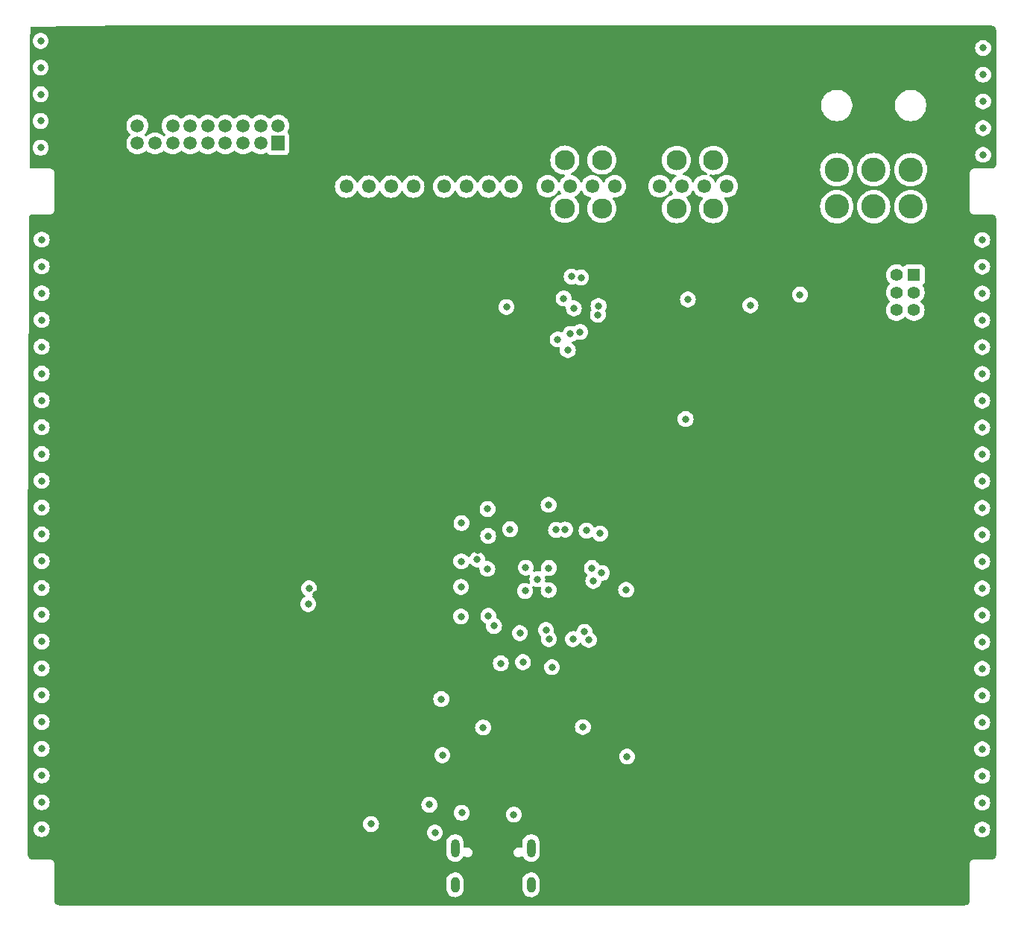
<source format=gbr>
%TF.GenerationSoftware,KiCad,Pcbnew,7.0.6-0*%
%TF.CreationDate,2023-11-06T16:45:33-05:00*%
%TF.ProjectId,bitcrane,62697463-7261-46e6-952e-6b696361645f,rev?*%
%TF.SameCoordinates,Original*%
%TF.FileFunction,Copper,L3,Inr*%
%TF.FilePolarity,Positive*%
%FSLAX46Y46*%
G04 Gerber Fmt 4.6, Leading zero omitted, Abs format (unit mm)*
G04 Created by KiCad (PCBNEW 7.0.6-0) date 2023-11-06 16:45:33*
%MOMM*%
%LPD*%
G01*
G04 APERTURE LIST*
%TA.AperFunction,ComponentPad*%
%ADD10C,1.549400*%
%TD*%
%TA.AperFunction,ComponentPad*%
%ADD11C,2.300000*%
%TD*%
%TA.AperFunction,ComponentPad*%
%ADD12R,1.500000X1.700000*%
%TD*%
%TA.AperFunction,ComponentPad*%
%ADD13C,1.500000*%
%TD*%
%TA.AperFunction,ComponentPad*%
%ADD14C,2.775000*%
%TD*%
%TA.AperFunction,ComponentPad*%
%ADD15O,1.000000X2.100000*%
%TD*%
%TA.AperFunction,ComponentPad*%
%ADD16O,1.000000X1.800000*%
%TD*%
%TA.AperFunction,ComponentPad*%
%ADD17R,1.400000X1.400000*%
%TD*%
%TA.AperFunction,ComponentPad*%
%ADD18C,1.400000*%
%TD*%
%TA.AperFunction,ViaPad*%
%ADD19C,0.800000*%
%TD*%
G04 APERTURE END LIST*
D10*
%TO.N,GND*%
%TO.C,J5*%
X124930000Y-52510750D03*
%TO.N,/12V*%
X122390000Y-52510750D03*
%TO.N,Net-(J5-Pin_3)*%
X119850000Y-52510750D03*
%TO.N,Net-(J5-Pin_4)*%
X117310000Y-52510750D03*
%TD*%
%TO.N,GND*%
%TO.C,J4*%
X137640000Y-52500750D03*
%TO.N,/12V*%
X135100000Y-52500750D03*
%TO.N,Net-(J4-Pin_3)*%
X132560000Y-52500750D03*
%TO.N,Net-(J4-Pin_4)*%
X130020000Y-52500750D03*
%TD*%
D11*
%TO.N,GND*%
%TO.C,J7*%
X136140000Y-49550000D03*
%TO.N,/12V*%
X136140000Y-55050000D03*
%TO.N,Net-(J4-Pin_3)*%
X131940000Y-55050000D03*
%TO.N,Net-(J4-Pin_4)*%
X131940000Y-49550000D03*
%TD*%
%TO.N,GND*%
%TO.C,J8*%
X123460000Y-49530000D03*
%TO.N,/12V*%
X123460000Y-55030000D03*
%TO.N,Net-(J5-Pin_3)*%
X119260000Y-55030000D03*
%TO.N,Net-(J5-Pin_4)*%
X119260000Y-49530000D03*
%TD*%
D12*
%TO.N,GND*%
%TO.C,J2*%
X86700000Y-47630000D03*
D13*
X86700000Y-45630000D03*
%TO.N,/SDA*%
X84700000Y-47630000D03*
%TO.N,/SCL*%
X84700000Y-45630000D03*
%TO.N,/PLUG*%
X82700000Y-47630000D03*
%TO.N,/A2*%
X82700000Y-45630000D03*
%TO.N,/A1*%
X80700000Y-47630000D03*
%TO.N,/A0*%
X80700000Y-45630000D03*
%TO.N,GND*%
X78700000Y-47630000D03*
X78700000Y-45630000D03*
%TO.N,/TXD*%
X76700000Y-47630000D03*
%TO.N,/RXD*%
X76700000Y-45630000D03*
%TO.N,GND*%
X74700000Y-47630000D03*
X74700000Y-45630000D03*
%TO.N,/RST*%
X72700000Y-47630000D03*
%TO.N,VCCIO*%
X72700000Y-45630000D03*
%TO.N,unconnected-(J2-Pin_17-Pad17)*%
X70700000Y-47630000D03*
%TO.N,unconnected-(J2-Pin_18-Pad18)*%
X70700000Y-45630000D03*
%TD*%
D14*
%TO.N,Net-(Q1-D)*%
%TO.C,J3*%
X150150000Y-50620000D03*
X154350000Y-50620000D03*
X158550000Y-50620000D03*
%TO.N,GND*%
X150150000Y-54820000D03*
X154350000Y-54820000D03*
X158550000Y-54820000D03*
%TD*%
D15*
%TO.N,GND*%
%TO.C,J6*%
X106780000Y-127730000D03*
D16*
X106780000Y-131910000D03*
D15*
X115420000Y-127730000D03*
D16*
X115420000Y-131910000D03*
%TD*%
D10*
%TO.N,GND*%
%TO.C,J9*%
X102040000Y-52540750D03*
%TO.N,/12V*%
X99500000Y-52540750D03*
%TO.N,Net-(J9-Pin_3)*%
X96960000Y-52540750D03*
%TO.N,Net-(J9-Pin_4)*%
X94420000Y-52540750D03*
%TD*%
%TO.N,GND*%
%TO.C,J10*%
X113150000Y-52540750D03*
%TO.N,/12V*%
X110610000Y-52540750D03*
%TO.N,Net-(J10-Pin_3)*%
X108070000Y-52540750D03*
%TO.N,Net-(J10-Pin_4)*%
X105530000Y-52540750D03*
%TD*%
D17*
%TO.N,unconnected-(J1-Pin_1-Pad1)*%
%TO.C,J1*%
X158930000Y-62590000D03*
D18*
%TO.N,GND*%
X158930000Y-64590000D03*
%TO.N,/PSU_SDA*%
X158930000Y-66590000D03*
%TO.N,unconnected-(J1-Pin_4-Pad4)*%
X156930000Y-62590000D03*
%TO.N,/PSU_EN*%
X156930000Y-64590000D03*
%TO.N,/PSU_SCL*%
X156930000Y-66590000D03*
%TD*%
D19*
%TO.N,GND*%
X107520000Y-90790000D03*
%TO.N,/5V*%
X113454000Y-123936000D03*
X107543800Y-123724800D03*
%TO.N,VCORE*%
X117450000Y-103990000D03*
X110566000Y-101346000D03*
X110547000Y-92259000D03*
X118264799Y-91560799D03*
%TO.N,VCCIO*%
X109388000Y-93934000D03*
X108750000Y-112800000D03*
X91007000Y-98936000D03*
X124283000Y-99453000D03*
X98299000Y-94013000D03*
X95138000Y-94047000D03*
X125613000Y-90946000D03*
X103610000Y-54930000D03*
X119390000Y-105480000D03*
X101208000Y-94002000D03*
X94980000Y-55080000D03*
X116380000Y-66230000D03*
X117840000Y-57460000D03*
X91064000Y-100921000D03*
X122090000Y-112720000D03*
X109456000Y-96925000D03*
X97299000Y-123741000D03*
X129220000Y-57490000D03*
X115854000Y-90836000D03*
%TO.N,GND*%
X117800000Y-107180000D03*
X59820000Y-82940904D03*
X166670000Y-101257274D03*
X59820000Y-122543623D03*
X166670000Y-104303637D03*
X122497000Y-97361000D03*
X59820000Y-67709089D03*
X97240000Y-125010000D03*
X166670000Y-82979096D03*
X59710000Y-48120000D03*
X117420000Y-98410000D03*
X59820000Y-119497260D03*
X59820000Y-116450897D03*
X105350000Y-117180000D03*
X166670000Y-76886370D03*
X166670000Y-98210911D03*
X166670000Y-67747281D03*
X107490000Y-95148000D03*
X117430000Y-95900000D03*
X111987000Y-106740000D03*
X59820000Y-58570000D03*
X107460000Y-101417000D03*
X119120000Y-65260000D03*
X166770000Y-42860000D03*
X166670000Y-116489089D03*
X59820000Y-73801815D03*
X59820000Y-110358171D03*
X166670000Y-58608192D03*
X166670000Y-86025459D03*
X104500000Y-125990000D03*
X166670000Y-79932733D03*
X133240000Y-65360000D03*
X90106000Y-100008000D03*
X117415000Y-88719000D03*
X126320000Y-117340000D03*
X117112497Y-102959104D03*
X121310000Y-113980000D03*
X90209000Y-98217000D03*
X59820000Y-76848178D03*
X166670000Y-122581815D03*
X59820000Y-113404534D03*
X166670000Y-113442726D03*
X59820000Y-85987267D03*
X105218000Y-110803000D03*
X166670000Y-107350000D03*
X112632797Y-66229500D03*
X59710000Y-39015000D03*
X119299000Y-91536000D03*
X59820000Y-125590000D03*
X166670000Y-70793644D03*
X59820000Y-98172719D03*
X126225000Y-98375000D03*
X114160500Y-103302000D03*
X109298245Y-94929464D03*
X114505000Y-106593000D03*
X59820000Y-79894541D03*
X120178000Y-103983000D03*
X166670000Y-125628192D03*
X166770000Y-39825000D03*
X59820000Y-101219082D03*
X59820000Y-64662726D03*
X59820000Y-104265445D03*
X114820000Y-95860000D03*
X166670000Y-110396363D03*
X59710000Y-42050000D03*
X109970000Y-114030000D03*
X166770000Y-36790000D03*
X111210000Y-102483000D03*
X145970000Y-64830000D03*
X166770000Y-45895000D03*
X166670000Y-95164548D03*
X59820000Y-89033630D03*
X116135000Y-97170000D03*
X59820000Y-107311808D03*
X166670000Y-64700918D03*
X140340000Y-66040000D03*
X114740000Y-98510000D03*
X113040000Y-91493000D03*
X166770000Y-48930000D03*
X59820000Y-61616363D03*
X120280000Y-66390000D03*
X59820000Y-95126356D03*
X59710000Y-35980000D03*
X166670000Y-61654555D03*
X166670000Y-73840007D03*
X103872000Y-122806000D03*
X59820000Y-92079993D03*
X59710000Y-45085000D03*
X166670000Y-119535452D03*
X166670000Y-92118185D03*
X166670000Y-89071822D03*
X59820000Y-70755452D03*
X107460000Y-98055000D03*
%TO.N,/SDA*%
X122336000Y-95896000D03*
%TO.N,/SCL*%
X123450000Y-96462000D03*
%TO.N,/PLUG*%
X123256500Y-91992997D03*
%TO.N,/TXD*%
X121494000Y-103165000D03*
%TO.N,/RXD*%
X121989000Y-104079000D03*
%TO.N,/RST*%
X121719500Y-91647497D03*
%TO.N,/PSU_SDA*%
X132972000Y-78970000D03*
%TO.N,Net-(J4-Pin_3)*%
X119600000Y-71140000D03*
%TO.N,Net-(J4-Pin_4)*%
X118440500Y-69920000D03*
%TO.N,Net-(J5-Pin_3)*%
X120980000Y-69070000D03*
%TO.N,Net-(J5-Pin_4)*%
X119890000Y-69290000D03*
%TO.N,Net-(J9-Pin_3)*%
X123090000Y-66110000D03*
%TO.N,Net-(J9-Pin_4)*%
X123014981Y-67106683D03*
%TO.N,Net-(J10-Pin_3)*%
X120040000Y-62780000D03*
%TO.N,Net-(J10-Pin_4)*%
X121100000Y-62880000D03*
%TO.N,/FAN_ALERT*%
X110480000Y-89190000D03*
X110460000Y-96000000D03*
%TD*%
%TA.AperFunction,Conductor*%
%TO.N,VCCIO*%
G36*
X167763460Y-34245890D02*
G01*
X167786358Y-34248474D01*
X167865841Y-34258952D01*
X167890582Y-34264847D01*
X167924739Y-34276803D01*
X167927919Y-34278017D01*
X167982169Y-34300494D01*
X168000667Y-34310051D01*
X168035493Y-34331937D01*
X168040240Y-34335239D01*
X168088175Y-34372024D01*
X168094268Y-34377367D01*
X168127630Y-34410729D01*
X168132974Y-34416823D01*
X168169759Y-34464758D01*
X168173068Y-34469515D01*
X168177806Y-34477055D01*
X168194942Y-34504323D01*
X168204506Y-34522834D01*
X168226963Y-34577033D01*
X168228203Y-34580282D01*
X168240149Y-34614409D01*
X168246048Y-34639170D01*
X168256526Y-34718651D01*
X168259109Y-34741535D01*
X168259500Y-34748494D01*
X168259500Y-49991514D01*
X168259110Y-49998462D01*
X168256530Y-50021351D01*
X168246066Y-50100829D01*
X168240169Y-50125597D01*
X168228223Y-50159735D01*
X168226983Y-50162984D01*
X168204536Y-50217180D01*
X168194967Y-50235702D01*
X168173097Y-50270508D01*
X168169786Y-50275267D01*
X168133005Y-50323200D01*
X168127653Y-50329304D01*
X168094304Y-50362653D01*
X168088200Y-50368005D01*
X168040267Y-50404786D01*
X168035508Y-50408097D01*
X168000702Y-50429967D01*
X167982180Y-50439536D01*
X167927984Y-50461983D01*
X167924735Y-50463223D01*
X167890597Y-50475169D01*
X167865829Y-50481066D01*
X167786351Y-50491530D01*
X167765688Y-50493859D01*
X167763460Y-50494110D01*
X167756514Y-50494500D01*
X165842936Y-50494500D01*
X165818437Y-50487306D01*
X165767830Y-50493969D01*
X165759728Y-50494500D01*
X165703604Y-50494500D01*
X165695930Y-50496252D01*
X165672208Y-50494797D01*
X165644941Y-50506092D01*
X165625085Y-50512420D01*
X165593650Y-50519595D01*
X165593647Y-50519596D01*
X165572006Y-50530018D01*
X165546104Y-50534282D01*
X165527526Y-50548538D01*
X165505844Y-50561881D01*
X165492034Y-50568531D01*
X165492027Y-50568536D01*
X165462644Y-50591968D01*
X165436094Y-50602806D01*
X165424878Y-50617424D01*
X165408728Y-50633880D01*
X165408778Y-50633930D01*
X165398930Y-50643778D01*
X165398880Y-50643728D01*
X165382424Y-50659878D01*
X165373757Y-50666527D01*
X165373118Y-50671173D01*
X165356968Y-50697644D01*
X165333536Y-50727027D01*
X165333531Y-50727034D01*
X165326881Y-50740844D01*
X165313538Y-50762526D01*
X165305113Y-50773504D01*
X165305308Y-50775325D01*
X165295018Y-50807006D01*
X165284596Y-50828647D01*
X165284595Y-50828650D01*
X165277420Y-50860085D01*
X165271092Y-50879941D01*
X165263971Y-50897133D01*
X165261252Y-50930930D01*
X165259500Y-50938604D01*
X165259500Y-50994727D01*
X165258969Y-51002828D01*
X165253871Y-51041545D01*
X165259500Y-51077936D01*
X165259500Y-55112031D01*
X165252310Y-55136516D01*
X165258970Y-55187171D01*
X165259500Y-55195271D01*
X165259491Y-55251394D01*
X165259492Y-55251406D01*
X165261243Y-55259083D01*
X165259784Y-55282811D01*
X165271078Y-55310084D01*
X165277407Y-55329947D01*
X165284573Y-55361363D01*
X165294984Y-55382986D01*
X165294996Y-55383011D01*
X165299259Y-55408920D01*
X165313511Y-55427495D01*
X165326855Y-55449183D01*
X165333503Y-55462989D01*
X165356944Y-55492385D01*
X165367785Y-55518943D01*
X165382393Y-55530151D01*
X165398848Y-55546300D01*
X165398899Y-55546250D01*
X165408750Y-55556101D01*
X165408699Y-55556151D01*
X165424848Y-55572606D01*
X165431490Y-55581263D01*
X165436141Y-55581904D01*
X165462614Y-55598055D01*
X165491970Y-55621465D01*
X165492011Y-55621497D01*
X165505816Y-55628143D01*
X165527502Y-55641487D01*
X165538478Y-55649908D01*
X165540301Y-55649714D01*
X165571986Y-55660002D01*
X165593637Y-55670427D01*
X165614497Y-55675184D01*
X165625050Y-55677592D01*
X165644918Y-55683921D01*
X165662108Y-55691039D01*
X165695922Y-55693756D01*
X165703604Y-55695509D01*
X165759748Y-55695500D01*
X165767835Y-55696029D01*
X165806602Y-55701126D01*
X165842969Y-55695500D01*
X167756511Y-55695500D01*
X167763460Y-55695890D01*
X167786358Y-55698474D01*
X167865841Y-55708952D01*
X167890582Y-55714847D01*
X167924739Y-55726803D01*
X167927913Y-55728015D01*
X167982169Y-55750494D01*
X168000667Y-55760051D01*
X168035493Y-55781937D01*
X168040240Y-55785239D01*
X168088175Y-55822024D01*
X168094268Y-55827367D01*
X168127630Y-55860729D01*
X168132974Y-55866823D01*
X168169759Y-55914758D01*
X168173068Y-55919515D01*
X168177806Y-55927055D01*
X168194942Y-55954323D01*
X168204506Y-55972834D01*
X168226963Y-56027033D01*
X168228203Y-56030282D01*
X168240149Y-56064409D01*
X168246048Y-56089170D01*
X168256526Y-56168651D01*
X168259109Y-56191535D01*
X168259500Y-56198494D01*
X168259500Y-128541514D01*
X168259110Y-128548462D01*
X168256530Y-128571351D01*
X168246066Y-128650829D01*
X168240169Y-128675597D01*
X168228223Y-128709735D01*
X168226983Y-128712984D01*
X168204536Y-128767180D01*
X168194967Y-128785702D01*
X168173097Y-128820508D01*
X168169786Y-128825267D01*
X168133005Y-128873200D01*
X168127653Y-128879304D01*
X168094304Y-128912653D01*
X168088200Y-128918005D01*
X168040267Y-128954786D01*
X168035508Y-128958097D01*
X168000702Y-128979967D01*
X167982180Y-128989536D01*
X167927984Y-129011983D01*
X167924735Y-129013223D01*
X167890597Y-129025169D01*
X167865829Y-129031066D01*
X167786351Y-129041530D01*
X167765688Y-129043859D01*
X167763460Y-129044110D01*
X167756514Y-129044500D01*
X165842936Y-129044500D01*
X165818437Y-129037306D01*
X165767830Y-129043969D01*
X165759728Y-129044500D01*
X165703604Y-129044500D01*
X165695930Y-129046252D01*
X165672208Y-129044797D01*
X165644941Y-129056092D01*
X165625085Y-129062420D01*
X165593650Y-129069595D01*
X165593647Y-129069596D01*
X165572006Y-129080018D01*
X165546104Y-129084282D01*
X165527526Y-129098538D01*
X165505844Y-129111881D01*
X165492034Y-129118531D01*
X165492027Y-129118536D01*
X165462644Y-129141968D01*
X165436094Y-129152806D01*
X165424878Y-129167424D01*
X165408728Y-129183880D01*
X165408778Y-129183930D01*
X165398930Y-129193778D01*
X165398880Y-129193728D01*
X165382424Y-129209878D01*
X165373757Y-129216527D01*
X165373118Y-129221173D01*
X165356968Y-129247644D01*
X165333536Y-129277027D01*
X165333531Y-129277034D01*
X165326881Y-129290844D01*
X165313538Y-129312526D01*
X165305113Y-129323504D01*
X165305308Y-129325325D01*
X165295018Y-129357006D01*
X165284596Y-129378647D01*
X165284595Y-129378650D01*
X165277420Y-129410085D01*
X165271092Y-129429941D01*
X165263971Y-129447133D01*
X165261252Y-129480930D01*
X165259500Y-129488604D01*
X165259500Y-129544727D01*
X165258969Y-129552828D01*
X165253871Y-129591545D01*
X165259500Y-129627936D01*
X165259500Y-133741514D01*
X165259110Y-133748462D01*
X165256530Y-133771351D01*
X165246066Y-133850829D01*
X165240169Y-133875597D01*
X165228223Y-133909735D01*
X165226983Y-133912984D01*
X165204536Y-133967180D01*
X165194967Y-133985702D01*
X165173097Y-134020508D01*
X165169786Y-134025267D01*
X165133005Y-134073200D01*
X165127653Y-134079304D01*
X165094304Y-134112653D01*
X165088200Y-134118005D01*
X165040267Y-134154786D01*
X165035508Y-134158097D01*
X165000702Y-134179967D01*
X164982180Y-134189536D01*
X164927984Y-134211983D01*
X164924735Y-134213223D01*
X164890597Y-134225169D01*
X164865829Y-134231066D01*
X164786351Y-134241530D01*
X164765688Y-134243859D01*
X164763460Y-134244110D01*
X164756514Y-134244500D01*
X61763477Y-134244500D01*
X61756546Y-134244111D01*
X61743237Y-134242614D01*
X61733656Y-134241536D01*
X61654158Y-134231083D01*
X61629382Y-134225187D01*
X61595274Y-134213257D01*
X61592022Y-134212016D01*
X61537798Y-134189561D01*
X61519274Y-134179993D01*
X61484465Y-134158124D01*
X61479705Y-134154813D01*
X61431773Y-134118038D01*
X61425674Y-134112690D01*
X61392307Y-134079323D01*
X61386964Y-134073230D01*
X61375148Y-134057829D01*
X61350185Y-134025293D01*
X61346874Y-134020533D01*
X61325005Y-133985724D01*
X61315437Y-133967200D01*
X61301341Y-133933163D01*
X61292977Y-133912964D01*
X61291755Y-133909763D01*
X61279809Y-133875610D01*
X61273916Y-133850845D01*
X61263464Y-133771351D01*
X61261470Y-133753628D01*
X61260889Y-133748455D01*
X61260500Y-133741520D01*
X61260500Y-132360743D01*
X105779500Y-132360743D01*
X105794925Y-132512439D01*
X105855837Y-132706579D01*
X105855844Y-132706594D01*
X105954589Y-132884499D01*
X105954592Y-132884504D01*
X106087132Y-133038893D01*
X106087134Y-133038895D01*
X106248037Y-133163445D01*
X106248038Y-133163445D01*
X106248042Y-133163448D01*
X106430729Y-133253060D01*
X106627715Y-133304063D01*
X106830936Y-133314369D01*
X107032071Y-133283556D01*
X107222887Y-133212886D01*
X107395571Y-133105252D01*
X107543053Y-132965059D01*
X107659295Y-132798049D01*
X107739540Y-132611058D01*
X107780500Y-132411741D01*
X107780500Y-131459258D01*
X107775314Y-131408258D01*
X114419499Y-131408258D01*
X114419500Y-132360743D01*
X114434925Y-132512439D01*
X114495837Y-132706579D01*
X114495844Y-132706594D01*
X114594589Y-132884499D01*
X114594592Y-132884504D01*
X114727132Y-133038893D01*
X114727134Y-133038895D01*
X114888037Y-133163445D01*
X114888038Y-133163445D01*
X114888042Y-133163448D01*
X115070729Y-133253060D01*
X115267715Y-133304063D01*
X115470936Y-133314369D01*
X115672071Y-133283556D01*
X115862887Y-133212886D01*
X116035571Y-133105252D01*
X116183053Y-132965059D01*
X116299295Y-132798049D01*
X116379540Y-132611058D01*
X116420500Y-132411741D01*
X116420500Y-131459258D01*
X116405074Y-131307562D01*
X116405074Y-131307560D01*
X116344162Y-131113420D01*
X116344160Y-131113416D01*
X116344159Y-131113412D01*
X116245409Y-130935498D01*
X116245408Y-130935497D01*
X116245407Y-130935495D01*
X116112867Y-130781106D01*
X116112865Y-130781104D01*
X115951962Y-130656554D01*
X115951959Y-130656553D01*
X115951958Y-130656552D01*
X115769271Y-130566940D01*
X115572285Y-130515937D01*
X115572287Y-130515937D01*
X115436804Y-130509066D01*
X115369064Y-130505631D01*
X115369063Y-130505631D01*
X115369061Y-130505631D01*
X115167936Y-130536442D01*
X115167924Y-130536445D01*
X114977118Y-130607111D01*
X114977111Y-130607115D01*
X114804432Y-130714745D01*
X114804427Y-130714749D01*
X114656949Y-130854938D01*
X114656948Y-130854940D01*
X114540705Y-131021949D01*
X114460459Y-131208943D01*
X114419499Y-131408258D01*
X107775314Y-131408258D01*
X107765074Y-131307562D01*
X107765074Y-131307560D01*
X107704162Y-131113420D01*
X107704160Y-131113416D01*
X107704159Y-131113412D01*
X107605409Y-130935498D01*
X107605408Y-130935497D01*
X107605407Y-130935495D01*
X107472867Y-130781106D01*
X107472865Y-130781104D01*
X107311962Y-130656554D01*
X107311959Y-130656553D01*
X107311958Y-130656552D01*
X107129271Y-130566940D01*
X106932285Y-130515937D01*
X106932287Y-130515937D01*
X106796804Y-130509066D01*
X106729064Y-130505631D01*
X106729063Y-130505631D01*
X106729061Y-130505631D01*
X106527936Y-130536442D01*
X106527924Y-130536445D01*
X106337118Y-130607111D01*
X106337111Y-130607115D01*
X106164432Y-130714745D01*
X106164427Y-130714749D01*
X106016949Y-130854938D01*
X106016948Y-130854940D01*
X105900705Y-131021949D01*
X105820459Y-131208943D01*
X105779500Y-131408258D01*
X105779500Y-132360743D01*
X61260500Y-132360743D01*
X61260500Y-129627920D01*
X61267698Y-129603403D01*
X61261032Y-129552836D01*
X61260500Y-129544724D01*
X61260500Y-129520264D01*
X61260495Y-129520241D01*
X61260491Y-129488610D01*
X61258741Y-129480946D01*
X61260190Y-129457229D01*
X61248891Y-129429958D01*
X61242560Y-129410103D01*
X61242556Y-129410085D01*
X61235379Y-129378662D01*
X61224959Y-129357029D01*
X61220691Y-129331127D01*
X61206432Y-129312546D01*
X61193093Y-129290875D01*
X61186437Y-129277055D01*
X61163008Y-129247678D01*
X61152170Y-129221133D01*
X61137553Y-129209916D01*
X61121089Y-129193756D01*
X61121041Y-129193805D01*
X61111195Y-129183959D01*
X61111243Y-129183910D01*
X61095084Y-129167446D01*
X61088434Y-129158781D01*
X61083792Y-129158142D01*
X61057320Y-129141990D01*
X61057292Y-129141968D01*
X61027948Y-129118565D01*
X61027947Y-129118564D01*
X61027883Y-129118533D01*
X61014128Y-129111907D01*
X60992455Y-129098568D01*
X60981471Y-129090139D01*
X60979649Y-129090334D01*
X60947969Y-129080040D01*
X60926343Y-129069623D01*
X60926340Y-129069622D01*
X60926338Y-129069621D01*
X60906804Y-129065159D01*
X60894898Y-129062440D01*
X60875046Y-129056109D01*
X60857854Y-129048986D01*
X60824052Y-129046259D01*
X60816394Y-129044510D01*
X60816395Y-129044510D01*
X60816390Y-129044509D01*
X60816387Y-129044508D01*
X60816382Y-129044508D01*
X60760271Y-129044499D01*
X60752170Y-129043967D01*
X60713504Y-129038869D01*
X60677078Y-129044500D01*
X58763477Y-129044500D01*
X58756546Y-129044111D01*
X58743237Y-129042614D01*
X58733656Y-129041536D01*
X58654158Y-129031083D01*
X58629382Y-129025187D01*
X58595274Y-129013257D01*
X58592022Y-129012016D01*
X58537798Y-128989561D01*
X58519274Y-128979993D01*
X58484465Y-128958124D01*
X58479705Y-128954813D01*
X58431773Y-128918038D01*
X58425674Y-128912690D01*
X58392307Y-128879323D01*
X58386964Y-128873230D01*
X58372593Y-128854499D01*
X58350185Y-128825293D01*
X58346874Y-128820533D01*
X58325005Y-128785724D01*
X58315437Y-128767200D01*
X58298014Y-128725126D01*
X58292977Y-128712964D01*
X58291755Y-128709763D01*
X58279809Y-128675610D01*
X58273916Y-128650845D01*
X58263464Y-128571351D01*
X58261470Y-128553628D01*
X58260889Y-128548455D01*
X58260500Y-128541520D01*
X58260500Y-128330743D01*
X105779500Y-128330743D01*
X105794925Y-128482439D01*
X105855837Y-128676579D01*
X105855844Y-128676594D01*
X105954589Y-128854499D01*
X105954592Y-128854504D01*
X106087132Y-129008893D01*
X106087134Y-129008895D01*
X106248037Y-129133445D01*
X106248038Y-129133445D01*
X106248042Y-129133448D01*
X106430729Y-129223060D01*
X106627715Y-129274063D01*
X106830936Y-129284369D01*
X107032071Y-129253556D01*
X107222887Y-129182886D01*
X107395571Y-129075252D01*
X107543053Y-128935059D01*
X107659295Y-128768049D01*
X107672330Y-128737672D01*
X107716856Y-128683827D01*
X107783424Y-128662603D01*
X107850900Y-128680737D01*
X107861768Y-128688194D01*
X107889827Y-128709724D01*
X107919767Y-128732698D01*
X108059764Y-128790687D01*
X108172280Y-128805500D01*
X108172287Y-128805500D01*
X108247713Y-128805500D01*
X108247720Y-128805500D01*
X108360236Y-128790687D01*
X108500233Y-128732698D01*
X108620451Y-128640451D01*
X108712698Y-128520233D01*
X108770687Y-128380236D01*
X108790466Y-128230000D01*
X113409533Y-128230000D01*
X113429312Y-128380234D01*
X113429313Y-128380236D01*
X113471646Y-128482438D01*
X113487302Y-128520233D01*
X113579549Y-128640451D01*
X113699767Y-128732698D01*
X113839764Y-128790687D01*
X113952280Y-128805500D01*
X113952287Y-128805500D01*
X114027713Y-128805500D01*
X114027720Y-128805500D01*
X114140236Y-128790687D01*
X114280233Y-128732698D01*
X114339176Y-128687468D01*
X114404345Y-128662274D01*
X114472790Y-128676312D01*
X114522780Y-128725126D01*
X114523082Y-128725667D01*
X114594589Y-128854499D01*
X114594592Y-128854504D01*
X114727132Y-129008893D01*
X114727134Y-129008895D01*
X114888037Y-129133445D01*
X114888038Y-129133445D01*
X114888042Y-129133448D01*
X115070729Y-129223060D01*
X115267715Y-129274063D01*
X115470936Y-129284369D01*
X115672071Y-129253556D01*
X115862887Y-129182886D01*
X116035571Y-129075252D01*
X116183053Y-128935059D01*
X116299295Y-128768049D01*
X116379540Y-128581058D01*
X116420500Y-128381741D01*
X116420500Y-127129258D01*
X116405074Y-126977562D01*
X116405074Y-126977560D01*
X116344162Y-126783420D01*
X116344160Y-126783416D01*
X116344159Y-126783412D01*
X116245409Y-126605498D01*
X116245408Y-126605497D01*
X116245407Y-126605495D01*
X116112867Y-126451106D01*
X116112865Y-126451104D01*
X115951962Y-126326554D01*
X115951959Y-126326553D01*
X115951958Y-126326552D01*
X115769271Y-126236940D01*
X115572285Y-126185937D01*
X115572287Y-126185937D01*
X115420885Y-126178259D01*
X115369064Y-126175631D01*
X115369063Y-126175631D01*
X115369061Y-126175631D01*
X115167936Y-126206442D01*
X115167924Y-126206445D01*
X114977118Y-126277111D01*
X114977111Y-126277115D01*
X114804432Y-126384745D01*
X114804427Y-126384749D01*
X114656949Y-126524938D01*
X114656947Y-126524940D01*
X114656947Y-126524941D01*
X114636113Y-126554873D01*
X114540705Y-126691949D01*
X114460459Y-126878943D01*
X114419500Y-127078258D01*
X114419500Y-127599408D01*
X114399815Y-127666447D01*
X114347011Y-127712202D01*
X114277853Y-127722146D01*
X114248048Y-127713969D01*
X114140239Y-127669314D01*
X114140237Y-127669313D01*
X114140236Y-127669313D01*
X114118467Y-127666447D01*
X114027727Y-127654500D01*
X114027720Y-127654500D01*
X113952280Y-127654500D01*
X113952272Y-127654500D01*
X113839764Y-127669313D01*
X113839763Y-127669313D01*
X113699770Y-127727300D01*
X113579549Y-127819549D01*
X113487300Y-127939770D01*
X113429313Y-128079763D01*
X113429312Y-128079765D01*
X113409533Y-128229999D01*
X113409533Y-128230000D01*
X108790466Y-128230000D01*
X108770687Y-128079764D01*
X108712698Y-127939767D01*
X108620451Y-127819549D01*
X108500233Y-127727302D01*
X108500229Y-127727300D01*
X108436801Y-127701027D01*
X108360236Y-127669313D01*
X108338467Y-127666447D01*
X108247727Y-127654500D01*
X108247720Y-127654500D01*
X108172280Y-127654500D01*
X108172272Y-127654500D01*
X108059764Y-127669313D01*
X108059760Y-127669314D01*
X107951952Y-127713969D01*
X107882482Y-127721438D01*
X107820003Y-127690162D01*
X107784352Y-127630073D01*
X107780500Y-127599408D01*
X107780500Y-127129258D01*
X107765074Y-126977562D01*
X107765074Y-126977560D01*
X107704162Y-126783420D01*
X107704160Y-126783416D01*
X107704159Y-126783412D01*
X107605409Y-126605498D01*
X107605408Y-126605497D01*
X107605407Y-126605495D01*
X107472867Y-126451106D01*
X107472865Y-126451104D01*
X107311962Y-126326554D01*
X107311959Y-126326553D01*
X107311958Y-126326552D01*
X107129271Y-126236940D01*
X106932285Y-126185937D01*
X106932287Y-126185937D01*
X106780885Y-126178259D01*
X106729064Y-126175631D01*
X106729063Y-126175631D01*
X106729061Y-126175631D01*
X106527936Y-126206442D01*
X106527924Y-126206445D01*
X106337118Y-126277111D01*
X106337111Y-126277115D01*
X106164432Y-126384745D01*
X106164427Y-126384749D01*
X106016949Y-126524938D01*
X106016947Y-126524940D01*
X106016947Y-126524941D01*
X105996113Y-126554873D01*
X105900705Y-126691949D01*
X105820459Y-126878943D01*
X105779500Y-127078258D01*
X105779500Y-128330743D01*
X58260500Y-128330743D01*
X58260500Y-125590000D01*
X58914540Y-125590000D01*
X58934326Y-125778256D01*
X58934327Y-125778259D01*
X58992818Y-125958277D01*
X58992821Y-125958284D01*
X59087467Y-126122216D01*
X59190765Y-126236940D01*
X59214129Y-126262888D01*
X59367265Y-126374148D01*
X59367270Y-126374151D01*
X59540192Y-126451142D01*
X59540197Y-126451144D01*
X59725354Y-126490500D01*
X59725355Y-126490500D01*
X59914644Y-126490500D01*
X59914646Y-126490500D01*
X60099803Y-126451144D01*
X60272730Y-126374151D01*
X60425871Y-126262888D01*
X60552533Y-126122216D01*
X60628868Y-125990000D01*
X103594540Y-125990000D01*
X103614326Y-126178256D01*
X103614327Y-126178259D01*
X103672818Y-126358277D01*
X103672821Y-126358284D01*
X103767467Y-126522216D01*
X103894128Y-126662888D01*
X103894129Y-126662888D01*
X104047265Y-126774148D01*
X104047270Y-126774151D01*
X104220192Y-126851142D01*
X104220197Y-126851144D01*
X104405354Y-126890500D01*
X104405355Y-126890500D01*
X104594644Y-126890500D01*
X104594646Y-126890500D01*
X104779803Y-126851144D01*
X104952730Y-126774151D01*
X105105871Y-126662888D01*
X105232533Y-126522216D01*
X105327179Y-126358284D01*
X105385674Y-126178256D01*
X105405460Y-125990000D01*
X105385674Y-125801744D01*
X105329283Y-125628192D01*
X165764540Y-125628192D01*
X165784326Y-125816448D01*
X165784327Y-125816451D01*
X165842816Y-125996463D01*
X165842821Y-125996476D01*
X165937467Y-126160408D01*
X166006377Y-126236940D01*
X166064129Y-126301080D01*
X166217265Y-126412340D01*
X166217270Y-126412343D01*
X166390192Y-126489334D01*
X166390197Y-126489336D01*
X166575354Y-126528692D01*
X166575355Y-126528692D01*
X166764644Y-126528692D01*
X166764646Y-126528692D01*
X166949803Y-126489336D01*
X167122730Y-126412343D01*
X167275871Y-126301080D01*
X167402533Y-126160408D01*
X167497179Y-125996476D01*
X167497181Y-125996468D01*
X167497184Y-125996463D01*
X167537902Y-125871144D01*
X167555674Y-125816448D01*
X167575460Y-125628192D01*
X167555674Y-125439936D01*
X167497179Y-125259908D01*
X167402533Y-125095976D01*
X167275871Y-124955304D01*
X167275870Y-124955303D01*
X167122734Y-124844043D01*
X167122729Y-124844040D01*
X166949807Y-124767049D01*
X166949802Y-124767047D01*
X166804001Y-124736057D01*
X166764646Y-124727692D01*
X166575354Y-124727692D01*
X166542897Y-124734590D01*
X166390197Y-124767047D01*
X166390192Y-124767049D01*
X166217270Y-124844040D01*
X166217265Y-124844043D01*
X166064129Y-124955303D01*
X165937466Y-125095977D01*
X165842821Y-125259907D01*
X165842818Y-125259914D01*
X165796735Y-125401744D01*
X165784326Y-125439936D01*
X165764540Y-125628192D01*
X105329283Y-125628192D01*
X105327179Y-125621716D01*
X105232533Y-125457784D01*
X105105871Y-125317112D01*
X105105870Y-125317111D01*
X104952734Y-125205851D01*
X104952729Y-125205848D01*
X104779807Y-125128857D01*
X104779802Y-125128855D01*
X104625113Y-125095976D01*
X104594646Y-125089500D01*
X104405354Y-125089500D01*
X104374887Y-125095976D01*
X104220197Y-125128855D01*
X104220192Y-125128857D01*
X104047270Y-125205848D01*
X104047265Y-125205851D01*
X103894129Y-125317111D01*
X103767466Y-125457785D01*
X103672821Y-125621715D01*
X103672818Y-125621722D01*
X103616794Y-125794148D01*
X103614326Y-125801744D01*
X103594540Y-125990000D01*
X60628868Y-125990000D01*
X60647179Y-125958284D01*
X60705674Y-125778256D01*
X60725460Y-125590000D01*
X60705674Y-125401744D01*
X60647179Y-125221716D01*
X60552533Y-125057784D01*
X60509508Y-125010000D01*
X96334540Y-125010000D01*
X96354326Y-125198256D01*
X96354327Y-125198259D01*
X96412818Y-125378277D01*
X96412821Y-125378284D01*
X96507467Y-125542216D01*
X96634128Y-125682888D01*
X96634129Y-125682888D01*
X96787265Y-125794148D01*
X96787270Y-125794151D01*
X96960192Y-125871142D01*
X96960197Y-125871144D01*
X97145354Y-125910500D01*
X97145355Y-125910500D01*
X97334644Y-125910500D01*
X97334646Y-125910500D01*
X97519803Y-125871144D01*
X97692730Y-125794151D01*
X97845871Y-125682888D01*
X97972533Y-125542216D01*
X98067179Y-125378284D01*
X98125674Y-125198256D01*
X98145460Y-125010000D01*
X98125674Y-124821744D01*
X98067179Y-124641716D01*
X97972533Y-124477784D01*
X97845871Y-124337112D01*
X97845870Y-124337111D01*
X97692734Y-124225851D01*
X97692729Y-124225848D01*
X97519807Y-124148857D01*
X97519802Y-124148855D01*
X97374000Y-124117865D01*
X97334646Y-124109500D01*
X97145354Y-124109500D01*
X97112897Y-124116398D01*
X96960197Y-124148855D01*
X96960192Y-124148857D01*
X96787270Y-124225848D01*
X96787265Y-124225851D01*
X96634129Y-124337111D01*
X96507466Y-124477785D01*
X96412821Y-124641715D01*
X96412818Y-124641722D01*
X96359490Y-124805851D01*
X96354326Y-124821744D01*
X96334540Y-125010000D01*
X60509508Y-125010000D01*
X60425871Y-124917112D01*
X60425870Y-124917111D01*
X60272734Y-124805851D01*
X60272729Y-124805848D01*
X60099807Y-124728857D01*
X60099802Y-124728855D01*
X59954001Y-124697865D01*
X59914646Y-124689500D01*
X59725354Y-124689500D01*
X59692897Y-124696398D01*
X59540197Y-124728855D01*
X59540192Y-124728857D01*
X59367270Y-124805848D01*
X59367265Y-124805851D01*
X59214129Y-124917111D01*
X59087466Y-125057785D01*
X58992821Y-125221715D01*
X58992818Y-125221722D01*
X58934327Y-125401740D01*
X58934326Y-125401744D01*
X58914540Y-125590000D01*
X58260500Y-125590000D01*
X58260500Y-123724800D01*
X106638340Y-123724800D01*
X106658126Y-123913056D01*
X106658127Y-123913059D01*
X106716618Y-124093077D01*
X106716621Y-124093084D01*
X106811267Y-124257016D01*
X106883385Y-124337111D01*
X106937929Y-124397688D01*
X107091065Y-124508948D01*
X107091070Y-124508951D01*
X107263992Y-124585942D01*
X107263997Y-124585944D01*
X107449154Y-124625300D01*
X107449155Y-124625300D01*
X107638444Y-124625300D01*
X107638446Y-124625300D01*
X107823603Y-124585944D01*
X107996530Y-124508951D01*
X108149671Y-124397688D01*
X108276333Y-124257016D01*
X108370979Y-124093084D01*
X108422019Y-123936000D01*
X112548540Y-123936000D01*
X112568326Y-124124256D01*
X112568327Y-124124259D01*
X112626818Y-124304277D01*
X112626821Y-124304284D01*
X112721467Y-124468216D01*
X112827468Y-124585942D01*
X112848129Y-124608888D01*
X113001265Y-124720148D01*
X113001270Y-124720151D01*
X113174192Y-124797142D01*
X113174197Y-124797144D01*
X113359354Y-124836500D01*
X113359355Y-124836500D01*
X113548644Y-124836500D01*
X113548646Y-124836500D01*
X113733803Y-124797144D01*
X113906730Y-124720151D01*
X114059871Y-124608888D01*
X114186533Y-124468216D01*
X114281179Y-124304284D01*
X114339674Y-124124256D01*
X114359460Y-123936000D01*
X114339674Y-123747744D01*
X114281179Y-123567716D01*
X114186533Y-123403784D01*
X114059871Y-123263112D01*
X114048297Y-123254703D01*
X113906734Y-123151851D01*
X113906729Y-123151848D01*
X113733807Y-123074857D01*
X113733802Y-123074855D01*
X113588000Y-123043865D01*
X113548646Y-123035500D01*
X113359354Y-123035500D01*
X113326897Y-123042398D01*
X113174197Y-123074855D01*
X113174192Y-123074857D01*
X113001270Y-123151848D01*
X113001265Y-123151851D01*
X112848129Y-123263111D01*
X112721466Y-123403785D01*
X112626821Y-123567715D01*
X112626818Y-123567722D01*
X112581727Y-123706500D01*
X112568326Y-123747744D01*
X112548540Y-123936000D01*
X108422019Y-123936000D01*
X108429474Y-123913056D01*
X108449260Y-123724800D01*
X108429474Y-123536544D01*
X108370979Y-123356516D01*
X108276333Y-123192584D01*
X108149671Y-123051912D01*
X108127082Y-123035500D01*
X107996534Y-122940651D01*
X107996529Y-122940648D01*
X107823607Y-122863657D01*
X107823602Y-122863655D01*
X107677800Y-122832665D01*
X107638446Y-122824300D01*
X107449154Y-122824300D01*
X107416697Y-122831198D01*
X107263997Y-122863655D01*
X107263992Y-122863657D01*
X107091070Y-122940648D01*
X107091065Y-122940651D01*
X106937929Y-123051911D01*
X106811266Y-123192585D01*
X106716621Y-123356515D01*
X106716618Y-123356522D01*
X106675746Y-123482315D01*
X106658126Y-123536544D01*
X106638340Y-123724800D01*
X58260500Y-123724800D01*
X58260500Y-122543623D01*
X58914540Y-122543623D01*
X58934326Y-122731879D01*
X58934327Y-122731882D01*
X58992818Y-122911900D01*
X58992821Y-122911907D01*
X59087467Y-123075839D01*
X59155906Y-123151848D01*
X59214129Y-123216511D01*
X59367265Y-123327771D01*
X59367270Y-123327774D01*
X59540192Y-123404765D01*
X59540197Y-123404767D01*
X59725354Y-123444123D01*
X59725355Y-123444123D01*
X59914644Y-123444123D01*
X59914646Y-123444123D01*
X60099803Y-123404767D01*
X60272730Y-123327774D01*
X60425871Y-123216511D01*
X60552533Y-123075839D01*
X60647179Y-122911907D01*
X60681590Y-122806000D01*
X102966540Y-122806000D01*
X102986326Y-122994256D01*
X102986327Y-122994259D01*
X103044818Y-123174277D01*
X103044821Y-123174284D01*
X103139467Y-123338216D01*
X103266129Y-123478888D01*
X103419265Y-123590148D01*
X103419270Y-123590151D01*
X103592192Y-123667142D01*
X103592197Y-123667144D01*
X103777354Y-123706500D01*
X103777355Y-123706500D01*
X103966644Y-123706500D01*
X103966646Y-123706500D01*
X104151803Y-123667144D01*
X104324730Y-123590151D01*
X104477871Y-123478888D01*
X104604533Y-123338216D01*
X104699179Y-123174284D01*
X104757674Y-122994256D01*
X104777460Y-122806000D01*
X104757674Y-122617744D01*
X104746000Y-122581815D01*
X165764540Y-122581815D01*
X165784326Y-122770071D01*
X165784327Y-122770074D01*
X165842818Y-122950092D01*
X165842821Y-122950099D01*
X165937467Y-123114031D01*
X166008197Y-123192584D01*
X166064129Y-123254703D01*
X166217265Y-123365963D01*
X166217270Y-123365966D01*
X166390192Y-123442957D01*
X166390197Y-123442959D01*
X166575354Y-123482315D01*
X166575355Y-123482315D01*
X166764644Y-123482315D01*
X166764646Y-123482315D01*
X166949803Y-123442959D01*
X167122730Y-123365966D01*
X167275871Y-123254703D01*
X167402533Y-123114031D01*
X167497179Y-122950099D01*
X167555674Y-122770071D01*
X167575460Y-122581815D01*
X167555674Y-122393559D01*
X167497179Y-122213531D01*
X167402533Y-122049599D01*
X167275871Y-121908927D01*
X167275870Y-121908926D01*
X167122734Y-121797666D01*
X167122729Y-121797663D01*
X166949807Y-121720672D01*
X166949802Y-121720670D01*
X166804001Y-121689680D01*
X166764646Y-121681315D01*
X166575354Y-121681315D01*
X166542897Y-121688213D01*
X166390197Y-121720670D01*
X166390192Y-121720672D01*
X166217270Y-121797663D01*
X166217265Y-121797666D01*
X166064129Y-121908926D01*
X165937466Y-122049600D01*
X165842821Y-122213530D01*
X165842818Y-122213537D01*
X165796735Y-122355367D01*
X165784326Y-122393559D01*
X165764540Y-122581815D01*
X104746000Y-122581815D01*
X104699179Y-122437716D01*
X104604533Y-122273784D01*
X104477871Y-122133112D01*
X104477870Y-122133111D01*
X104324734Y-122021851D01*
X104324729Y-122021848D01*
X104151807Y-121944857D01*
X104151802Y-121944855D01*
X104006000Y-121913865D01*
X103966646Y-121905500D01*
X103777354Y-121905500D01*
X103744897Y-121912398D01*
X103592197Y-121944855D01*
X103592192Y-121944857D01*
X103419270Y-122021848D01*
X103419265Y-122021851D01*
X103266129Y-122133111D01*
X103139466Y-122273785D01*
X103044821Y-122437715D01*
X103044818Y-122437722D01*
X102998000Y-122581814D01*
X102986326Y-122617744D01*
X102966540Y-122806000D01*
X60681590Y-122806000D01*
X60705674Y-122731879D01*
X60725460Y-122543623D01*
X60705674Y-122355367D01*
X60647179Y-122175339D01*
X60552533Y-122011407D01*
X60425871Y-121870735D01*
X60425870Y-121870734D01*
X60272734Y-121759474D01*
X60272729Y-121759471D01*
X60099807Y-121682480D01*
X60099802Y-121682478D01*
X59954001Y-121651488D01*
X59914646Y-121643123D01*
X59725354Y-121643123D01*
X59692897Y-121650021D01*
X59540197Y-121682478D01*
X59540192Y-121682480D01*
X59367270Y-121759471D01*
X59367265Y-121759474D01*
X59214129Y-121870734D01*
X59087466Y-122011408D01*
X58992821Y-122175338D01*
X58992818Y-122175345D01*
X58934327Y-122355363D01*
X58934326Y-122355367D01*
X58914540Y-122543623D01*
X58260500Y-122543623D01*
X58260500Y-119497260D01*
X58914540Y-119497260D01*
X58934326Y-119685516D01*
X58934327Y-119685519D01*
X58992818Y-119865537D01*
X58992821Y-119865544D01*
X59087467Y-120029476D01*
X59214129Y-120170147D01*
X59214129Y-120170148D01*
X59367265Y-120281408D01*
X59367270Y-120281411D01*
X59540192Y-120358402D01*
X59540197Y-120358404D01*
X59725354Y-120397760D01*
X59725355Y-120397760D01*
X59914644Y-120397760D01*
X59914646Y-120397760D01*
X60099803Y-120358404D01*
X60272730Y-120281411D01*
X60425871Y-120170148D01*
X60552533Y-120029476D01*
X60647179Y-119865544D01*
X60705674Y-119685516D01*
X60721446Y-119535452D01*
X165764540Y-119535452D01*
X165784326Y-119723708D01*
X165784327Y-119723711D01*
X165842818Y-119903729D01*
X165842821Y-119903736D01*
X165937467Y-120067668D01*
X166029741Y-120170148D01*
X166064129Y-120208340D01*
X166217265Y-120319600D01*
X166217270Y-120319603D01*
X166390192Y-120396594D01*
X166390197Y-120396596D01*
X166575354Y-120435952D01*
X166575355Y-120435952D01*
X166764644Y-120435952D01*
X166764646Y-120435952D01*
X166949803Y-120396596D01*
X167122730Y-120319603D01*
X167275871Y-120208340D01*
X167402533Y-120067668D01*
X167497179Y-119903736D01*
X167555674Y-119723708D01*
X167575460Y-119535452D01*
X167555674Y-119347196D01*
X167497179Y-119167168D01*
X167402533Y-119003236D01*
X167275871Y-118862564D01*
X167275870Y-118862563D01*
X167122734Y-118751303D01*
X167122729Y-118751300D01*
X166949807Y-118674309D01*
X166949802Y-118674307D01*
X166804001Y-118643317D01*
X166764646Y-118634952D01*
X166575354Y-118634952D01*
X166542897Y-118641850D01*
X166390197Y-118674307D01*
X166390192Y-118674309D01*
X166217270Y-118751300D01*
X166217265Y-118751303D01*
X166064129Y-118862563D01*
X165937466Y-119003237D01*
X165842821Y-119167167D01*
X165842818Y-119167174D01*
X165796735Y-119309004D01*
X165784326Y-119347196D01*
X165764540Y-119535452D01*
X60721446Y-119535452D01*
X60725460Y-119497260D01*
X60705674Y-119309004D01*
X60647179Y-119128976D01*
X60552533Y-118965044D01*
X60425871Y-118824372D01*
X60425870Y-118824371D01*
X60272734Y-118713111D01*
X60272729Y-118713108D01*
X60099807Y-118636117D01*
X60099802Y-118636115D01*
X59954001Y-118605125D01*
X59914646Y-118596760D01*
X59725354Y-118596760D01*
X59692897Y-118603658D01*
X59540197Y-118636115D01*
X59540192Y-118636117D01*
X59367270Y-118713108D01*
X59367265Y-118713111D01*
X59214129Y-118824371D01*
X59087466Y-118965045D01*
X58992821Y-119128975D01*
X58992818Y-119128982D01*
X58934327Y-119309000D01*
X58934326Y-119309004D01*
X58914540Y-119497260D01*
X58260500Y-119497260D01*
X58260500Y-116450897D01*
X58914540Y-116450897D01*
X58934326Y-116639153D01*
X58934327Y-116639156D01*
X58992818Y-116819174D01*
X58992821Y-116819181D01*
X59087467Y-116983113D01*
X59214128Y-117123785D01*
X59214129Y-117123785D01*
X59367265Y-117235045D01*
X59367270Y-117235048D01*
X59540192Y-117312039D01*
X59540197Y-117312041D01*
X59725354Y-117351397D01*
X59725355Y-117351397D01*
X59914644Y-117351397D01*
X59914646Y-117351397D01*
X60099803Y-117312041D01*
X60272730Y-117235048D01*
X60348497Y-117180000D01*
X104444540Y-117180000D01*
X104464326Y-117368256D01*
X104464327Y-117368259D01*
X104522818Y-117548277D01*
X104522821Y-117548284D01*
X104617467Y-117712216D01*
X104744129Y-117852888D01*
X104897265Y-117964148D01*
X104897270Y-117964151D01*
X105070192Y-118041142D01*
X105070197Y-118041144D01*
X105255354Y-118080500D01*
X105255355Y-118080500D01*
X105444644Y-118080500D01*
X105444646Y-118080500D01*
X105629803Y-118041144D01*
X105802730Y-117964151D01*
X105955871Y-117852888D01*
X106082533Y-117712216D01*
X106177179Y-117548284D01*
X106235674Y-117368256D01*
X106238644Y-117340000D01*
X125414540Y-117340000D01*
X125434326Y-117528256D01*
X125434327Y-117528259D01*
X125492818Y-117708277D01*
X125492821Y-117708284D01*
X125587467Y-117872216D01*
X125670243Y-117964148D01*
X125714129Y-118012888D01*
X125867265Y-118124148D01*
X125867270Y-118124151D01*
X126040192Y-118201142D01*
X126040197Y-118201144D01*
X126225354Y-118240500D01*
X126225355Y-118240500D01*
X126414644Y-118240500D01*
X126414646Y-118240500D01*
X126599803Y-118201144D01*
X126772730Y-118124151D01*
X126925871Y-118012888D01*
X127052533Y-117872216D01*
X127147179Y-117708284D01*
X127205674Y-117528256D01*
X127225460Y-117340000D01*
X127205674Y-117151744D01*
X127147179Y-116971716D01*
X127052533Y-116807784D01*
X126925871Y-116667112D01*
X126899270Y-116647785D01*
X126772734Y-116555851D01*
X126772729Y-116555848D01*
X126622788Y-116489089D01*
X165764540Y-116489089D01*
X165784326Y-116677345D01*
X165784327Y-116677348D01*
X165842818Y-116857366D01*
X165842821Y-116857373D01*
X165937467Y-117021305D01*
X166029741Y-117123785D01*
X166064129Y-117161977D01*
X166217265Y-117273237D01*
X166217270Y-117273240D01*
X166390192Y-117350231D01*
X166390197Y-117350233D01*
X166575354Y-117389589D01*
X166575355Y-117389589D01*
X166764644Y-117389589D01*
X166764646Y-117389589D01*
X166949803Y-117350233D01*
X167122730Y-117273240D01*
X167275871Y-117161977D01*
X167402533Y-117021305D01*
X167497179Y-116857373D01*
X167555674Y-116677345D01*
X167575460Y-116489089D01*
X167555674Y-116300833D01*
X167497179Y-116120805D01*
X167402533Y-115956873D01*
X167275871Y-115816201D01*
X167275870Y-115816200D01*
X167122734Y-115704940D01*
X167122729Y-115704937D01*
X166949807Y-115627946D01*
X166949802Y-115627944D01*
X166804001Y-115596954D01*
X166764646Y-115588589D01*
X166575354Y-115588589D01*
X166542897Y-115595487D01*
X166390197Y-115627944D01*
X166390192Y-115627946D01*
X166217270Y-115704937D01*
X166217265Y-115704940D01*
X166064129Y-115816200D01*
X165937466Y-115956874D01*
X165842821Y-116120804D01*
X165842818Y-116120811D01*
X165784327Y-116300829D01*
X165784326Y-116300833D01*
X165769752Y-116439500D01*
X165765616Y-116478856D01*
X165764540Y-116489089D01*
X126622788Y-116489089D01*
X126599807Y-116478857D01*
X126599802Y-116478855D01*
X126454001Y-116447865D01*
X126414646Y-116439500D01*
X126225354Y-116439500D01*
X126192897Y-116446398D01*
X126040197Y-116478855D01*
X126040192Y-116478857D01*
X125867270Y-116555848D01*
X125867265Y-116555851D01*
X125714129Y-116667111D01*
X125587466Y-116807785D01*
X125492821Y-116971715D01*
X125492818Y-116971722D01*
X125476708Y-117021305D01*
X125434326Y-117151744D01*
X125414540Y-117340000D01*
X106238644Y-117340000D01*
X106255460Y-117180000D01*
X106235674Y-116991744D01*
X106177179Y-116811716D01*
X106082533Y-116647784D01*
X105955871Y-116507112D01*
X105955870Y-116507111D01*
X105802734Y-116395851D01*
X105802729Y-116395848D01*
X105629807Y-116318857D01*
X105629802Y-116318855D01*
X105484001Y-116287865D01*
X105444646Y-116279500D01*
X105255354Y-116279500D01*
X105222897Y-116286398D01*
X105070197Y-116318855D01*
X105070192Y-116318857D01*
X104897270Y-116395848D01*
X104897265Y-116395851D01*
X104744129Y-116507111D01*
X104617466Y-116647785D01*
X104522821Y-116811715D01*
X104522818Y-116811722D01*
X104467131Y-116983111D01*
X104464326Y-116991744D01*
X104444540Y-117180000D01*
X60348497Y-117180000D01*
X60425871Y-117123785D01*
X60552533Y-116983113D01*
X60647179Y-116819181D01*
X60705674Y-116639153D01*
X60725460Y-116450897D01*
X60705674Y-116262641D01*
X60647179Y-116082613D01*
X60552533Y-115918681D01*
X60425871Y-115778009D01*
X60425870Y-115778008D01*
X60272734Y-115666748D01*
X60272729Y-115666745D01*
X60099807Y-115589754D01*
X60099802Y-115589752D01*
X59954001Y-115558762D01*
X59914646Y-115550397D01*
X59725354Y-115550397D01*
X59692897Y-115557295D01*
X59540197Y-115589752D01*
X59540192Y-115589754D01*
X59367270Y-115666745D01*
X59367265Y-115666748D01*
X59214129Y-115778008D01*
X59087466Y-115918682D01*
X58992821Y-116082612D01*
X58992818Y-116082619D01*
X58934327Y-116262637D01*
X58934326Y-116262641D01*
X58914540Y-116450897D01*
X58260500Y-116450897D01*
X58260500Y-113404534D01*
X58914540Y-113404534D01*
X58934326Y-113592790D01*
X58934327Y-113592793D01*
X58992818Y-113772811D01*
X58992821Y-113772818D01*
X59087467Y-113936750D01*
X59126409Y-113979999D01*
X59214129Y-114077422D01*
X59367265Y-114188682D01*
X59367270Y-114188685D01*
X59540192Y-114265676D01*
X59540197Y-114265678D01*
X59725354Y-114305034D01*
X59725355Y-114305034D01*
X59914644Y-114305034D01*
X59914646Y-114305034D01*
X60099803Y-114265678D01*
X60272730Y-114188685D01*
X60425871Y-114077422D01*
X60468570Y-114030000D01*
X109064540Y-114030000D01*
X109084326Y-114218256D01*
X109084327Y-114218259D01*
X109142818Y-114398277D01*
X109142821Y-114398284D01*
X109237467Y-114562216D01*
X109319109Y-114652888D01*
X109364129Y-114702888D01*
X109517265Y-114814148D01*
X109517270Y-114814151D01*
X109690192Y-114891142D01*
X109690197Y-114891144D01*
X109875354Y-114930500D01*
X109875355Y-114930500D01*
X110064644Y-114930500D01*
X110064646Y-114930500D01*
X110249803Y-114891144D01*
X110422730Y-114814151D01*
X110575871Y-114702888D01*
X110702533Y-114562216D01*
X110797179Y-114398284D01*
X110855674Y-114218256D01*
X110875460Y-114030000D01*
X110870205Y-113980000D01*
X120404540Y-113980000D01*
X120424326Y-114168256D01*
X120424327Y-114168259D01*
X120482818Y-114348277D01*
X120482821Y-114348284D01*
X120577467Y-114512216D01*
X120704128Y-114652887D01*
X120704129Y-114652888D01*
X120857265Y-114764148D01*
X120857270Y-114764151D01*
X121030192Y-114841142D01*
X121030197Y-114841144D01*
X121215354Y-114880500D01*
X121215355Y-114880500D01*
X121404644Y-114880500D01*
X121404646Y-114880500D01*
X121589803Y-114841144D01*
X121762730Y-114764151D01*
X121915871Y-114652888D01*
X122042533Y-114512216D01*
X122137179Y-114348284D01*
X122195674Y-114168256D01*
X122215460Y-113980000D01*
X122195674Y-113791744D01*
X122137179Y-113611716D01*
X122042533Y-113447784D01*
X122037979Y-113442726D01*
X165764540Y-113442726D01*
X165784326Y-113630982D01*
X165784327Y-113630985D01*
X165842818Y-113811003D01*
X165842821Y-113811010D01*
X165937467Y-113974942D01*
X165987042Y-114030000D01*
X166064129Y-114115614D01*
X166217265Y-114226874D01*
X166217270Y-114226877D01*
X166390192Y-114303868D01*
X166390197Y-114303870D01*
X166575354Y-114343226D01*
X166575355Y-114343226D01*
X166764644Y-114343226D01*
X166764646Y-114343226D01*
X166949803Y-114303870D01*
X167122730Y-114226877D01*
X167275871Y-114115614D01*
X167402533Y-113974942D01*
X167497179Y-113811010D01*
X167555674Y-113630982D01*
X167575460Y-113442726D01*
X167555674Y-113254470D01*
X167497179Y-113074442D01*
X167402533Y-112910510D01*
X167275871Y-112769838D01*
X167275870Y-112769837D01*
X167122734Y-112658577D01*
X167122729Y-112658574D01*
X166949807Y-112581583D01*
X166949802Y-112581581D01*
X166804001Y-112550591D01*
X166764646Y-112542226D01*
X166575354Y-112542226D01*
X166542897Y-112549124D01*
X166390197Y-112581581D01*
X166390192Y-112581583D01*
X166217270Y-112658574D01*
X166217265Y-112658577D01*
X166064129Y-112769837D01*
X165937466Y-112910511D01*
X165842821Y-113074441D01*
X165842818Y-113074448D01*
X165796735Y-113216278D01*
X165784326Y-113254470D01*
X165764540Y-113442726D01*
X122037979Y-113442726D01*
X121915871Y-113307112D01*
X121915870Y-113307111D01*
X121762734Y-113195851D01*
X121762729Y-113195848D01*
X121589807Y-113118857D01*
X121589802Y-113118855D01*
X121444000Y-113087865D01*
X121404646Y-113079500D01*
X121215354Y-113079500D01*
X121182897Y-113086398D01*
X121030197Y-113118855D01*
X121030192Y-113118857D01*
X120857270Y-113195848D01*
X120857265Y-113195851D01*
X120704129Y-113307111D01*
X120577466Y-113447785D01*
X120482821Y-113611715D01*
X120482818Y-113611722D01*
X120430475Y-113772818D01*
X120424326Y-113791744D01*
X120404540Y-113980000D01*
X110870205Y-113980000D01*
X110855674Y-113841744D01*
X110797179Y-113661716D01*
X110702533Y-113497784D01*
X110575871Y-113357112D01*
X110507052Y-113307112D01*
X110422734Y-113245851D01*
X110422729Y-113245848D01*
X110249807Y-113168857D01*
X110249802Y-113168855D01*
X110104000Y-113137865D01*
X110064646Y-113129500D01*
X109875354Y-113129500D01*
X109842897Y-113136398D01*
X109690197Y-113168855D01*
X109690192Y-113168857D01*
X109517270Y-113245848D01*
X109517265Y-113245851D01*
X109364129Y-113357111D01*
X109237466Y-113497785D01*
X109142821Y-113661715D01*
X109142818Y-113661722D01*
X109100573Y-113791740D01*
X109084326Y-113841744D01*
X109064540Y-114030000D01*
X60468570Y-114030000D01*
X60552533Y-113936750D01*
X60647179Y-113772818D01*
X60705674Y-113592790D01*
X60725460Y-113404534D01*
X60705674Y-113216278D01*
X60647179Y-113036250D01*
X60552533Y-112872318D01*
X60425871Y-112731646D01*
X60425870Y-112731645D01*
X60272734Y-112620385D01*
X60272729Y-112620382D01*
X60099807Y-112543391D01*
X60099802Y-112543389D01*
X59954001Y-112512399D01*
X59914646Y-112504034D01*
X59725354Y-112504034D01*
X59692897Y-112510932D01*
X59540197Y-112543389D01*
X59540192Y-112543391D01*
X59367270Y-112620382D01*
X59367265Y-112620385D01*
X59214129Y-112731645D01*
X59087466Y-112872319D01*
X58992821Y-113036249D01*
X58992818Y-113036256D01*
X58940963Y-113195851D01*
X58934326Y-113216278D01*
X58914540Y-113404534D01*
X58260500Y-113404534D01*
X58260500Y-110358171D01*
X58914540Y-110358171D01*
X58934326Y-110546427D01*
X58934327Y-110546430D01*
X58992818Y-110726448D01*
X58992821Y-110726455D01*
X59087467Y-110890387D01*
X59178290Y-110991256D01*
X59214129Y-111031059D01*
X59367265Y-111142319D01*
X59367270Y-111142322D01*
X59540192Y-111219313D01*
X59540197Y-111219315D01*
X59725354Y-111258671D01*
X59725355Y-111258671D01*
X59914644Y-111258671D01*
X59914646Y-111258671D01*
X60099803Y-111219315D01*
X60272730Y-111142322D01*
X60425871Y-111031059D01*
X60552533Y-110890387D01*
X60602986Y-110803000D01*
X104312540Y-110803000D01*
X104332326Y-110991256D01*
X104332327Y-110991259D01*
X104390818Y-111171277D01*
X104390821Y-111171284D01*
X104485467Y-111335216D01*
X104612129Y-111475888D01*
X104765265Y-111587148D01*
X104765270Y-111587151D01*
X104938192Y-111664142D01*
X104938197Y-111664144D01*
X105123354Y-111703500D01*
X105123355Y-111703500D01*
X105312644Y-111703500D01*
X105312646Y-111703500D01*
X105497803Y-111664144D01*
X105670730Y-111587151D01*
X105823871Y-111475888D01*
X105950533Y-111335216D01*
X106045179Y-111171284D01*
X106103674Y-110991256D01*
X106123460Y-110803000D01*
X106103674Y-110614744D01*
X106045179Y-110434716D01*
X106023036Y-110396363D01*
X165764540Y-110396363D01*
X165784326Y-110584619D01*
X165784327Y-110584622D01*
X165842818Y-110764640D01*
X165842821Y-110764647D01*
X165937467Y-110928579D01*
X166029741Y-111031059D01*
X166064129Y-111069251D01*
X166217265Y-111180511D01*
X166217270Y-111180514D01*
X166390192Y-111257505D01*
X166390197Y-111257507D01*
X166575354Y-111296863D01*
X166575355Y-111296863D01*
X166764644Y-111296863D01*
X166764646Y-111296863D01*
X166949803Y-111257507D01*
X167122730Y-111180514D01*
X167275871Y-111069251D01*
X167402533Y-110928579D01*
X167497179Y-110764647D01*
X167555674Y-110584619D01*
X167575460Y-110396363D01*
X167555674Y-110208107D01*
X167497179Y-110028079D01*
X167402533Y-109864147D01*
X167275871Y-109723475D01*
X167275870Y-109723474D01*
X167122734Y-109612214D01*
X167122729Y-109612211D01*
X166949807Y-109535220D01*
X166949802Y-109535218D01*
X166804001Y-109504228D01*
X166764646Y-109495863D01*
X166575354Y-109495863D01*
X166542897Y-109502761D01*
X166390197Y-109535218D01*
X166390192Y-109535220D01*
X166217270Y-109612211D01*
X166217265Y-109612214D01*
X166064129Y-109723474D01*
X165937466Y-109864148D01*
X165842821Y-110028078D01*
X165842818Y-110028085D01*
X165796735Y-110169915D01*
X165784326Y-110208107D01*
X165764540Y-110396363D01*
X106023036Y-110396363D01*
X105950533Y-110270784D01*
X105823871Y-110130112D01*
X105823870Y-110130111D01*
X105670734Y-110018851D01*
X105670729Y-110018848D01*
X105497807Y-109941857D01*
X105497802Y-109941855D01*
X105352001Y-109910865D01*
X105312646Y-109902500D01*
X105123354Y-109902500D01*
X105090897Y-109909398D01*
X104938197Y-109941855D01*
X104938192Y-109941857D01*
X104765270Y-110018848D01*
X104765265Y-110018851D01*
X104612129Y-110130111D01*
X104485466Y-110270785D01*
X104390821Y-110434715D01*
X104390818Y-110434722D01*
X104342114Y-110584619D01*
X104332326Y-110614744D01*
X104312540Y-110803000D01*
X60602986Y-110803000D01*
X60647179Y-110726455D01*
X60705674Y-110546427D01*
X60725460Y-110358171D01*
X60705674Y-110169915D01*
X60647179Y-109989887D01*
X60552533Y-109825955D01*
X60425871Y-109685283D01*
X60425870Y-109685282D01*
X60272734Y-109574022D01*
X60272729Y-109574019D01*
X60099807Y-109497028D01*
X60099802Y-109497026D01*
X59954001Y-109466036D01*
X59914646Y-109457671D01*
X59725354Y-109457671D01*
X59692897Y-109464569D01*
X59540197Y-109497026D01*
X59540192Y-109497028D01*
X59367270Y-109574019D01*
X59367265Y-109574022D01*
X59214129Y-109685282D01*
X59087466Y-109825956D01*
X58992821Y-109989886D01*
X58992818Y-109989893D01*
X58934327Y-110169911D01*
X58934326Y-110169915D01*
X58914540Y-110358171D01*
X58260500Y-110358171D01*
X58260500Y-107311808D01*
X58914540Y-107311808D01*
X58934326Y-107500064D01*
X58934327Y-107500067D01*
X58992818Y-107680085D01*
X58992821Y-107680092D01*
X59087467Y-107844024D01*
X59195630Y-107964151D01*
X59214129Y-107984696D01*
X59367265Y-108095956D01*
X59367270Y-108095959D01*
X59540192Y-108172950D01*
X59540197Y-108172952D01*
X59725354Y-108212308D01*
X59725355Y-108212308D01*
X59914644Y-108212308D01*
X59914646Y-108212308D01*
X60099803Y-108172952D01*
X60272730Y-108095959D01*
X60425871Y-107984696D01*
X60552533Y-107844024D01*
X60647179Y-107680092D01*
X60705674Y-107500064D01*
X60725460Y-107311808D01*
X60705674Y-107123552D01*
X60647179Y-106943524D01*
X60552533Y-106779592D01*
X60516884Y-106740000D01*
X111081540Y-106740000D01*
X111101326Y-106928256D01*
X111101327Y-106928259D01*
X111159818Y-107108277D01*
X111159821Y-107108284D01*
X111254467Y-107272216D01*
X111348951Y-107377151D01*
X111381129Y-107412888D01*
X111534265Y-107524148D01*
X111534270Y-107524151D01*
X111707192Y-107601142D01*
X111707197Y-107601144D01*
X111892354Y-107640500D01*
X111892355Y-107640500D01*
X112081644Y-107640500D01*
X112081646Y-107640500D01*
X112266803Y-107601144D01*
X112439730Y-107524151D01*
X112592871Y-107412888D01*
X112719533Y-107272216D01*
X112814179Y-107108284D01*
X112872674Y-106928256D01*
X112892460Y-106740000D01*
X112877010Y-106593000D01*
X113599540Y-106593000D01*
X113619326Y-106781256D01*
X113619327Y-106781259D01*
X113677818Y-106961277D01*
X113677821Y-106961284D01*
X113772467Y-107125216D01*
X113821795Y-107180000D01*
X113899129Y-107265888D01*
X114052265Y-107377148D01*
X114052270Y-107377151D01*
X114225192Y-107454142D01*
X114225197Y-107454144D01*
X114410354Y-107493500D01*
X114410355Y-107493500D01*
X114599644Y-107493500D01*
X114599646Y-107493500D01*
X114784803Y-107454144D01*
X114957730Y-107377151D01*
X115110871Y-107265888D01*
X115188205Y-107180000D01*
X116894540Y-107180000D01*
X116914326Y-107368256D01*
X116914327Y-107368259D01*
X116972818Y-107548277D01*
X116972821Y-107548284D01*
X117067467Y-107712216D01*
X117072931Y-107718284D01*
X117194129Y-107852888D01*
X117347265Y-107964148D01*
X117347270Y-107964151D01*
X117520192Y-108041142D01*
X117520197Y-108041144D01*
X117705354Y-108080500D01*
X117705355Y-108080500D01*
X117894644Y-108080500D01*
X117894646Y-108080500D01*
X118079803Y-108041144D01*
X118252730Y-107964151D01*
X118405871Y-107852888D01*
X118532533Y-107712216D01*
X118627179Y-107548284D01*
X118685674Y-107368256D01*
X118687593Y-107350000D01*
X165764540Y-107350000D01*
X165784326Y-107538256D01*
X165784327Y-107538259D01*
X165842818Y-107718277D01*
X165842821Y-107718284D01*
X165937467Y-107882216D01*
X166011239Y-107964148D01*
X166064129Y-108022888D01*
X166217265Y-108134148D01*
X166217270Y-108134151D01*
X166390192Y-108211142D01*
X166390197Y-108211144D01*
X166575354Y-108250500D01*
X166575355Y-108250500D01*
X166764644Y-108250500D01*
X166764646Y-108250500D01*
X166949803Y-108211144D01*
X167122730Y-108134151D01*
X167275871Y-108022888D01*
X167402533Y-107882216D01*
X167497179Y-107718284D01*
X167555674Y-107538256D01*
X167575460Y-107350000D01*
X167555674Y-107161744D01*
X167497179Y-106981716D01*
X167402533Y-106817784D01*
X167275871Y-106677112D01*
X167235506Y-106647785D01*
X167122734Y-106565851D01*
X167122729Y-106565848D01*
X166949807Y-106488857D01*
X166949802Y-106488855D01*
X166804001Y-106457865D01*
X166764646Y-106449500D01*
X166575354Y-106449500D01*
X166542897Y-106456398D01*
X166390197Y-106488855D01*
X166390192Y-106488857D01*
X166217270Y-106565848D01*
X166217265Y-106565851D01*
X166064129Y-106677111D01*
X165937466Y-106817785D01*
X165842821Y-106981715D01*
X165842818Y-106981722D01*
X165784327Y-107161740D01*
X165784326Y-107161744D01*
X165764540Y-107350000D01*
X118687593Y-107350000D01*
X118705460Y-107180000D01*
X118685674Y-106991744D01*
X118627179Y-106811716D01*
X118532533Y-106647784D01*
X118405871Y-106507112D01*
X118405870Y-106507111D01*
X118252734Y-106395851D01*
X118252729Y-106395848D01*
X118079807Y-106318857D01*
X118079802Y-106318855D01*
X117934001Y-106287865D01*
X117894646Y-106279500D01*
X117705354Y-106279500D01*
X117672897Y-106286398D01*
X117520197Y-106318855D01*
X117520192Y-106318857D01*
X117347270Y-106395848D01*
X117347265Y-106395851D01*
X117194129Y-106507111D01*
X117067466Y-106647785D01*
X116972821Y-106811715D01*
X116972818Y-106811722D01*
X116917584Y-106981716D01*
X116914326Y-106991744D01*
X116894540Y-107180000D01*
X115188205Y-107180000D01*
X115237533Y-107125216D01*
X115332179Y-106961284D01*
X115390674Y-106781256D01*
X115410460Y-106593000D01*
X115390674Y-106404744D01*
X115332179Y-106224716D01*
X115237533Y-106060784D01*
X115110871Y-105920112D01*
X115110870Y-105920111D01*
X114957734Y-105808851D01*
X114957729Y-105808848D01*
X114784807Y-105731857D01*
X114784802Y-105731855D01*
X114639000Y-105700865D01*
X114599646Y-105692500D01*
X114410354Y-105692500D01*
X114377897Y-105699398D01*
X114225197Y-105731855D01*
X114225192Y-105731857D01*
X114052270Y-105808848D01*
X114052265Y-105808851D01*
X113899129Y-105920111D01*
X113772466Y-106060785D01*
X113677821Y-106224715D01*
X113677818Y-106224722D01*
X113619327Y-106404740D01*
X113619326Y-106404744D01*
X113599540Y-106593000D01*
X112877010Y-106593000D01*
X112872674Y-106551744D01*
X112814179Y-106371716D01*
X112719533Y-106207784D01*
X112592871Y-106067112D01*
X112584163Y-106060785D01*
X112439734Y-105955851D01*
X112439729Y-105955848D01*
X112266807Y-105878857D01*
X112266802Y-105878855D01*
X112121001Y-105847865D01*
X112081646Y-105839500D01*
X111892354Y-105839500D01*
X111859897Y-105846398D01*
X111707197Y-105878855D01*
X111707192Y-105878857D01*
X111534270Y-105955848D01*
X111534265Y-105955851D01*
X111381129Y-106067111D01*
X111254466Y-106207785D01*
X111159821Y-106371715D01*
X111159818Y-106371722D01*
X111101327Y-106551740D01*
X111101326Y-106551744D01*
X111081540Y-106740000D01*
X60516884Y-106740000D01*
X60425871Y-106638920D01*
X60425870Y-106638919D01*
X60272734Y-106527659D01*
X60272729Y-106527656D01*
X60099807Y-106450665D01*
X60099802Y-106450663D01*
X59954001Y-106419673D01*
X59914646Y-106411308D01*
X59725354Y-106411308D01*
X59692897Y-106418206D01*
X59540197Y-106450663D01*
X59540192Y-106450665D01*
X59367270Y-106527656D01*
X59367265Y-106527659D01*
X59214129Y-106638919D01*
X59087466Y-106779593D01*
X58992821Y-106943523D01*
X58992818Y-106943530D01*
X58939289Y-107108277D01*
X58934326Y-107123552D01*
X58914540Y-107311808D01*
X58260500Y-107311808D01*
X58260500Y-104265445D01*
X58914540Y-104265445D01*
X58934326Y-104453701D01*
X58934327Y-104453704D01*
X58992818Y-104633722D01*
X58992821Y-104633729D01*
X59087467Y-104797661D01*
X59146432Y-104863148D01*
X59214129Y-104938333D01*
X59367265Y-105049593D01*
X59367270Y-105049596D01*
X59540192Y-105126587D01*
X59540197Y-105126589D01*
X59725354Y-105165945D01*
X59725355Y-105165945D01*
X59914644Y-105165945D01*
X59914646Y-105165945D01*
X60099803Y-105126589D01*
X60272730Y-105049596D01*
X60425871Y-104938333D01*
X60552533Y-104797661D01*
X60647179Y-104633729D01*
X60705674Y-104453701D01*
X60725460Y-104265445D01*
X60705674Y-104077189D01*
X60647179Y-103897161D01*
X60552533Y-103733229D01*
X60425871Y-103592557D01*
X60425870Y-103592556D01*
X60272734Y-103481296D01*
X60272729Y-103481293D01*
X60099807Y-103404302D01*
X60099802Y-103404300D01*
X59954001Y-103373310D01*
X59914646Y-103364945D01*
X59725354Y-103364945D01*
X59692897Y-103371843D01*
X59540197Y-103404300D01*
X59540192Y-103404302D01*
X59367270Y-103481293D01*
X59367265Y-103481296D01*
X59214129Y-103592556D01*
X59087466Y-103733230D01*
X58992821Y-103897160D01*
X58992818Y-103897167D01*
X58934327Y-104077185D01*
X58934326Y-104077189D01*
X58914540Y-104265445D01*
X58260500Y-104265445D01*
X58260500Y-101219082D01*
X58914540Y-101219082D01*
X58934326Y-101407338D01*
X58934327Y-101407341D01*
X58992818Y-101587359D01*
X58992821Y-101587366D01*
X59087467Y-101751298D01*
X59140423Y-101810111D01*
X59214129Y-101891970D01*
X59367265Y-102003230D01*
X59367270Y-102003233D01*
X59540192Y-102080224D01*
X59540197Y-102080226D01*
X59725354Y-102119582D01*
X59725355Y-102119582D01*
X59914644Y-102119582D01*
X59914646Y-102119582D01*
X60099803Y-102080226D01*
X60272730Y-102003233D01*
X60425871Y-101891970D01*
X60552533Y-101751298D01*
X60647179Y-101587366D01*
X60702535Y-101417000D01*
X106554540Y-101417000D01*
X106574326Y-101605256D01*
X106574327Y-101605259D01*
X106632818Y-101785277D01*
X106632821Y-101785284D01*
X106727467Y-101949216D01*
X106845429Y-102080226D01*
X106854129Y-102089888D01*
X107007265Y-102201148D01*
X107007270Y-102201151D01*
X107180192Y-102278142D01*
X107180197Y-102278144D01*
X107365354Y-102317500D01*
X107365355Y-102317500D01*
X107554644Y-102317500D01*
X107554646Y-102317500D01*
X107739803Y-102278144D01*
X107912730Y-102201151D01*
X108065871Y-102089888D01*
X108192533Y-101949216D01*
X108287179Y-101785284D01*
X108345674Y-101605256D01*
X108365460Y-101417000D01*
X108357998Y-101346000D01*
X109660540Y-101346000D01*
X109680326Y-101534256D01*
X109680327Y-101534259D01*
X109738818Y-101714277D01*
X109738821Y-101714284D01*
X109833467Y-101878216D01*
X109946033Y-102003233D01*
X109960129Y-102018888D01*
X110113265Y-102130148D01*
X110113270Y-102130151D01*
X110249115Y-102190634D01*
X110302352Y-102235884D01*
X110322673Y-102302733D01*
X110322000Y-102316874D01*
X110308970Y-102440855D01*
X110304540Y-102483000D01*
X110324326Y-102671256D01*
X110324327Y-102671259D01*
X110382818Y-102851277D01*
X110382821Y-102851284D01*
X110477467Y-103015216D01*
X110573487Y-103121857D01*
X110604129Y-103155888D01*
X110757265Y-103267148D01*
X110757270Y-103267151D01*
X110930192Y-103344142D01*
X110930197Y-103344144D01*
X111115354Y-103383500D01*
X111115355Y-103383500D01*
X111304644Y-103383500D01*
X111304646Y-103383500D01*
X111489803Y-103344144D01*
X111584459Y-103302000D01*
X113255040Y-103302000D01*
X113274826Y-103490256D01*
X113274827Y-103490259D01*
X113333318Y-103670277D01*
X113333321Y-103670284D01*
X113427967Y-103834216D01*
X113519037Y-103935359D01*
X113554629Y-103974888D01*
X113707765Y-104086148D01*
X113707770Y-104086151D01*
X113880692Y-104163142D01*
X113880697Y-104163144D01*
X114065854Y-104202500D01*
X114065855Y-104202500D01*
X114255144Y-104202500D01*
X114255146Y-104202500D01*
X114440303Y-104163144D01*
X114613230Y-104086151D01*
X114766371Y-103974888D01*
X114893033Y-103834216D01*
X114987679Y-103670284D01*
X115046174Y-103490256D01*
X115065960Y-103302000D01*
X115046174Y-103113744D01*
X114995928Y-102959104D01*
X116207037Y-102959104D01*
X116226823Y-103147360D01*
X116226824Y-103147363D01*
X116285315Y-103327381D01*
X116285318Y-103327388D01*
X116379964Y-103491320D01*
X116491070Y-103614715D01*
X116506626Y-103631992D01*
X116525041Y-103645371D01*
X116567708Y-103700700D01*
X116573688Y-103770314D01*
X116570090Y-103784003D01*
X116564327Y-103801741D01*
X116564326Y-103801743D01*
X116550284Y-103935352D01*
X116544540Y-103990000D01*
X116564326Y-104178256D01*
X116564327Y-104178259D01*
X116622818Y-104358277D01*
X116622821Y-104358284D01*
X116717467Y-104522216D01*
X116797603Y-104611216D01*
X116844129Y-104662888D01*
X116997265Y-104774148D01*
X116997270Y-104774151D01*
X117170192Y-104851142D01*
X117170197Y-104851144D01*
X117355354Y-104890500D01*
X117355355Y-104890500D01*
X117544644Y-104890500D01*
X117544646Y-104890500D01*
X117729803Y-104851144D01*
X117902730Y-104774151D01*
X118055871Y-104662888D01*
X118182533Y-104522216D01*
X118277179Y-104358284D01*
X118335674Y-104178256D01*
X118355460Y-103990000D01*
X118354724Y-103983000D01*
X119272540Y-103983000D01*
X119292326Y-104171256D01*
X119292327Y-104171259D01*
X119350818Y-104351277D01*
X119350821Y-104351284D01*
X119445467Y-104515216D01*
X119531904Y-104611214D01*
X119572129Y-104655888D01*
X119725265Y-104767148D01*
X119725270Y-104767151D01*
X119898192Y-104844142D01*
X119898197Y-104844144D01*
X120083354Y-104883500D01*
X120083355Y-104883500D01*
X120272644Y-104883500D01*
X120272646Y-104883500D01*
X120457803Y-104844144D01*
X120630730Y-104767151D01*
X120783871Y-104655888D01*
X120910533Y-104515216D01*
X120948401Y-104449625D01*
X120998966Y-104401412D01*
X121067572Y-104388188D01*
X121132438Y-104414155D01*
X121163173Y-104449626D01*
X121256467Y-104611216D01*
X121383128Y-104751888D01*
X121383129Y-104751888D01*
X121536265Y-104863148D01*
X121536270Y-104863151D01*
X121709192Y-104940142D01*
X121709197Y-104940144D01*
X121894354Y-104979500D01*
X121894355Y-104979500D01*
X122083644Y-104979500D01*
X122083646Y-104979500D01*
X122268803Y-104940144D01*
X122441730Y-104863151D01*
X122594871Y-104751888D01*
X122721533Y-104611216D01*
X122816179Y-104447284D01*
X122862853Y-104303637D01*
X165764540Y-104303637D01*
X165784326Y-104491893D01*
X165784327Y-104491896D01*
X165842818Y-104671914D01*
X165842821Y-104671921D01*
X165937467Y-104835853D01*
X166064128Y-104976524D01*
X166064129Y-104976525D01*
X166217265Y-105087785D01*
X166217270Y-105087788D01*
X166390192Y-105164779D01*
X166390197Y-105164781D01*
X166575354Y-105204137D01*
X166575355Y-105204137D01*
X166764644Y-105204137D01*
X166764646Y-105204137D01*
X166949803Y-105164781D01*
X167122730Y-105087788D01*
X167275871Y-104976525D01*
X167402533Y-104835853D01*
X167497179Y-104671921D01*
X167555674Y-104491893D01*
X167575460Y-104303637D01*
X167555674Y-104115381D01*
X167497179Y-103935353D01*
X167402533Y-103771421D01*
X167275871Y-103630749D01*
X167275870Y-103630748D01*
X167122734Y-103519488D01*
X167122729Y-103519485D01*
X166949807Y-103442494D01*
X166949802Y-103442492D01*
X166804001Y-103411502D01*
X166764646Y-103403137D01*
X166575354Y-103403137D01*
X166561358Y-103406112D01*
X166390197Y-103442492D01*
X166390192Y-103442494D01*
X166217270Y-103519485D01*
X166217265Y-103519488D01*
X166064129Y-103630748D01*
X165937466Y-103771422D01*
X165842821Y-103935352D01*
X165842818Y-103935359D01*
X165796735Y-104077189D01*
X165784326Y-104115381D01*
X165764540Y-104303637D01*
X122862853Y-104303637D01*
X122874674Y-104267256D01*
X122894460Y-104079000D01*
X122874674Y-103890744D01*
X122816179Y-103710716D01*
X122721533Y-103546784D01*
X122594871Y-103406112D01*
X122472371Y-103317111D01*
X122447697Y-103299184D01*
X122405032Y-103243854D01*
X122397263Y-103185902D01*
X122399460Y-103165003D01*
X122399460Y-103165002D01*
X122397606Y-103147360D01*
X122379674Y-102976744D01*
X122321179Y-102796716D01*
X122226533Y-102632784D01*
X122099871Y-102492112D01*
X122099870Y-102492111D01*
X121946734Y-102380851D01*
X121946729Y-102380848D01*
X121773807Y-102303857D01*
X121773802Y-102303855D01*
X121628000Y-102272865D01*
X121588646Y-102264500D01*
X121399354Y-102264500D01*
X121366897Y-102271398D01*
X121214197Y-102303855D01*
X121214192Y-102303857D01*
X121041270Y-102380848D01*
X121041265Y-102380851D01*
X120888129Y-102492111D01*
X120761466Y-102632785D01*
X120666821Y-102796715D01*
X120666818Y-102796722D01*
X120608327Y-102976740D01*
X120608326Y-102976744D01*
X120604513Y-103013020D01*
X120577929Y-103077634D01*
X120520632Y-103117618D01*
X120455413Y-103121347D01*
X120272647Y-103082500D01*
X120272646Y-103082500D01*
X120083354Y-103082500D01*
X120050897Y-103089398D01*
X119898197Y-103121855D01*
X119898192Y-103121857D01*
X119725270Y-103198848D01*
X119725265Y-103198851D01*
X119572129Y-103310111D01*
X119445466Y-103450785D01*
X119350821Y-103614715D01*
X119350818Y-103614722D01*
X119295816Y-103784003D01*
X119292326Y-103794744D01*
X119272540Y-103983000D01*
X118354724Y-103983000D01*
X118335674Y-103801744D01*
X118277179Y-103621716D01*
X118182533Y-103457784D01*
X118055871Y-103317112D01*
X118055870Y-103317111D01*
X118055868Y-103317109D01*
X118037453Y-103303730D01*
X117994788Y-103248400D01*
X117988809Y-103178786D01*
X117992404Y-103165106D01*
X117998171Y-103147360D01*
X118017957Y-102959104D01*
X117998171Y-102770848D01*
X117939676Y-102590820D01*
X117845030Y-102426888D01*
X117718368Y-102286216D01*
X117707255Y-102278142D01*
X117565231Y-102174955D01*
X117565226Y-102174952D01*
X117392304Y-102097961D01*
X117392299Y-102097959D01*
X117246498Y-102066969D01*
X117207143Y-102058604D01*
X117017851Y-102058604D01*
X116985394Y-102065502D01*
X116832694Y-102097959D01*
X116832689Y-102097961D01*
X116659767Y-102174952D01*
X116659762Y-102174955D01*
X116506626Y-102286215D01*
X116379963Y-102426889D01*
X116285318Y-102590819D01*
X116285315Y-102590826D01*
X116227168Y-102769785D01*
X116226823Y-102770848D01*
X116207037Y-102959104D01*
X114995928Y-102959104D01*
X114987679Y-102933716D01*
X114893033Y-102769784D01*
X114766371Y-102629112D01*
X114713675Y-102590826D01*
X114613234Y-102517851D01*
X114613229Y-102517848D01*
X114440307Y-102440857D01*
X114440302Y-102440855D01*
X114294500Y-102409865D01*
X114255146Y-102401500D01*
X114065854Y-102401500D01*
X114033397Y-102408398D01*
X113880697Y-102440855D01*
X113880692Y-102440857D01*
X113707770Y-102517848D01*
X113707765Y-102517851D01*
X113554629Y-102629111D01*
X113427966Y-102769785D01*
X113333321Y-102933715D01*
X113333318Y-102933722D01*
X113274827Y-103113740D01*
X113274826Y-103113744D01*
X113255040Y-103302000D01*
X111584459Y-103302000D01*
X111662730Y-103267151D01*
X111815871Y-103155888D01*
X111942533Y-103015216D01*
X112037179Y-102851284D01*
X112095674Y-102671256D01*
X112115460Y-102483000D01*
X112095674Y-102294744D01*
X112037179Y-102114716D01*
X111942533Y-101950784D01*
X111815871Y-101810112D01*
X111815870Y-101810111D01*
X111662734Y-101698851D01*
X111662729Y-101698848D01*
X111526884Y-101638365D01*
X111473647Y-101593115D01*
X111453326Y-101526265D01*
X111453998Y-101512143D01*
X111471460Y-101346000D01*
X111462135Y-101257274D01*
X165764540Y-101257274D01*
X165784326Y-101445530D01*
X165784327Y-101445533D01*
X165842818Y-101625551D01*
X165842821Y-101625558D01*
X165937467Y-101789490D01*
X166029741Y-101891970D01*
X166064129Y-101930162D01*
X166217265Y-102041422D01*
X166217270Y-102041425D01*
X166390192Y-102118416D01*
X166390197Y-102118418D01*
X166575354Y-102157774D01*
X166575355Y-102157774D01*
X166764644Y-102157774D01*
X166764646Y-102157774D01*
X166949803Y-102118418D01*
X167122730Y-102041425D01*
X167275871Y-101930162D01*
X167402533Y-101789490D01*
X167497179Y-101625558D01*
X167555674Y-101445530D01*
X167575460Y-101257274D01*
X167555674Y-101069018D01*
X167497179Y-100888990D01*
X167402533Y-100725058D01*
X167275871Y-100584386D01*
X167275870Y-100584385D01*
X167122734Y-100473125D01*
X167122729Y-100473122D01*
X166949807Y-100396131D01*
X166949802Y-100396129D01*
X166804001Y-100365139D01*
X166764646Y-100356774D01*
X166575354Y-100356774D01*
X166542897Y-100363672D01*
X166390197Y-100396129D01*
X166390192Y-100396131D01*
X166217270Y-100473122D01*
X166217265Y-100473125D01*
X166064129Y-100584385D01*
X165937466Y-100725059D01*
X165842821Y-100888989D01*
X165842818Y-100888996D01*
X165784327Y-101069014D01*
X165784326Y-101069018D01*
X165764540Y-101257274D01*
X111462135Y-101257274D01*
X111451674Y-101157744D01*
X111393179Y-100977716D01*
X111298533Y-100813784D01*
X111171871Y-100673112D01*
X111171870Y-100673111D01*
X111018734Y-100561851D01*
X111018729Y-100561848D01*
X110845807Y-100484857D01*
X110845802Y-100484855D01*
X110700000Y-100453865D01*
X110660646Y-100445500D01*
X110471354Y-100445500D01*
X110438897Y-100452398D01*
X110286197Y-100484855D01*
X110286192Y-100484857D01*
X110113270Y-100561848D01*
X110113265Y-100561851D01*
X109960129Y-100673111D01*
X109833466Y-100813785D01*
X109738821Y-100977715D01*
X109738818Y-100977722D01*
X109680327Y-101157740D01*
X109680326Y-101157744D01*
X109660540Y-101346000D01*
X108357998Y-101346000D01*
X108345674Y-101228744D01*
X108287179Y-101048716D01*
X108192533Y-100884784D01*
X108065871Y-100744112D01*
X108039647Y-100725059D01*
X107912734Y-100632851D01*
X107912729Y-100632848D01*
X107739807Y-100555857D01*
X107739802Y-100555855D01*
X107594001Y-100524865D01*
X107554646Y-100516500D01*
X107365354Y-100516500D01*
X107332897Y-100523398D01*
X107180197Y-100555855D01*
X107180192Y-100555857D01*
X107007270Y-100632848D01*
X107007265Y-100632851D01*
X106854129Y-100744111D01*
X106727466Y-100884785D01*
X106632821Y-101048715D01*
X106632818Y-101048722D01*
X106577465Y-101219082D01*
X106574326Y-101228744D01*
X106554540Y-101417000D01*
X60702535Y-101417000D01*
X60705674Y-101407338D01*
X60725460Y-101219082D01*
X60705674Y-101030826D01*
X60647179Y-100850798D01*
X60552533Y-100686866D01*
X60425871Y-100546194D01*
X60417643Y-100540216D01*
X60272734Y-100434933D01*
X60272729Y-100434930D01*
X60099807Y-100357939D01*
X60099802Y-100357937D01*
X59954001Y-100326947D01*
X59914646Y-100318582D01*
X59725354Y-100318582D01*
X59692897Y-100325480D01*
X59540197Y-100357937D01*
X59540192Y-100357939D01*
X59367270Y-100434930D01*
X59367265Y-100434933D01*
X59214129Y-100546193D01*
X59087466Y-100686867D01*
X58992821Y-100850797D01*
X58992818Y-100850804D01*
X58934327Y-101030822D01*
X58934326Y-101030826D01*
X58914540Y-101219082D01*
X58260500Y-101219082D01*
X58260500Y-100008000D01*
X89200540Y-100008000D01*
X89220326Y-100196256D01*
X89220327Y-100196259D01*
X89278818Y-100376277D01*
X89278821Y-100376284D01*
X89373467Y-100540216D01*
X89456876Y-100632851D01*
X89500129Y-100680888D01*
X89653265Y-100792148D01*
X89653270Y-100792151D01*
X89826192Y-100869142D01*
X89826197Y-100869144D01*
X90011354Y-100908500D01*
X90011355Y-100908500D01*
X90200644Y-100908500D01*
X90200646Y-100908500D01*
X90385803Y-100869144D01*
X90558730Y-100792151D01*
X90711871Y-100680888D01*
X90838533Y-100540216D01*
X90933179Y-100376284D01*
X90991674Y-100196256D01*
X91011460Y-100008000D01*
X90991674Y-99819744D01*
X90933179Y-99639716D01*
X90838533Y-99475784D01*
X90711871Y-99335112D01*
X90629822Y-99275500D01*
X90581569Y-99240442D01*
X90538904Y-99185112D01*
X90532925Y-99115498D01*
X90565531Y-99053703D01*
X90604014Y-99026848D01*
X90661730Y-99001151D01*
X90814871Y-98889888D01*
X90941533Y-98749216D01*
X91036179Y-98585284D01*
X91094674Y-98405256D01*
X91114460Y-98217000D01*
X91097434Y-98055000D01*
X106554540Y-98055000D01*
X106574326Y-98243256D01*
X106574327Y-98243259D01*
X106632818Y-98423277D01*
X106632821Y-98423284D01*
X106727467Y-98587216D01*
X106827448Y-98698256D01*
X106854129Y-98727888D01*
X107007265Y-98839148D01*
X107007270Y-98839151D01*
X107180192Y-98916142D01*
X107180197Y-98916144D01*
X107365354Y-98955500D01*
X107365355Y-98955500D01*
X107554644Y-98955500D01*
X107554646Y-98955500D01*
X107739803Y-98916144D01*
X107912730Y-98839151D01*
X108065871Y-98727888D01*
X108192533Y-98587216D01*
X108237114Y-98510000D01*
X113834540Y-98510000D01*
X113854326Y-98698256D01*
X113854327Y-98698259D01*
X113912818Y-98878277D01*
X113912821Y-98878284D01*
X114007467Y-99042216D01*
X114101686Y-99146856D01*
X114134129Y-99182888D01*
X114287265Y-99294148D01*
X114287270Y-99294151D01*
X114460192Y-99371142D01*
X114460197Y-99371144D01*
X114645354Y-99410500D01*
X114645355Y-99410500D01*
X114834644Y-99410500D01*
X114834646Y-99410500D01*
X115019803Y-99371144D01*
X115192730Y-99294151D01*
X115345871Y-99182888D01*
X115472533Y-99042216D01*
X115567179Y-98878284D01*
X115625674Y-98698256D01*
X115645460Y-98510000D01*
X115625674Y-98321744D01*
X115567179Y-98141716D01*
X115567176Y-98141710D01*
X115565963Y-98138987D01*
X115565730Y-98137258D01*
X115565171Y-98135535D01*
X115565485Y-98135432D01*
X115556668Y-98069738D01*
X115586287Y-98006457D01*
X115645417Y-97969236D01*
X115715284Y-97969891D01*
X115729671Y-97975256D01*
X115855192Y-98031142D01*
X115855197Y-98031144D01*
X116040354Y-98070500D01*
X116040355Y-98070500D01*
X116229644Y-98070500D01*
X116229646Y-98070500D01*
X116399638Y-98034367D01*
X116469303Y-98039683D01*
X116525037Y-98081820D01*
X116549142Y-98147400D01*
X116543349Y-98193973D01*
X116534326Y-98221741D01*
X116515679Y-98399167D01*
X116514540Y-98410000D01*
X116534326Y-98598256D01*
X116534327Y-98598259D01*
X116592818Y-98778277D01*
X116592821Y-98778284D01*
X116687467Y-98942216D01*
X116763667Y-99026844D01*
X116814129Y-99082888D01*
X116967265Y-99194148D01*
X116967270Y-99194151D01*
X117140192Y-99271142D01*
X117140197Y-99271144D01*
X117325354Y-99310500D01*
X117325355Y-99310500D01*
X117514644Y-99310500D01*
X117514646Y-99310500D01*
X117699803Y-99271144D01*
X117872730Y-99194151D01*
X118025871Y-99082888D01*
X118152533Y-98942216D01*
X118247179Y-98778284D01*
X118305674Y-98598256D01*
X118325460Y-98410000D01*
X118321781Y-98375000D01*
X125319540Y-98375000D01*
X125339326Y-98563256D01*
X125339327Y-98563259D01*
X125397818Y-98743277D01*
X125397821Y-98743284D01*
X125492467Y-98907216D01*
X125571564Y-98995062D01*
X125619129Y-99047888D01*
X125772265Y-99159148D01*
X125772270Y-99159151D01*
X125945192Y-99236142D01*
X125945197Y-99236144D01*
X126130354Y-99275500D01*
X126130355Y-99275500D01*
X126319644Y-99275500D01*
X126319646Y-99275500D01*
X126504803Y-99236144D01*
X126677730Y-99159151D01*
X126830871Y-99047888D01*
X126957533Y-98907216D01*
X127052179Y-98743284D01*
X127110674Y-98563256D01*
X127130460Y-98375000D01*
X127113214Y-98210911D01*
X165764540Y-98210911D01*
X165784326Y-98399167D01*
X165784327Y-98399170D01*
X165842818Y-98579188D01*
X165842821Y-98579195D01*
X165937467Y-98743127D01*
X165969123Y-98778284D01*
X166064129Y-98883799D01*
X166217265Y-98995059D01*
X166217270Y-98995062D01*
X166390192Y-99072053D01*
X166390197Y-99072055D01*
X166575354Y-99111411D01*
X166575355Y-99111411D01*
X166764644Y-99111411D01*
X166764646Y-99111411D01*
X166949803Y-99072055D01*
X167122730Y-98995062D01*
X167275871Y-98883799D01*
X167402533Y-98743127D01*
X167497179Y-98579195D01*
X167555674Y-98399167D01*
X167575460Y-98210911D01*
X167555674Y-98022655D01*
X167497179Y-97842627D01*
X167402533Y-97678695D01*
X167275871Y-97538023D01*
X167254898Y-97522785D01*
X167122734Y-97426762D01*
X167122729Y-97426759D01*
X166949807Y-97349768D01*
X166949802Y-97349766D01*
X166804001Y-97318776D01*
X166764646Y-97310411D01*
X166575354Y-97310411D01*
X166546707Y-97316500D01*
X166390197Y-97349766D01*
X166390192Y-97349768D01*
X166217270Y-97426759D01*
X166217265Y-97426762D01*
X166064129Y-97538022D01*
X165937466Y-97678696D01*
X165842821Y-97842626D01*
X165842818Y-97842633D01*
X165796735Y-97984463D01*
X165784326Y-98022655D01*
X165764540Y-98210911D01*
X127113214Y-98210911D01*
X127110674Y-98186744D01*
X127052179Y-98006716D01*
X126957533Y-97842784D01*
X126830871Y-97702112D01*
X126821757Y-97695490D01*
X126677734Y-97590851D01*
X126677729Y-97590848D01*
X126504807Y-97513857D01*
X126504802Y-97513855D01*
X126359000Y-97482865D01*
X126319646Y-97474500D01*
X126130354Y-97474500D01*
X126097897Y-97481398D01*
X125945197Y-97513855D01*
X125945192Y-97513857D01*
X125772270Y-97590848D01*
X125772265Y-97590851D01*
X125619129Y-97702111D01*
X125492466Y-97842785D01*
X125397821Y-98006715D01*
X125397818Y-98006722D01*
X125343883Y-98172718D01*
X125339326Y-98186744D01*
X125319540Y-98375000D01*
X118321781Y-98375000D01*
X118305674Y-98221744D01*
X118247179Y-98041716D01*
X118152533Y-97877784D01*
X118025871Y-97737112D01*
X118010369Y-97725849D01*
X117872734Y-97625851D01*
X117872729Y-97625848D01*
X117699807Y-97548857D01*
X117699802Y-97548855D01*
X117535144Y-97513857D01*
X117514646Y-97509500D01*
X117325354Y-97509500D01*
X117325353Y-97509500D01*
X117155362Y-97545632D01*
X117085695Y-97540316D01*
X117029962Y-97498179D01*
X117005857Y-97432599D01*
X117011652Y-97386022D01*
X117020674Y-97358256D01*
X117040460Y-97170000D01*
X117020674Y-96981744D01*
X117000437Y-96919463D01*
X116998442Y-96849627D01*
X117034522Y-96789794D01*
X117097223Y-96758965D01*
X117144150Y-96759859D01*
X117258423Y-96784148D01*
X117335354Y-96800500D01*
X117335355Y-96800500D01*
X117524644Y-96800500D01*
X117524646Y-96800500D01*
X117709803Y-96761144D01*
X117882730Y-96684151D01*
X118035871Y-96572888D01*
X118162533Y-96432216D01*
X118257179Y-96268284D01*
X118315674Y-96088256D01*
X118335460Y-95900000D01*
X118335040Y-95896000D01*
X121430540Y-95896000D01*
X121450326Y-96084256D01*
X121450327Y-96084259D01*
X121508818Y-96264277D01*
X121508821Y-96264284D01*
X121603467Y-96428216D01*
X121730129Y-96568888D01*
X121735635Y-96572888D01*
X121780940Y-96605804D01*
X121823605Y-96661134D01*
X121829584Y-96730748D01*
X121800204Y-96789094D01*
X121764466Y-96828785D01*
X121669821Y-96992715D01*
X121669818Y-96992722D01*
X121611327Y-97172740D01*
X121611326Y-97172744D01*
X121591540Y-97361000D01*
X121611326Y-97549256D01*
X121611327Y-97549259D01*
X121669818Y-97729277D01*
X121669821Y-97729284D01*
X121764467Y-97893216D01*
X121866430Y-98006457D01*
X121891129Y-98033888D01*
X122044265Y-98145148D01*
X122044270Y-98145151D01*
X122217192Y-98222142D01*
X122217197Y-98222144D01*
X122402354Y-98261500D01*
X122402355Y-98261500D01*
X122591644Y-98261500D01*
X122591646Y-98261500D01*
X122776803Y-98222144D01*
X122949730Y-98145151D01*
X123102871Y-98033888D01*
X123229533Y-97893216D01*
X123324179Y-97729284D01*
X123382674Y-97549256D01*
X123390632Y-97473536D01*
X123417215Y-97408924D01*
X123474512Y-97368939D01*
X123513952Y-97362500D01*
X123544644Y-97362500D01*
X123544646Y-97362500D01*
X123729803Y-97323144D01*
X123902730Y-97246151D01*
X124055871Y-97134888D01*
X124182533Y-96994216D01*
X124277179Y-96830284D01*
X124335674Y-96650256D01*
X124355460Y-96462000D01*
X124335674Y-96273744D01*
X124277179Y-96093716D01*
X124182533Y-95929784D01*
X124055871Y-95789112D01*
X124055676Y-95788970D01*
X123902734Y-95677851D01*
X123902729Y-95677848D01*
X123729807Y-95600857D01*
X123729802Y-95600855D01*
X123584001Y-95569865D01*
X123544646Y-95561500D01*
X123355354Y-95561500D01*
X123289680Y-95575459D01*
X123220013Y-95570143D01*
X123164280Y-95528005D01*
X123156513Y-95516169D01*
X123068534Y-95363785D01*
X122941870Y-95223111D01*
X122861265Y-95164548D01*
X165764540Y-95164548D01*
X165784326Y-95352804D01*
X165784327Y-95352807D01*
X165842818Y-95532825D01*
X165842821Y-95532832D01*
X165937467Y-95696764D01*
X165952640Y-95713615D01*
X166064129Y-95837436D01*
X166217265Y-95948696D01*
X166217270Y-95948699D01*
X166390192Y-96025690D01*
X166390197Y-96025692D01*
X166575354Y-96065048D01*
X166575355Y-96065048D01*
X166764644Y-96065048D01*
X166764646Y-96065048D01*
X166949803Y-96025692D01*
X167122730Y-95948699D01*
X167275871Y-95837436D01*
X167402533Y-95696764D01*
X167497179Y-95532832D01*
X167555674Y-95352804D01*
X167575460Y-95164548D01*
X167555674Y-94976292D01*
X167497179Y-94796264D01*
X167402533Y-94632332D01*
X167275871Y-94491660D01*
X167253095Y-94475112D01*
X167122734Y-94380399D01*
X167122729Y-94380396D01*
X166949807Y-94303405D01*
X166949802Y-94303403D01*
X166804001Y-94272413D01*
X166764646Y-94264048D01*
X166575354Y-94264048D01*
X166542897Y-94270946D01*
X166390197Y-94303403D01*
X166390192Y-94303405D01*
X166217270Y-94380396D01*
X166217265Y-94380399D01*
X166064129Y-94491659D01*
X165937466Y-94632333D01*
X165842821Y-94796263D01*
X165842818Y-94796270D01*
X165786763Y-94968791D01*
X165784326Y-94976292D01*
X165764540Y-95164548D01*
X122861265Y-95164548D01*
X122788734Y-95111851D01*
X122788729Y-95111848D01*
X122615807Y-95034857D01*
X122615802Y-95034855D01*
X122470001Y-95003865D01*
X122430646Y-94995500D01*
X122241354Y-94995500D01*
X122208897Y-95002398D01*
X122056197Y-95034855D01*
X122056192Y-95034857D01*
X121883270Y-95111848D01*
X121883265Y-95111851D01*
X121730129Y-95223111D01*
X121603466Y-95363785D01*
X121508821Y-95527715D01*
X121508818Y-95527722D01*
X121450327Y-95707740D01*
X121450326Y-95707744D01*
X121430540Y-95896000D01*
X118335040Y-95896000D01*
X118315674Y-95711744D01*
X118257179Y-95531716D01*
X118162533Y-95367784D01*
X118035871Y-95227112D01*
X118035870Y-95227111D01*
X117882734Y-95115851D01*
X117882729Y-95115848D01*
X117709807Y-95038857D01*
X117709802Y-95038855D01*
X117564000Y-95007865D01*
X117524646Y-94999500D01*
X117335354Y-94999500D01*
X117302897Y-95006398D01*
X117150197Y-95038855D01*
X117150192Y-95038857D01*
X116977270Y-95115848D01*
X116977265Y-95115851D01*
X116824129Y-95227111D01*
X116697466Y-95367785D01*
X116602821Y-95531715D01*
X116602818Y-95531722D01*
X116544327Y-95711740D01*
X116544326Y-95711744D01*
X116533816Y-95811744D01*
X116524540Y-95900000D01*
X116544326Y-96088257D01*
X116546100Y-96093716D01*
X116564561Y-96150532D01*
X116566556Y-96220373D01*
X116530476Y-96280206D01*
X116467775Y-96311034D01*
X116420850Y-96310141D01*
X116359669Y-96297137D01*
X116229646Y-96269500D01*
X116040354Y-96269500D01*
X116007897Y-96276398D01*
X115855197Y-96308855D01*
X115855188Y-96308858D01*
X115835817Y-96317483D01*
X115766567Y-96326767D01*
X115703291Y-96297137D01*
X115666079Y-96238002D01*
X115666745Y-96168135D01*
X115667419Y-96165991D01*
X115705674Y-96048256D01*
X115725460Y-95860000D01*
X115705674Y-95671744D01*
X115647179Y-95491716D01*
X115552533Y-95327784D01*
X115425871Y-95187112D01*
X115425870Y-95187111D01*
X115272734Y-95075851D01*
X115272729Y-95075848D01*
X115099807Y-94998857D01*
X115099802Y-94998855D01*
X114954001Y-94967865D01*
X114914646Y-94959500D01*
X114725354Y-94959500D01*
X114692897Y-94966398D01*
X114540197Y-94998855D01*
X114540192Y-94998857D01*
X114367270Y-95075848D01*
X114367265Y-95075851D01*
X114214129Y-95187111D01*
X114087466Y-95327785D01*
X113992821Y-95491715D01*
X113992818Y-95491722D01*
X113938606Y-95658572D01*
X113934326Y-95671744D01*
X113914540Y-95860000D01*
X113934326Y-96048256D01*
X113934327Y-96048259D01*
X113992818Y-96228277D01*
X113992821Y-96228284D01*
X114087467Y-96392216D01*
X114150300Y-96461999D01*
X114214129Y-96532888D01*
X114367265Y-96644148D01*
X114367270Y-96644151D01*
X114540192Y-96721142D01*
X114540197Y-96721144D01*
X114725354Y-96760500D01*
X114725355Y-96760500D01*
X114914644Y-96760500D01*
X114914646Y-96760500D01*
X115099803Y-96721144D01*
X115119177Y-96712517D01*
X115188426Y-96703231D01*
X115251703Y-96732858D01*
X115288918Y-96791992D01*
X115288255Y-96861858D01*
X115287546Y-96864114D01*
X115269560Y-96919469D01*
X115249326Y-96981744D01*
X115229540Y-97170000D01*
X115249326Y-97358256D01*
X115249327Y-97358259D01*
X115307818Y-97538277D01*
X115309039Y-97541018D01*
X115309271Y-97542747D01*
X115309829Y-97544465D01*
X115309515Y-97544566D01*
X115318330Y-97610267D01*
X115288707Y-97673547D01*
X115229576Y-97710765D01*
X115159709Y-97710107D01*
X115145328Y-97704744D01*
X115104837Y-97686716D01*
X115019803Y-97648856D01*
X115019801Y-97648855D01*
X115019800Y-97648855D01*
X114838254Y-97610267D01*
X114834646Y-97609500D01*
X114645354Y-97609500D01*
X114641746Y-97610267D01*
X114460197Y-97648855D01*
X114460192Y-97648857D01*
X114287270Y-97725848D01*
X114287265Y-97725851D01*
X114134129Y-97837111D01*
X114007466Y-97977785D01*
X113912821Y-98141715D01*
X113912818Y-98141722D01*
X113854327Y-98321740D01*
X113854326Y-98321744D01*
X113834540Y-98510000D01*
X108237114Y-98510000D01*
X108287179Y-98423284D01*
X108345674Y-98243256D01*
X108365460Y-98055000D01*
X108345674Y-97866744D01*
X108287179Y-97686716D01*
X108192533Y-97522784D01*
X108065871Y-97382112D01*
X108047740Y-97368939D01*
X107912734Y-97270851D01*
X107912729Y-97270848D01*
X107739807Y-97193857D01*
X107739802Y-97193855D01*
X107594000Y-97162865D01*
X107554646Y-97154500D01*
X107365354Y-97154500D01*
X107332897Y-97161398D01*
X107180197Y-97193855D01*
X107180192Y-97193857D01*
X107007270Y-97270848D01*
X107007265Y-97270851D01*
X106854129Y-97382111D01*
X106727466Y-97522785D01*
X106632821Y-97686715D01*
X106632818Y-97686722D01*
X106574327Y-97866740D01*
X106574326Y-97866744D01*
X106554540Y-98055000D01*
X91097434Y-98055000D01*
X91094674Y-98028744D01*
X91036179Y-97848716D01*
X90941533Y-97684784D01*
X90814871Y-97544112D01*
X90814870Y-97544111D01*
X90661734Y-97432851D01*
X90661729Y-97432848D01*
X90488807Y-97355857D01*
X90488802Y-97355855D01*
X90334894Y-97323142D01*
X90303646Y-97316500D01*
X90114354Y-97316500D01*
X90083106Y-97323142D01*
X89929197Y-97355855D01*
X89929192Y-97355857D01*
X89756270Y-97432848D01*
X89756265Y-97432851D01*
X89603129Y-97544111D01*
X89476466Y-97684785D01*
X89381821Y-97848715D01*
X89381818Y-97848722D01*
X89325304Y-98022655D01*
X89323326Y-98028744D01*
X89303540Y-98217000D01*
X89323326Y-98405256D01*
X89323327Y-98405259D01*
X89381818Y-98585277D01*
X89381821Y-98585284D01*
X89476467Y-98749216D01*
X89603129Y-98889888D01*
X89675150Y-98942214D01*
X89733430Y-98984557D01*
X89776095Y-99039887D01*
X89782074Y-99109500D01*
X89749468Y-99171295D01*
X89710981Y-99198154D01*
X89653267Y-99223850D01*
X89653265Y-99223851D01*
X89500129Y-99335111D01*
X89373466Y-99475785D01*
X89278821Y-99639715D01*
X89278818Y-99639722D01*
X89220327Y-99819740D01*
X89220326Y-99819744D01*
X89200540Y-100008000D01*
X58260500Y-100008000D01*
X58260500Y-98172719D01*
X58914540Y-98172719D01*
X58934326Y-98360975D01*
X58934327Y-98360978D01*
X58992818Y-98540996D01*
X58992821Y-98541003D01*
X59087467Y-98704935D01*
X59127338Y-98749216D01*
X59214129Y-98845607D01*
X59367265Y-98956867D01*
X59367270Y-98956870D01*
X59540192Y-99033861D01*
X59540197Y-99033863D01*
X59725354Y-99073219D01*
X59725355Y-99073219D01*
X59914644Y-99073219D01*
X59914646Y-99073219D01*
X60099803Y-99033863D01*
X60272730Y-98956870D01*
X60425871Y-98845607D01*
X60552533Y-98704935D01*
X60647179Y-98541003D01*
X60705674Y-98360975D01*
X60725460Y-98172719D01*
X60705674Y-97984463D01*
X60647179Y-97804435D01*
X60552533Y-97640503D01*
X60425871Y-97499831D01*
X60425870Y-97499830D01*
X60272734Y-97388570D01*
X60272729Y-97388567D01*
X60099807Y-97311576D01*
X60099802Y-97311574D01*
X59954001Y-97280584D01*
X59914646Y-97272219D01*
X59725354Y-97272219D01*
X59692897Y-97279117D01*
X59540197Y-97311574D01*
X59540192Y-97311576D01*
X59367270Y-97388567D01*
X59367265Y-97388570D01*
X59214129Y-97499830D01*
X59087466Y-97640504D01*
X58992821Y-97804434D01*
X58992818Y-97804441D01*
X58934327Y-97984459D01*
X58934326Y-97984463D01*
X58914540Y-98172719D01*
X58260500Y-98172719D01*
X58260500Y-95126356D01*
X58914540Y-95126356D01*
X58934326Y-95314612D01*
X58934327Y-95314615D01*
X58992818Y-95494633D01*
X58992821Y-95494640D01*
X59087467Y-95658572D01*
X59204878Y-95788970D01*
X59214129Y-95799244D01*
X59367265Y-95910504D01*
X59367270Y-95910507D01*
X59540192Y-95987498D01*
X59540197Y-95987500D01*
X59725354Y-96026856D01*
X59725355Y-96026856D01*
X59914644Y-96026856D01*
X59914646Y-96026856D01*
X60099803Y-95987500D01*
X60272730Y-95910507D01*
X60425871Y-95799244D01*
X60552533Y-95658572D01*
X60647179Y-95494640D01*
X60705674Y-95314612D01*
X60723185Y-95148000D01*
X106584540Y-95148000D01*
X106604326Y-95336256D01*
X106604327Y-95336259D01*
X106662818Y-95516277D01*
X106662821Y-95516284D01*
X106757467Y-95680216D01*
X106787540Y-95713615D01*
X106884129Y-95820888D01*
X107037265Y-95932148D01*
X107037270Y-95932151D01*
X107210192Y-96009142D01*
X107210197Y-96009144D01*
X107395354Y-96048500D01*
X107395355Y-96048500D01*
X107584644Y-96048500D01*
X107584646Y-96048500D01*
X107769803Y-96009144D01*
X107942730Y-95932151D01*
X108095871Y-95820888D01*
X108222533Y-95680216D01*
X108317179Y-95516284D01*
X108331967Y-95470769D01*
X108371405Y-95413093D01*
X108435763Y-95385894D01*
X108504610Y-95397808D01*
X108556086Y-95445052D01*
X108557287Y-95447087D01*
X108565712Y-95461680D01*
X108692374Y-95602352D01*
X108845510Y-95713612D01*
X108845515Y-95713615D01*
X109018437Y-95790606D01*
X109018442Y-95790608D01*
X109203599Y-95829964D01*
X109203600Y-95829964D01*
X109392888Y-95829964D01*
X109392891Y-95829964D01*
X109409572Y-95826418D01*
X109479236Y-95831733D01*
X109534971Y-95873870D01*
X109559077Y-95939449D01*
X109558673Y-95960666D01*
X109554540Y-95999997D01*
X109554540Y-96000000D01*
X109574326Y-96188256D01*
X109574327Y-96188259D01*
X109632818Y-96368277D01*
X109632821Y-96368284D01*
X109727467Y-96532216D01*
X109822521Y-96637784D01*
X109854129Y-96672888D01*
X110007265Y-96784148D01*
X110007270Y-96784151D01*
X110180192Y-96861142D01*
X110180197Y-96861144D01*
X110365354Y-96900500D01*
X110365355Y-96900500D01*
X110554644Y-96900500D01*
X110554646Y-96900500D01*
X110739803Y-96861144D01*
X110912730Y-96784151D01*
X111065871Y-96672888D01*
X111192533Y-96532216D01*
X111287179Y-96368284D01*
X111345674Y-96188256D01*
X111365460Y-96000000D01*
X111345674Y-95811744D01*
X111287179Y-95631716D01*
X111192533Y-95467784D01*
X111065871Y-95327112D01*
X111065870Y-95327111D01*
X110912734Y-95215851D01*
X110912729Y-95215848D01*
X110739807Y-95138857D01*
X110739802Y-95138855D01*
X110594000Y-95107865D01*
X110554646Y-95099500D01*
X110365354Y-95099500D01*
X110365351Y-95099500D01*
X110348667Y-95103046D01*
X110279000Y-95097727D01*
X110223268Y-95055588D01*
X110199166Y-94990007D01*
X110199570Y-94968798D01*
X110203705Y-94929464D01*
X110183919Y-94741208D01*
X110125424Y-94561180D01*
X110030778Y-94397248D01*
X109904116Y-94256576D01*
X109891624Y-94247500D01*
X109750979Y-94145315D01*
X109750974Y-94145312D01*
X109578052Y-94068321D01*
X109578047Y-94068319D01*
X109432245Y-94037329D01*
X109392891Y-94028964D01*
X109203599Y-94028964D01*
X109171142Y-94035862D01*
X109018442Y-94068319D01*
X109018437Y-94068321D01*
X108845515Y-94145312D01*
X108845510Y-94145315D01*
X108692374Y-94256575D01*
X108565711Y-94397249D01*
X108471066Y-94561179D01*
X108471062Y-94561189D01*
X108456275Y-94606697D01*
X108416837Y-94664372D01*
X108352478Y-94691569D01*
X108283632Y-94679653D01*
X108232157Y-94632409D01*
X108231005Y-94630458D01*
X108222533Y-94615784D01*
X108095871Y-94475112D01*
X108095870Y-94475111D01*
X107942734Y-94363851D01*
X107942729Y-94363848D01*
X107769807Y-94286857D01*
X107769802Y-94286855D01*
X107624000Y-94255865D01*
X107584646Y-94247500D01*
X107395354Y-94247500D01*
X107362897Y-94254398D01*
X107210197Y-94286855D01*
X107210192Y-94286857D01*
X107037270Y-94363848D01*
X107037265Y-94363851D01*
X106884129Y-94475111D01*
X106757466Y-94615785D01*
X106662821Y-94779715D01*
X106662818Y-94779722D01*
X106604405Y-94959500D01*
X106604326Y-94959744D01*
X106584540Y-95148000D01*
X60723185Y-95148000D01*
X60725460Y-95126356D01*
X60705674Y-94938100D01*
X60647179Y-94758072D01*
X60552533Y-94594140D01*
X60425871Y-94453468D01*
X60425870Y-94453467D01*
X60272734Y-94342207D01*
X60272729Y-94342204D01*
X60099807Y-94265213D01*
X60099802Y-94265211D01*
X59954001Y-94234221D01*
X59914646Y-94225856D01*
X59725354Y-94225856D01*
X59692897Y-94232754D01*
X59540197Y-94265211D01*
X59540192Y-94265213D01*
X59367270Y-94342204D01*
X59367265Y-94342207D01*
X59214129Y-94453467D01*
X59087466Y-94594141D01*
X58992821Y-94758071D01*
X58992818Y-94758078D01*
X58937132Y-94929464D01*
X58934326Y-94938100D01*
X58914540Y-95126356D01*
X58260500Y-95126356D01*
X58260500Y-92079993D01*
X58914540Y-92079993D01*
X58934326Y-92268249D01*
X58934327Y-92268252D01*
X58992818Y-92448270D01*
X58992821Y-92448277D01*
X59087467Y-92612209D01*
X59214128Y-92752880D01*
X59214129Y-92752881D01*
X59367265Y-92864141D01*
X59367270Y-92864144D01*
X59540192Y-92941135D01*
X59540197Y-92941137D01*
X59725354Y-92980493D01*
X59725355Y-92980493D01*
X59914644Y-92980493D01*
X59914646Y-92980493D01*
X60099803Y-92941137D01*
X60272730Y-92864144D01*
X60425871Y-92752881D01*
X60552533Y-92612209D01*
X60647179Y-92448277D01*
X60705674Y-92268249D01*
X60706646Y-92259000D01*
X109641540Y-92259000D01*
X109661326Y-92447256D01*
X109661327Y-92447259D01*
X109719818Y-92627277D01*
X109719821Y-92627284D01*
X109814467Y-92791216D01*
X109914520Y-92902336D01*
X109941129Y-92931888D01*
X110094265Y-93043148D01*
X110094270Y-93043151D01*
X110267192Y-93120142D01*
X110267197Y-93120144D01*
X110452354Y-93159500D01*
X110452355Y-93159500D01*
X110641644Y-93159500D01*
X110641646Y-93159500D01*
X110826803Y-93120144D01*
X110999730Y-93043151D01*
X111152871Y-92931888D01*
X111279533Y-92791216D01*
X111374179Y-92627284D01*
X111432674Y-92447256D01*
X111452460Y-92259000D01*
X111432674Y-92070744D01*
X111374179Y-91890716D01*
X111279533Y-91726784D01*
X111152871Y-91586112D01*
X111152676Y-91585970D01*
X111024714Y-91493000D01*
X112134540Y-91493000D01*
X112154326Y-91681256D01*
X112154327Y-91681259D01*
X112212818Y-91861277D01*
X112212821Y-91861284D01*
X112307467Y-92025216D01*
X112348461Y-92070744D01*
X112434129Y-92165888D01*
X112587265Y-92277148D01*
X112587270Y-92277151D01*
X112760192Y-92354142D01*
X112760197Y-92354144D01*
X112945354Y-92393500D01*
X112945355Y-92393500D01*
X113134644Y-92393500D01*
X113134646Y-92393500D01*
X113319803Y-92354144D01*
X113492730Y-92277151D01*
X113645871Y-92165888D01*
X113772533Y-92025216D01*
X113867179Y-91861284D01*
X113925674Y-91681256D01*
X113938334Y-91560799D01*
X117359339Y-91560799D01*
X117379125Y-91749055D01*
X117379126Y-91749058D01*
X117437617Y-91929076D01*
X117437620Y-91929083D01*
X117532266Y-92093015D01*
X117611716Y-92181253D01*
X117658928Y-92233687D01*
X117812064Y-92344947D01*
X117812069Y-92344950D01*
X117984991Y-92421941D01*
X117984996Y-92421943D01*
X118170153Y-92461299D01*
X118170154Y-92461299D01*
X118359443Y-92461299D01*
X118359445Y-92461299D01*
X118544602Y-92421943D01*
X118717529Y-92344950D01*
X118729689Y-92336114D01*
X118795495Y-92312634D01*
X118853012Y-92323153D01*
X119019192Y-92397142D01*
X119019197Y-92397144D01*
X119204354Y-92436500D01*
X119204355Y-92436500D01*
X119393644Y-92436500D01*
X119393646Y-92436500D01*
X119578803Y-92397144D01*
X119751730Y-92320151D01*
X119904871Y-92208888D01*
X120031533Y-92068216D01*
X120126179Y-91904284D01*
X120184674Y-91724256D01*
X120192741Y-91647497D01*
X120814040Y-91647497D01*
X120833826Y-91835753D01*
X120833827Y-91835756D01*
X120892318Y-92015774D01*
X120892321Y-92015781D01*
X120986967Y-92179713D01*
X121106650Y-92312634D01*
X121113629Y-92320385D01*
X121266765Y-92431645D01*
X121266770Y-92431648D01*
X121439692Y-92508639D01*
X121439697Y-92508641D01*
X121624854Y-92547997D01*
X121624855Y-92547997D01*
X121814144Y-92547997D01*
X121814146Y-92547997D01*
X121999303Y-92508641D01*
X122172230Y-92431648D01*
X122270556Y-92360209D01*
X122336359Y-92336731D01*
X122404413Y-92352556D01*
X122450826Y-92398529D01*
X122523967Y-92525213D01*
X122636685Y-92650399D01*
X122650629Y-92665885D01*
X122803765Y-92777145D01*
X122803770Y-92777148D01*
X122976692Y-92854139D01*
X122976697Y-92854141D01*
X123161854Y-92893497D01*
X123161855Y-92893497D01*
X123351144Y-92893497D01*
X123351146Y-92893497D01*
X123536303Y-92854141D01*
X123709230Y-92777148D01*
X123862371Y-92665885D01*
X123989033Y-92525213D01*
X124083679Y-92361281D01*
X124142174Y-92181253D01*
X124148803Y-92118185D01*
X165764540Y-92118185D01*
X165784326Y-92306441D01*
X165784327Y-92306444D01*
X165842818Y-92486462D01*
X165842821Y-92486469D01*
X165937467Y-92650401D01*
X166029741Y-92752881D01*
X166064129Y-92791073D01*
X166217265Y-92902333D01*
X166217270Y-92902336D01*
X166390192Y-92979327D01*
X166390197Y-92979329D01*
X166575354Y-93018685D01*
X166575355Y-93018685D01*
X166764644Y-93018685D01*
X166764646Y-93018685D01*
X166949803Y-92979329D01*
X167122730Y-92902336D01*
X167275871Y-92791073D01*
X167402533Y-92650401D01*
X167497179Y-92486469D01*
X167555674Y-92306441D01*
X167575460Y-92118185D01*
X167555674Y-91929929D01*
X167497179Y-91749901D01*
X167402533Y-91585969D01*
X167275871Y-91445297D01*
X167275870Y-91445296D01*
X167122734Y-91334036D01*
X167122729Y-91334033D01*
X166949807Y-91257042D01*
X166949802Y-91257040D01*
X166804001Y-91226050D01*
X166764646Y-91217685D01*
X166575354Y-91217685D01*
X166542897Y-91224583D01*
X166390197Y-91257040D01*
X166390192Y-91257042D01*
X166217270Y-91334033D01*
X166217265Y-91334036D01*
X166064129Y-91445296D01*
X165937466Y-91585970D01*
X165842821Y-91749900D01*
X165842818Y-91749907D01*
X165784603Y-91929076D01*
X165784326Y-91929929D01*
X165764540Y-92118185D01*
X124148803Y-92118185D01*
X124161960Y-91992997D01*
X124142174Y-91804741D01*
X124083679Y-91624713D01*
X123989033Y-91460781D01*
X123862371Y-91320109D01*
X123841223Y-91304744D01*
X123709234Y-91208848D01*
X123709229Y-91208845D01*
X123536307Y-91131854D01*
X123536302Y-91131852D01*
X123390501Y-91100862D01*
X123351146Y-91092497D01*
X123161854Y-91092497D01*
X123129397Y-91099395D01*
X122976697Y-91131852D01*
X122976692Y-91131854D01*
X122803770Y-91208845D01*
X122803766Y-91208848D01*
X122705444Y-91280282D01*
X122639638Y-91303761D01*
X122571584Y-91287935D01*
X122525173Y-91241963D01*
X122482306Y-91167716D01*
X122452033Y-91115281D01*
X122325371Y-90974609D01*
X122306344Y-90960785D01*
X122172234Y-90863348D01*
X122172229Y-90863345D01*
X121999307Y-90786354D01*
X121999302Y-90786352D01*
X121836968Y-90751848D01*
X121814146Y-90746997D01*
X121624854Y-90746997D01*
X121602032Y-90751848D01*
X121439697Y-90786352D01*
X121439692Y-90786354D01*
X121266770Y-90863345D01*
X121266765Y-90863348D01*
X121113629Y-90974608D01*
X120986966Y-91115282D01*
X120892321Y-91279212D01*
X120892318Y-91279219D01*
X120833827Y-91459237D01*
X120833826Y-91459241D01*
X120814040Y-91647497D01*
X120192741Y-91647497D01*
X120204460Y-91536000D01*
X120184674Y-91347744D01*
X120126179Y-91167716D01*
X120031533Y-91003784D01*
X119904871Y-90863112D01*
X119904870Y-90863111D01*
X119751734Y-90751851D01*
X119751729Y-90751848D01*
X119578807Y-90674857D01*
X119578802Y-90674855D01*
X119433000Y-90643865D01*
X119393646Y-90635500D01*
X119204354Y-90635500D01*
X119171897Y-90642398D01*
X119019197Y-90674855D01*
X119019192Y-90674857D01*
X118846270Y-90751848D01*
X118834103Y-90760688D01*
X118768296Y-90784164D01*
X118710787Y-90773646D01*
X118565256Y-90708851D01*
X118544602Y-90699655D01*
X118544600Y-90699654D01*
X118544599Y-90699654D01*
X118427901Y-90674849D01*
X118359445Y-90660299D01*
X118170153Y-90660299D01*
X118137696Y-90667197D01*
X117984996Y-90699654D01*
X117984991Y-90699656D01*
X117812069Y-90776647D01*
X117812064Y-90776650D01*
X117658928Y-90887910D01*
X117532265Y-91028584D01*
X117437620Y-91192514D01*
X117437617Y-91192521D01*
X117383688Y-91358500D01*
X117379125Y-91372543D01*
X117368372Y-91474851D01*
X117360708Y-91547778D01*
X117359339Y-91560799D01*
X113938334Y-91560799D01*
X113945460Y-91493000D01*
X113925674Y-91304744D01*
X113867179Y-91124716D01*
X113772533Y-90960784D01*
X113645871Y-90820112D01*
X113645870Y-90820111D01*
X113492734Y-90708851D01*
X113492729Y-90708848D01*
X113319807Y-90631857D01*
X113319802Y-90631855D01*
X113174001Y-90600865D01*
X113134646Y-90592500D01*
X112945354Y-90592500D01*
X112912897Y-90599398D01*
X112760197Y-90631855D01*
X112760192Y-90631857D01*
X112587270Y-90708848D01*
X112587265Y-90708851D01*
X112434129Y-90820111D01*
X112307466Y-90960785D01*
X112212821Y-91124715D01*
X112212818Y-91124722D01*
X112154645Y-91303761D01*
X112154326Y-91304744D01*
X112134540Y-91493000D01*
X111024714Y-91493000D01*
X110999734Y-91474851D01*
X110999729Y-91474848D01*
X110826807Y-91397857D01*
X110826802Y-91397855D01*
X110681001Y-91366865D01*
X110641646Y-91358500D01*
X110452354Y-91358500D01*
X110419897Y-91365398D01*
X110267197Y-91397855D01*
X110267192Y-91397857D01*
X110094270Y-91474848D01*
X110094265Y-91474851D01*
X109941129Y-91586111D01*
X109814466Y-91726785D01*
X109719821Y-91890715D01*
X109719818Y-91890722D01*
X109676119Y-92025216D01*
X109661326Y-92070744D01*
X109641540Y-92259000D01*
X60706646Y-92259000D01*
X60725460Y-92079993D01*
X60705674Y-91891737D01*
X60647179Y-91711709D01*
X60552533Y-91547777D01*
X60425871Y-91407105D01*
X60425870Y-91407104D01*
X60272734Y-91295844D01*
X60272729Y-91295841D01*
X60099807Y-91218850D01*
X60099802Y-91218848D01*
X59954000Y-91187858D01*
X59914646Y-91179493D01*
X59725354Y-91179493D01*
X59692897Y-91186391D01*
X59540197Y-91218848D01*
X59540192Y-91218850D01*
X59367270Y-91295841D01*
X59367265Y-91295844D01*
X59214129Y-91407104D01*
X59087466Y-91547778D01*
X58992821Y-91711708D01*
X58992818Y-91711715D01*
X58934327Y-91891733D01*
X58934326Y-91891737D01*
X58921290Y-92015774D01*
X58915513Y-92070740D01*
X58914540Y-92079993D01*
X58260500Y-92079993D01*
X58260500Y-90790000D01*
X106614540Y-90790000D01*
X106634326Y-90978256D01*
X106634327Y-90978259D01*
X106692818Y-91158277D01*
X106692821Y-91158284D01*
X106787467Y-91322216D01*
X106832782Y-91372543D01*
X106914129Y-91462888D01*
X107067265Y-91574148D01*
X107067270Y-91574151D01*
X107240192Y-91651142D01*
X107240197Y-91651144D01*
X107425354Y-91690500D01*
X107425355Y-91690500D01*
X107614644Y-91690500D01*
X107614646Y-91690500D01*
X107799803Y-91651144D01*
X107972730Y-91574151D01*
X108125871Y-91462888D01*
X108252533Y-91322216D01*
X108347179Y-91158284D01*
X108405674Y-90978256D01*
X108425460Y-90790000D01*
X108405674Y-90601744D01*
X108347179Y-90421716D01*
X108252533Y-90257784D01*
X108125871Y-90117112D01*
X108089243Y-90090500D01*
X107972734Y-90005851D01*
X107972729Y-90005848D01*
X107799807Y-89928857D01*
X107799802Y-89928855D01*
X107639449Y-89894772D01*
X107614646Y-89889500D01*
X107425354Y-89889500D01*
X107400551Y-89894772D01*
X107240197Y-89928855D01*
X107240192Y-89928857D01*
X107067270Y-90005848D01*
X107067265Y-90005851D01*
X106914129Y-90117111D01*
X106787466Y-90257785D01*
X106692821Y-90421715D01*
X106692818Y-90421722D01*
X106634327Y-90601740D01*
X106634326Y-90601744D01*
X106614540Y-90790000D01*
X58260500Y-90790000D01*
X58260500Y-89033630D01*
X58914540Y-89033630D01*
X58934326Y-89221886D01*
X58934327Y-89221889D01*
X58992818Y-89401907D01*
X58992821Y-89401914D01*
X59087467Y-89565846D01*
X59214128Y-89706517D01*
X59214129Y-89706518D01*
X59367265Y-89817778D01*
X59367270Y-89817781D01*
X59540192Y-89894772D01*
X59540197Y-89894774D01*
X59725354Y-89934130D01*
X59725355Y-89934130D01*
X59914644Y-89934130D01*
X59914646Y-89934130D01*
X60099803Y-89894774D01*
X60272730Y-89817781D01*
X60425871Y-89706518D01*
X60552533Y-89565846D01*
X60647179Y-89401914D01*
X60705674Y-89221886D01*
X60709025Y-89190000D01*
X109574540Y-89190000D01*
X109594326Y-89378256D01*
X109594327Y-89378259D01*
X109652818Y-89558277D01*
X109652821Y-89558284D01*
X109747467Y-89722216D01*
X109867900Y-89855970D01*
X109874129Y-89862888D01*
X110027265Y-89974148D01*
X110027270Y-89974151D01*
X110200192Y-90051142D01*
X110200197Y-90051144D01*
X110385354Y-90090500D01*
X110385355Y-90090500D01*
X110574644Y-90090500D01*
X110574646Y-90090500D01*
X110759803Y-90051144D01*
X110932730Y-89974151D01*
X111085871Y-89862888D01*
X111212533Y-89722216D01*
X111307179Y-89558284D01*
X111365674Y-89378256D01*
X111385460Y-89190000D01*
X111365674Y-89001744D01*
X111307179Y-88821716D01*
X111247876Y-88719000D01*
X116509540Y-88719000D01*
X116529326Y-88907256D01*
X116529327Y-88907259D01*
X116587818Y-89087277D01*
X116587821Y-89087284D01*
X116682467Y-89251216D01*
X116796855Y-89378256D01*
X116809129Y-89391888D01*
X116962265Y-89503148D01*
X116962270Y-89503151D01*
X117135192Y-89580142D01*
X117135197Y-89580144D01*
X117320354Y-89619500D01*
X117320355Y-89619500D01*
X117509644Y-89619500D01*
X117509646Y-89619500D01*
X117694803Y-89580144D01*
X117867730Y-89503151D01*
X118020871Y-89391888D01*
X118147533Y-89251216D01*
X118242179Y-89087284D01*
X118247203Y-89071822D01*
X165764540Y-89071822D01*
X165784326Y-89260078D01*
X165784327Y-89260081D01*
X165842818Y-89440099D01*
X165842821Y-89440106D01*
X165937467Y-89604038D01*
X166043875Y-89722216D01*
X166064129Y-89744710D01*
X166217265Y-89855970D01*
X166217270Y-89855973D01*
X166390192Y-89932964D01*
X166390197Y-89932966D01*
X166575354Y-89972322D01*
X166575355Y-89972322D01*
X166764644Y-89972322D01*
X166764646Y-89972322D01*
X166949803Y-89932966D01*
X167122730Y-89855973D01*
X167275871Y-89744710D01*
X167402533Y-89604038D01*
X167497179Y-89440106D01*
X167555674Y-89260078D01*
X167575460Y-89071822D01*
X167555674Y-88883566D01*
X167497179Y-88703538D01*
X167402533Y-88539606D01*
X167275871Y-88398934D01*
X167275870Y-88398933D01*
X167122734Y-88287673D01*
X167122729Y-88287670D01*
X166949807Y-88210679D01*
X166949802Y-88210677D01*
X166804001Y-88179687D01*
X166764646Y-88171322D01*
X166575354Y-88171322D01*
X166542897Y-88178220D01*
X166390197Y-88210677D01*
X166390192Y-88210679D01*
X166217270Y-88287670D01*
X166217265Y-88287673D01*
X166064129Y-88398933D01*
X165937466Y-88539607D01*
X165842821Y-88703537D01*
X165842818Y-88703544D01*
X165796735Y-88845374D01*
X165784326Y-88883566D01*
X165764540Y-89071822D01*
X118247203Y-89071822D01*
X118300674Y-88907256D01*
X118320460Y-88719000D01*
X118300674Y-88530744D01*
X118242179Y-88350716D01*
X118147533Y-88186784D01*
X118020871Y-88046112D01*
X118020870Y-88046111D01*
X117867734Y-87934851D01*
X117867729Y-87934848D01*
X117694807Y-87857857D01*
X117694802Y-87857855D01*
X117549000Y-87826865D01*
X117509646Y-87818500D01*
X117320354Y-87818500D01*
X117287897Y-87825398D01*
X117135197Y-87857855D01*
X117135192Y-87857857D01*
X116962270Y-87934848D01*
X116962265Y-87934851D01*
X116809129Y-88046111D01*
X116682466Y-88186785D01*
X116587821Y-88350715D01*
X116587818Y-88350722D01*
X116533755Y-88517112D01*
X116529326Y-88530744D01*
X116509540Y-88719000D01*
X111247876Y-88719000D01*
X111212533Y-88657784D01*
X111085871Y-88517112D01*
X111064266Y-88501415D01*
X110932734Y-88405851D01*
X110932729Y-88405848D01*
X110759807Y-88328857D01*
X110759802Y-88328855D01*
X110614001Y-88297865D01*
X110574646Y-88289500D01*
X110385354Y-88289500D01*
X110352897Y-88296398D01*
X110200197Y-88328855D01*
X110200192Y-88328857D01*
X110027270Y-88405848D01*
X110027265Y-88405851D01*
X109874129Y-88517111D01*
X109747466Y-88657785D01*
X109652821Y-88821715D01*
X109652818Y-88821722D01*
X109625027Y-88907256D01*
X109594326Y-89001744D01*
X109574540Y-89190000D01*
X60709025Y-89190000D01*
X60725460Y-89033630D01*
X60705674Y-88845374D01*
X60647179Y-88665346D01*
X60552533Y-88501414D01*
X60425871Y-88360742D01*
X60412080Y-88350722D01*
X60272734Y-88249481D01*
X60272729Y-88249478D01*
X60099807Y-88172487D01*
X60099802Y-88172485D01*
X59954001Y-88141495D01*
X59914646Y-88133130D01*
X59725354Y-88133130D01*
X59692897Y-88140028D01*
X59540197Y-88172485D01*
X59540192Y-88172487D01*
X59367270Y-88249478D01*
X59367265Y-88249481D01*
X59214129Y-88360741D01*
X59087466Y-88501415D01*
X58992821Y-88665345D01*
X58992818Y-88665352D01*
X58942013Y-88821715D01*
X58934326Y-88845374D01*
X58914540Y-89033630D01*
X58260500Y-89033630D01*
X58260500Y-87920553D01*
X58270116Y-85987267D01*
X58914540Y-85987267D01*
X58934326Y-86175523D01*
X58934327Y-86175526D01*
X58992818Y-86355544D01*
X58992821Y-86355551D01*
X59087467Y-86519483D01*
X59214128Y-86660154D01*
X59214129Y-86660155D01*
X59367265Y-86771415D01*
X59367270Y-86771418D01*
X59540192Y-86848409D01*
X59540197Y-86848411D01*
X59725354Y-86887767D01*
X59725355Y-86887767D01*
X59914644Y-86887767D01*
X59914646Y-86887767D01*
X60099803Y-86848411D01*
X60272730Y-86771418D01*
X60425871Y-86660155D01*
X60552533Y-86519483D01*
X60647179Y-86355551D01*
X60705674Y-86175523D01*
X60721446Y-86025459D01*
X165764540Y-86025459D01*
X165784326Y-86213715D01*
X165784327Y-86213718D01*
X165842818Y-86393736D01*
X165842821Y-86393743D01*
X165937467Y-86557675D01*
X166029741Y-86660155D01*
X166064129Y-86698347D01*
X166217265Y-86809607D01*
X166217270Y-86809610D01*
X166390192Y-86886601D01*
X166390197Y-86886603D01*
X166575354Y-86925959D01*
X166575355Y-86925959D01*
X166764644Y-86925959D01*
X166764646Y-86925959D01*
X166949803Y-86886603D01*
X167122730Y-86809610D01*
X167275871Y-86698347D01*
X167402533Y-86557675D01*
X167497179Y-86393743D01*
X167555674Y-86213715D01*
X167575460Y-86025459D01*
X167555674Y-85837203D01*
X167497179Y-85657175D01*
X167402533Y-85493243D01*
X167275871Y-85352571D01*
X167275870Y-85352570D01*
X167122734Y-85241310D01*
X167122729Y-85241307D01*
X166949807Y-85164316D01*
X166949802Y-85164314D01*
X166804001Y-85133324D01*
X166764646Y-85124959D01*
X166575354Y-85124959D01*
X166542897Y-85131857D01*
X166390197Y-85164314D01*
X166390192Y-85164316D01*
X166217270Y-85241307D01*
X166217265Y-85241310D01*
X166064129Y-85352570D01*
X165937466Y-85493244D01*
X165842821Y-85657174D01*
X165842818Y-85657181D01*
X165796735Y-85799011D01*
X165784326Y-85837203D01*
X165764540Y-86025459D01*
X60721446Y-86025459D01*
X60725460Y-85987267D01*
X60705674Y-85799011D01*
X60647179Y-85618983D01*
X60552533Y-85455051D01*
X60425871Y-85314379D01*
X60425870Y-85314378D01*
X60272734Y-85203118D01*
X60272729Y-85203115D01*
X60099807Y-85126124D01*
X60099802Y-85126122D01*
X59954001Y-85095132D01*
X59914646Y-85086767D01*
X59725354Y-85086767D01*
X59692897Y-85093665D01*
X59540197Y-85126122D01*
X59540192Y-85126124D01*
X59367270Y-85203115D01*
X59367265Y-85203118D01*
X59214129Y-85314378D01*
X59087466Y-85455052D01*
X58992821Y-85618982D01*
X58992818Y-85618989D01*
X58934327Y-85799007D01*
X58934326Y-85799011D01*
X58914540Y-85987267D01*
X58270116Y-85987267D01*
X58271052Y-85799007D01*
X58285267Y-82940904D01*
X58914540Y-82940904D01*
X58934326Y-83129160D01*
X58934327Y-83129163D01*
X58992818Y-83309181D01*
X58992821Y-83309188D01*
X59087467Y-83473120D01*
X59214128Y-83613792D01*
X59214129Y-83613792D01*
X59367265Y-83725052D01*
X59367270Y-83725055D01*
X59540192Y-83802046D01*
X59540197Y-83802048D01*
X59725354Y-83841404D01*
X59725355Y-83841404D01*
X59914644Y-83841404D01*
X59914646Y-83841404D01*
X60099803Y-83802048D01*
X60272730Y-83725055D01*
X60425871Y-83613792D01*
X60552533Y-83473120D01*
X60647179Y-83309188D01*
X60705674Y-83129160D01*
X60721446Y-82979096D01*
X165764540Y-82979096D01*
X165784326Y-83167352D01*
X165784327Y-83167355D01*
X165842818Y-83347373D01*
X165842821Y-83347380D01*
X165937467Y-83511312D01*
X166029741Y-83613792D01*
X166064129Y-83651984D01*
X166217265Y-83763244D01*
X166217270Y-83763247D01*
X166390192Y-83840238D01*
X166390197Y-83840240D01*
X166575354Y-83879596D01*
X166575355Y-83879596D01*
X166764644Y-83879596D01*
X166764646Y-83879596D01*
X166949803Y-83840240D01*
X167122730Y-83763247D01*
X167275871Y-83651984D01*
X167402533Y-83511312D01*
X167497179Y-83347380D01*
X167555674Y-83167352D01*
X167575460Y-82979096D01*
X167555674Y-82790840D01*
X167497179Y-82610812D01*
X167402533Y-82446880D01*
X167275871Y-82306208D01*
X167275870Y-82306207D01*
X167122734Y-82194947D01*
X167122729Y-82194944D01*
X166949807Y-82117953D01*
X166949802Y-82117951D01*
X166804001Y-82086961D01*
X166764646Y-82078596D01*
X166575354Y-82078596D01*
X166542897Y-82085494D01*
X166390197Y-82117951D01*
X166390192Y-82117953D01*
X166217270Y-82194944D01*
X166217265Y-82194947D01*
X166064129Y-82306207D01*
X165937466Y-82446881D01*
X165842821Y-82610811D01*
X165842818Y-82610818D01*
X165796735Y-82752648D01*
X165784326Y-82790840D01*
X165764540Y-82979096D01*
X60721446Y-82979096D01*
X60725460Y-82940904D01*
X60705674Y-82752648D01*
X60647179Y-82572620D01*
X60552533Y-82408688D01*
X60425871Y-82268016D01*
X60425870Y-82268015D01*
X60272734Y-82156755D01*
X60272729Y-82156752D01*
X60099807Y-82079761D01*
X60099802Y-82079759D01*
X59954001Y-82048769D01*
X59914646Y-82040404D01*
X59725354Y-82040404D01*
X59692897Y-82047302D01*
X59540197Y-82079759D01*
X59540192Y-82079761D01*
X59367270Y-82156752D01*
X59367265Y-82156755D01*
X59214129Y-82268015D01*
X59087466Y-82408689D01*
X58992821Y-82572619D01*
X58992818Y-82572626D01*
X58934327Y-82752644D01*
X58934326Y-82752648D01*
X58914540Y-82940904D01*
X58285267Y-82940904D01*
X58300419Y-79894541D01*
X58914540Y-79894541D01*
X58934326Y-80082797D01*
X58934327Y-80082800D01*
X58992818Y-80262818D01*
X58992821Y-80262825D01*
X59087467Y-80426757D01*
X59214129Y-80567429D01*
X59367265Y-80678689D01*
X59367270Y-80678692D01*
X59540192Y-80755683D01*
X59540197Y-80755685D01*
X59725354Y-80795041D01*
X59725355Y-80795041D01*
X59914644Y-80795041D01*
X59914646Y-80795041D01*
X60099803Y-80755685D01*
X60272730Y-80678692D01*
X60425871Y-80567429D01*
X60552533Y-80426757D01*
X60647179Y-80262825D01*
X60705674Y-80082797D01*
X60721446Y-79932733D01*
X165764540Y-79932733D01*
X165784326Y-80120989D01*
X165784327Y-80120992D01*
X165842818Y-80301010D01*
X165842821Y-80301017D01*
X165937467Y-80464949D01*
X166029741Y-80567429D01*
X166064129Y-80605621D01*
X166217265Y-80716881D01*
X166217270Y-80716884D01*
X166390192Y-80793875D01*
X166390197Y-80793877D01*
X166575354Y-80833233D01*
X166575355Y-80833233D01*
X166764644Y-80833233D01*
X166764646Y-80833233D01*
X166949803Y-80793877D01*
X167122730Y-80716884D01*
X167275871Y-80605621D01*
X167402533Y-80464949D01*
X167497179Y-80301017D01*
X167555674Y-80120989D01*
X167575460Y-79932733D01*
X167555674Y-79744477D01*
X167497179Y-79564449D01*
X167402533Y-79400517D01*
X167275871Y-79259845D01*
X167275870Y-79259844D01*
X167122734Y-79148584D01*
X167122729Y-79148581D01*
X166949807Y-79071590D01*
X166949802Y-79071588D01*
X166804001Y-79040598D01*
X166764646Y-79032233D01*
X166575354Y-79032233D01*
X166542897Y-79039131D01*
X166390197Y-79071588D01*
X166390192Y-79071590D01*
X166217270Y-79148581D01*
X166217265Y-79148584D01*
X166064129Y-79259844D01*
X165937466Y-79400518D01*
X165842821Y-79564448D01*
X165842818Y-79564455D01*
X165796735Y-79706285D01*
X165784326Y-79744477D01*
X165764540Y-79932733D01*
X60721446Y-79932733D01*
X60725460Y-79894541D01*
X60705674Y-79706285D01*
X60647179Y-79526257D01*
X60552533Y-79362325D01*
X60425871Y-79221653D01*
X60425870Y-79221652D01*
X60272734Y-79110392D01*
X60272729Y-79110389D01*
X60099807Y-79033398D01*
X60099802Y-79033396D01*
X59954000Y-79002406D01*
X59914646Y-78994041D01*
X59725354Y-78994041D01*
X59692897Y-79000939D01*
X59540197Y-79033396D01*
X59540192Y-79033398D01*
X59367270Y-79110389D01*
X59367265Y-79110392D01*
X59214129Y-79221652D01*
X59087466Y-79362326D01*
X58992821Y-79526256D01*
X58992818Y-79526263D01*
X58934327Y-79706281D01*
X58934326Y-79706285D01*
X58914540Y-79894541D01*
X58300419Y-79894541D01*
X58305017Y-78970000D01*
X132066540Y-78970000D01*
X132086326Y-79158256D01*
X132086327Y-79158259D01*
X132144818Y-79338277D01*
X132144821Y-79338284D01*
X132239467Y-79502216D01*
X132366129Y-79642887D01*
X132366129Y-79642888D01*
X132519265Y-79754148D01*
X132519270Y-79754151D01*
X132692192Y-79831142D01*
X132692197Y-79831144D01*
X132877354Y-79870500D01*
X132877355Y-79870500D01*
X133066644Y-79870500D01*
X133066646Y-79870500D01*
X133251803Y-79831144D01*
X133424730Y-79754151D01*
X133577871Y-79642888D01*
X133704533Y-79502216D01*
X133799179Y-79338284D01*
X133857674Y-79158256D01*
X133877460Y-78970000D01*
X133857674Y-78781744D01*
X133799179Y-78601716D01*
X133704533Y-78437784D01*
X133577871Y-78297112D01*
X133577870Y-78297111D01*
X133424734Y-78185851D01*
X133424729Y-78185848D01*
X133251807Y-78108857D01*
X133251802Y-78108855D01*
X133106001Y-78077865D01*
X133066646Y-78069500D01*
X132877354Y-78069500D01*
X132844897Y-78076398D01*
X132692197Y-78108855D01*
X132692192Y-78108857D01*
X132519270Y-78185848D01*
X132519265Y-78185851D01*
X132366129Y-78297111D01*
X132239466Y-78437785D01*
X132144821Y-78601715D01*
X132144818Y-78601722D01*
X132086327Y-78781740D01*
X132086326Y-78781744D01*
X132066540Y-78970000D01*
X58305017Y-78970000D01*
X58315571Y-76848178D01*
X58914540Y-76848178D01*
X58934326Y-77036434D01*
X58934327Y-77036437D01*
X58992818Y-77216455D01*
X58992821Y-77216462D01*
X59087467Y-77380394D01*
X59214128Y-77521066D01*
X59214129Y-77521066D01*
X59367265Y-77632326D01*
X59367270Y-77632329D01*
X59540192Y-77709320D01*
X59540197Y-77709322D01*
X59725354Y-77748678D01*
X59725355Y-77748678D01*
X59914644Y-77748678D01*
X59914646Y-77748678D01*
X60099803Y-77709322D01*
X60272730Y-77632329D01*
X60425871Y-77521066D01*
X60552533Y-77380394D01*
X60647179Y-77216462D01*
X60705674Y-77036434D01*
X60721446Y-76886370D01*
X165764540Y-76886370D01*
X165784326Y-77074626D01*
X165784327Y-77074629D01*
X165842818Y-77254647D01*
X165842821Y-77254654D01*
X165937467Y-77418586D01*
X166029741Y-77521066D01*
X166064129Y-77559258D01*
X166217265Y-77670518D01*
X166217270Y-77670521D01*
X166390192Y-77747512D01*
X166390197Y-77747514D01*
X166575354Y-77786870D01*
X166575355Y-77786870D01*
X166764644Y-77786870D01*
X166764646Y-77786870D01*
X166949803Y-77747514D01*
X167122730Y-77670521D01*
X167275871Y-77559258D01*
X167402533Y-77418586D01*
X167497179Y-77254654D01*
X167555674Y-77074626D01*
X167575460Y-76886370D01*
X167555674Y-76698114D01*
X167497179Y-76518086D01*
X167402533Y-76354154D01*
X167275871Y-76213482D01*
X167275870Y-76213481D01*
X167122734Y-76102221D01*
X167122729Y-76102218D01*
X166949807Y-76025227D01*
X166949802Y-76025225D01*
X166804000Y-75994235D01*
X166764646Y-75985870D01*
X166575354Y-75985870D01*
X166542897Y-75992768D01*
X166390197Y-76025225D01*
X166390192Y-76025227D01*
X166217270Y-76102218D01*
X166217265Y-76102221D01*
X166064129Y-76213481D01*
X165937466Y-76354155D01*
X165842821Y-76518085D01*
X165842818Y-76518092D01*
X165796735Y-76659922D01*
X165784326Y-76698114D01*
X165764540Y-76886370D01*
X60721446Y-76886370D01*
X60725460Y-76848178D01*
X60705674Y-76659922D01*
X60647179Y-76479894D01*
X60552533Y-76315962D01*
X60425871Y-76175290D01*
X60425870Y-76175289D01*
X60272734Y-76064029D01*
X60272729Y-76064026D01*
X60099807Y-75987035D01*
X60099802Y-75987033D01*
X59954000Y-75956043D01*
X59914646Y-75947678D01*
X59725354Y-75947678D01*
X59692897Y-75954576D01*
X59540197Y-75987033D01*
X59540192Y-75987035D01*
X59367270Y-76064026D01*
X59367265Y-76064029D01*
X59214129Y-76175289D01*
X59087466Y-76315963D01*
X58992821Y-76479893D01*
X58992818Y-76479900D01*
X58934327Y-76659918D01*
X58934326Y-76659922D01*
X58914540Y-76848178D01*
X58315571Y-76848178D01*
X58330723Y-73801815D01*
X58914540Y-73801815D01*
X58934326Y-73990071D01*
X58934327Y-73990074D01*
X58992818Y-74170092D01*
X58992821Y-74170099D01*
X59087467Y-74334031D01*
X59214128Y-74474703D01*
X59214129Y-74474703D01*
X59367265Y-74585963D01*
X59367270Y-74585966D01*
X59540192Y-74662957D01*
X59540197Y-74662959D01*
X59725354Y-74702315D01*
X59725355Y-74702315D01*
X59914644Y-74702315D01*
X59914646Y-74702315D01*
X60099803Y-74662959D01*
X60272730Y-74585966D01*
X60425871Y-74474703D01*
X60552533Y-74334031D01*
X60647179Y-74170099D01*
X60705674Y-73990071D01*
X60721446Y-73840007D01*
X165764540Y-73840007D01*
X165784326Y-74028263D01*
X165784327Y-74028266D01*
X165842818Y-74208284D01*
X165842821Y-74208291D01*
X165937467Y-74372223D01*
X166029741Y-74474703D01*
X166064129Y-74512895D01*
X166217265Y-74624155D01*
X166217270Y-74624158D01*
X166390192Y-74701149D01*
X166390197Y-74701151D01*
X166575354Y-74740507D01*
X166575355Y-74740507D01*
X166764644Y-74740507D01*
X166764646Y-74740507D01*
X166949803Y-74701151D01*
X167122730Y-74624158D01*
X167275871Y-74512895D01*
X167402533Y-74372223D01*
X167497179Y-74208291D01*
X167555674Y-74028263D01*
X167575460Y-73840007D01*
X167555674Y-73651751D01*
X167497179Y-73471723D01*
X167402533Y-73307791D01*
X167275871Y-73167119D01*
X167275870Y-73167118D01*
X167122734Y-73055858D01*
X167122729Y-73055855D01*
X166949807Y-72978864D01*
X166949802Y-72978862D01*
X166804001Y-72947872D01*
X166764646Y-72939507D01*
X166575354Y-72939507D01*
X166542897Y-72946405D01*
X166390197Y-72978862D01*
X166390192Y-72978864D01*
X166217270Y-73055855D01*
X166217265Y-73055858D01*
X166064129Y-73167118D01*
X165937466Y-73307792D01*
X165842821Y-73471722D01*
X165842818Y-73471729D01*
X165796735Y-73613559D01*
X165784326Y-73651751D01*
X165764540Y-73840007D01*
X60721446Y-73840007D01*
X60725460Y-73801815D01*
X60705674Y-73613559D01*
X60647179Y-73433531D01*
X60552533Y-73269599D01*
X60425871Y-73128927D01*
X60425870Y-73128926D01*
X60272734Y-73017666D01*
X60272729Y-73017663D01*
X60099807Y-72940672D01*
X60099802Y-72940670D01*
X59954001Y-72909680D01*
X59914646Y-72901315D01*
X59725354Y-72901315D01*
X59692897Y-72908213D01*
X59540197Y-72940670D01*
X59540192Y-72940672D01*
X59367270Y-73017663D01*
X59367265Y-73017666D01*
X59214129Y-73128926D01*
X59087466Y-73269600D01*
X58992821Y-73433530D01*
X58992818Y-73433537D01*
X58934327Y-73613555D01*
X58934326Y-73613559D01*
X58914540Y-73801815D01*
X58330723Y-73801815D01*
X58345875Y-70755452D01*
X58914540Y-70755452D01*
X58934326Y-70943708D01*
X58934327Y-70943711D01*
X58992818Y-71123729D01*
X58992821Y-71123736D01*
X59087467Y-71287668D01*
X59214128Y-71428340D01*
X59214129Y-71428340D01*
X59367265Y-71539600D01*
X59367270Y-71539603D01*
X59540192Y-71616594D01*
X59540197Y-71616596D01*
X59725354Y-71655952D01*
X59725355Y-71655952D01*
X59914644Y-71655952D01*
X59914646Y-71655952D01*
X60099803Y-71616596D01*
X60272730Y-71539603D01*
X60425871Y-71428340D01*
X60552533Y-71287668D01*
X60647179Y-71123736D01*
X60705674Y-70943708D01*
X60725460Y-70755452D01*
X60705674Y-70567196D01*
X60647179Y-70387168D01*
X60552533Y-70223236D01*
X60425871Y-70082564D01*
X60425870Y-70082563D01*
X60272734Y-69971303D01*
X60272729Y-69971300D01*
X60157509Y-69920000D01*
X117535040Y-69920000D01*
X117554826Y-70108256D01*
X117554827Y-70108259D01*
X117613318Y-70288277D01*
X117613321Y-70288284D01*
X117707967Y-70452216D01*
X117811492Y-70567192D01*
X117834629Y-70592888D01*
X117987765Y-70704148D01*
X117987770Y-70704151D01*
X118160692Y-70781142D01*
X118160697Y-70781144D01*
X118345854Y-70820500D01*
X118345855Y-70820500D01*
X118535144Y-70820500D01*
X118535146Y-70820500D01*
X118565589Y-70814029D01*
X118635255Y-70819345D01*
X118690988Y-70861482D01*
X118715094Y-70927061D01*
X118714690Y-70948280D01*
X118711157Y-70981900D01*
X118694540Y-71140000D01*
X118714326Y-71328256D01*
X118714327Y-71328259D01*
X118772818Y-71508277D01*
X118772821Y-71508284D01*
X118867467Y-71672216D01*
X118994129Y-71812887D01*
X118994129Y-71812888D01*
X119147265Y-71924148D01*
X119147270Y-71924151D01*
X119320192Y-72001142D01*
X119320197Y-72001144D01*
X119505354Y-72040500D01*
X119505355Y-72040500D01*
X119694644Y-72040500D01*
X119694646Y-72040500D01*
X119879803Y-72001144D01*
X120052730Y-71924151D01*
X120205871Y-71812888D01*
X120332533Y-71672216D01*
X120427179Y-71508284D01*
X120485674Y-71328256D01*
X120505460Y-71140000D01*
X120485674Y-70951744D01*
X120434304Y-70793644D01*
X165764540Y-70793644D01*
X165784326Y-70981900D01*
X165784327Y-70981903D01*
X165842818Y-71161921D01*
X165842821Y-71161928D01*
X165937467Y-71325860D01*
X166029741Y-71428340D01*
X166064129Y-71466532D01*
X166217265Y-71577792D01*
X166217270Y-71577795D01*
X166390192Y-71654786D01*
X166390197Y-71654788D01*
X166575354Y-71694144D01*
X166575355Y-71694144D01*
X166764644Y-71694144D01*
X166764646Y-71694144D01*
X166949803Y-71654788D01*
X167122730Y-71577795D01*
X167275871Y-71466532D01*
X167402533Y-71325860D01*
X167497179Y-71161928D01*
X167555674Y-70981900D01*
X167575460Y-70793644D01*
X167555674Y-70605388D01*
X167497179Y-70425360D01*
X167402533Y-70261428D01*
X167275871Y-70120756D01*
X167275870Y-70120755D01*
X167122734Y-70009495D01*
X167122729Y-70009492D01*
X166949807Y-69932501D01*
X166949802Y-69932499D01*
X166804001Y-69901509D01*
X166764646Y-69893144D01*
X166575354Y-69893144D01*
X166542897Y-69900042D01*
X166390197Y-69932499D01*
X166390192Y-69932501D01*
X166217270Y-70009492D01*
X166217265Y-70009495D01*
X166064129Y-70120755D01*
X165937466Y-70261429D01*
X165842821Y-70425359D01*
X165842818Y-70425366D01*
X165784327Y-70605384D01*
X165784326Y-70605388D01*
X165764540Y-70793644D01*
X120434304Y-70793644D01*
X120427179Y-70771716D01*
X120332533Y-70607784D01*
X120205871Y-70467112D01*
X120185368Y-70452216D01*
X120086566Y-70380432D01*
X120043900Y-70325102D01*
X120037921Y-70255489D01*
X120070527Y-70193694D01*
X120131365Y-70159337D01*
X120133571Y-70158845D01*
X120169803Y-70151144D01*
X120169807Y-70151142D01*
X120169808Y-70151142D01*
X120266130Y-70108256D01*
X120342730Y-70074151D01*
X120495871Y-69962888D01*
X120514462Y-69942240D01*
X120573945Y-69905591D01*
X120643802Y-69906919D01*
X120657045Y-69911931D01*
X120700197Y-69931144D01*
X120885354Y-69970500D01*
X120885355Y-69970500D01*
X121074644Y-69970500D01*
X121074646Y-69970500D01*
X121259803Y-69931144D01*
X121432730Y-69854151D01*
X121585871Y-69742888D01*
X121712533Y-69602216D01*
X121807179Y-69438284D01*
X121865674Y-69258256D01*
X121885460Y-69070000D01*
X121865674Y-68881744D01*
X121807179Y-68701716D01*
X121712533Y-68537784D01*
X121585871Y-68397112D01*
X121575394Y-68389500D01*
X121432734Y-68285851D01*
X121432729Y-68285848D01*
X121259807Y-68208857D01*
X121259802Y-68208855D01*
X121114000Y-68177865D01*
X121074646Y-68169500D01*
X120885354Y-68169500D01*
X120852897Y-68176398D01*
X120700197Y-68208855D01*
X120700192Y-68208857D01*
X120527270Y-68285848D01*
X120527265Y-68285851D01*
X120374135Y-68397106D01*
X120374126Y-68397114D01*
X120355534Y-68417762D01*
X120296047Y-68454409D01*
X120226190Y-68453076D01*
X120212952Y-68448067D01*
X120169802Y-68428855D01*
X120020430Y-68397106D01*
X119984646Y-68389500D01*
X119795354Y-68389500D01*
X119762897Y-68396398D01*
X119610197Y-68428855D01*
X119610192Y-68428857D01*
X119437270Y-68505848D01*
X119437265Y-68505851D01*
X119284129Y-68617111D01*
X119157466Y-68757785D01*
X119062821Y-68921715D01*
X119062818Y-68921722D01*
X119023161Y-69043775D01*
X118983723Y-69101451D01*
X118919365Y-69128649D01*
X118854794Y-69118736D01*
X118720306Y-69058857D01*
X118720302Y-69058855D01*
X118574501Y-69027865D01*
X118535146Y-69019500D01*
X118345854Y-69019500D01*
X118313397Y-69026398D01*
X118160697Y-69058855D01*
X118160692Y-69058857D01*
X117987770Y-69135848D01*
X117987765Y-69135851D01*
X117834629Y-69247111D01*
X117707966Y-69387785D01*
X117613321Y-69551715D01*
X117613318Y-69551722D01*
X117596912Y-69602216D01*
X117554826Y-69731744D01*
X117535040Y-69920000D01*
X60157509Y-69920000D01*
X60099807Y-69894309D01*
X60099802Y-69894307D01*
X59954001Y-69863317D01*
X59914646Y-69854952D01*
X59725354Y-69854952D01*
X59692897Y-69861850D01*
X59540197Y-69894307D01*
X59540192Y-69894309D01*
X59367270Y-69971300D01*
X59367265Y-69971303D01*
X59214129Y-70082563D01*
X59087466Y-70223237D01*
X58992821Y-70387167D01*
X58992818Y-70387174D01*
X58966845Y-70467112D01*
X58934326Y-70567196D01*
X58914540Y-70755452D01*
X58345875Y-70755452D01*
X58361027Y-67709089D01*
X58914540Y-67709089D01*
X58934326Y-67897345D01*
X58934327Y-67897348D01*
X58992818Y-68077366D01*
X58992821Y-68077373D01*
X59087467Y-68241305D01*
X59127574Y-68285848D01*
X59214129Y-68381977D01*
X59367265Y-68493237D01*
X59367270Y-68493240D01*
X59540192Y-68570231D01*
X59540197Y-68570233D01*
X59725354Y-68609589D01*
X59725355Y-68609589D01*
X59914644Y-68609589D01*
X59914646Y-68609589D01*
X60099803Y-68570233D01*
X60272730Y-68493240D01*
X60425871Y-68381977D01*
X60552533Y-68241305D01*
X60647179Y-68077373D01*
X60705674Y-67897345D01*
X60725460Y-67709089D01*
X60705674Y-67520833D01*
X60647179Y-67340805D01*
X60552533Y-67176873D01*
X60425871Y-67036201D01*
X60411174Y-67025523D01*
X60272734Y-66924940D01*
X60272729Y-66924937D01*
X60099807Y-66847946D01*
X60099802Y-66847944D01*
X59928515Y-66811537D01*
X59914646Y-66808589D01*
X59725354Y-66808589D01*
X59711485Y-66811537D01*
X59540197Y-66847944D01*
X59540192Y-66847946D01*
X59367270Y-66924937D01*
X59367265Y-66924940D01*
X59214129Y-67036200D01*
X59087466Y-67176874D01*
X58992821Y-67340804D01*
X58992818Y-67340811D01*
X58934327Y-67520829D01*
X58934326Y-67520833D01*
X58914540Y-67709089D01*
X58361027Y-67709089D01*
X58368386Y-66229500D01*
X111727337Y-66229500D01*
X111747123Y-66417756D01*
X111747124Y-66417759D01*
X111805615Y-66597777D01*
X111805618Y-66597784D01*
X111900264Y-66761716D01*
X112012294Y-66886138D01*
X112026926Y-66902388D01*
X112180062Y-67013648D01*
X112180067Y-67013651D01*
X112352989Y-67090642D01*
X112352994Y-67090644D01*
X112538151Y-67130000D01*
X112538152Y-67130000D01*
X112727441Y-67130000D01*
X112727443Y-67130000D01*
X112912600Y-67090644D01*
X113085527Y-67013651D01*
X113238668Y-66902388D01*
X113365330Y-66761716D01*
X113459976Y-66597784D01*
X113518471Y-66417756D01*
X113538257Y-66229500D01*
X113518471Y-66041244D01*
X113459976Y-65861216D01*
X113365330Y-65697284D01*
X113238668Y-65556612D01*
X113215304Y-65539637D01*
X113085531Y-65445351D01*
X113085526Y-65445348D01*
X112912604Y-65368357D01*
X112912599Y-65368355D01*
X112766797Y-65337365D01*
X112727443Y-65329000D01*
X112538151Y-65329000D01*
X112507034Y-65335614D01*
X112352994Y-65368355D01*
X112352989Y-65368357D01*
X112180067Y-65445348D01*
X112180062Y-65445351D01*
X112026926Y-65556611D01*
X111900263Y-65697285D01*
X111805618Y-65861215D01*
X111805615Y-65861222D01*
X111747527Y-66040000D01*
X111747123Y-66041244D01*
X111727337Y-66229500D01*
X58368386Y-66229500D01*
X58376179Y-64662726D01*
X58914540Y-64662726D01*
X58934326Y-64850982D01*
X58934327Y-64850985D01*
X58992818Y-65031003D01*
X58992821Y-65031010D01*
X59087467Y-65194942D01*
X59142310Y-65255851D01*
X59214129Y-65335614D01*
X59367265Y-65446874D01*
X59367270Y-65446877D01*
X59540192Y-65523868D01*
X59540197Y-65523870D01*
X59725354Y-65563226D01*
X59725355Y-65563226D01*
X59914644Y-65563226D01*
X59914646Y-65563226D01*
X60099803Y-65523870D01*
X60272730Y-65446877D01*
X60425871Y-65335614D01*
X60493954Y-65260000D01*
X118214540Y-65260000D01*
X118234326Y-65448256D01*
X118234327Y-65448259D01*
X118292818Y-65628277D01*
X118292821Y-65628284D01*
X118387467Y-65792216D01*
X118477506Y-65892214D01*
X118514129Y-65932888D01*
X118667265Y-66044148D01*
X118667270Y-66044151D01*
X118840192Y-66121142D01*
X118840197Y-66121144D01*
X119025354Y-66160500D01*
X119025355Y-66160500D01*
X119214643Y-66160500D01*
X119214646Y-66160500D01*
X119235923Y-66155977D01*
X119305587Y-66161290D01*
X119361322Y-66203425D01*
X119385429Y-66269004D01*
X119385026Y-66290227D01*
X119374540Y-66390000D01*
X119394326Y-66578256D01*
X119394327Y-66578259D01*
X119452818Y-66758277D01*
X119452821Y-66758284D01*
X119547467Y-66922216D01*
X119640490Y-67025528D01*
X119674129Y-67062888D01*
X119827265Y-67174148D01*
X119827270Y-67174151D01*
X120000192Y-67251142D01*
X120000197Y-67251144D01*
X120185354Y-67290500D01*
X120185355Y-67290500D01*
X120374644Y-67290500D01*
X120374646Y-67290500D01*
X120559803Y-67251144D01*
X120732730Y-67174151D01*
X120825592Y-67106683D01*
X122109521Y-67106683D01*
X122129307Y-67294939D01*
X122129308Y-67294942D01*
X122187799Y-67474960D01*
X122187802Y-67474967D01*
X122282448Y-67638899D01*
X122309772Y-67669245D01*
X122409110Y-67779571D01*
X122562246Y-67890831D01*
X122562251Y-67890834D01*
X122735173Y-67967825D01*
X122735178Y-67967827D01*
X122920335Y-68007183D01*
X122920336Y-68007183D01*
X123109625Y-68007183D01*
X123109627Y-68007183D01*
X123294784Y-67967827D01*
X123467711Y-67890834D01*
X123620852Y-67779571D01*
X123747514Y-67638899D01*
X123842160Y-67474967D01*
X123900655Y-67294939D01*
X123920441Y-67106683D01*
X123900655Y-66918427D01*
X123842160Y-66738399D01*
X123840376Y-66735309D01*
X123839888Y-66733299D01*
X123839519Y-66732469D01*
X123839670Y-66732401D01*
X123823903Y-66667412D01*
X123840375Y-66611311D01*
X123917179Y-66478284D01*
X123975674Y-66298256D01*
X123995460Y-66110000D01*
X123975674Y-65921744D01*
X123917179Y-65741716D01*
X123822533Y-65577784D01*
X123695871Y-65437112D01*
X123695870Y-65437111D01*
X123589736Y-65360000D01*
X132334540Y-65360000D01*
X132354326Y-65548256D01*
X132354327Y-65548259D01*
X132412818Y-65728277D01*
X132412821Y-65728284D01*
X132507467Y-65892216D01*
X132564283Y-65955316D01*
X132634129Y-66032888D01*
X132787265Y-66144148D01*
X132787270Y-66144151D01*
X132960192Y-66221142D01*
X132960197Y-66221144D01*
X133145354Y-66260500D01*
X133145355Y-66260500D01*
X133334644Y-66260500D01*
X133334646Y-66260500D01*
X133519803Y-66221144D01*
X133692730Y-66144151D01*
X133836082Y-66040000D01*
X139434540Y-66040000D01*
X139454326Y-66228256D01*
X139454327Y-66228259D01*
X139512818Y-66408277D01*
X139512821Y-66408284D01*
X139607467Y-66572216D01*
X139692372Y-66666512D01*
X139734129Y-66712888D01*
X139887265Y-66824148D01*
X139887270Y-66824151D01*
X140060192Y-66901142D01*
X140060197Y-66901144D01*
X140245354Y-66940500D01*
X140245355Y-66940500D01*
X140434644Y-66940500D01*
X140434646Y-66940500D01*
X140619803Y-66901144D01*
X140792730Y-66824151D01*
X140945871Y-66712888D01*
X141056520Y-66590000D01*
X155724356Y-66590000D01*
X155744884Y-66811535D01*
X155744885Y-66811537D01*
X155805769Y-67025523D01*
X155805775Y-67025538D01*
X155904938Y-67224683D01*
X155904943Y-67224691D01*
X156039020Y-67402238D01*
X156203437Y-67552123D01*
X156203439Y-67552125D01*
X156392595Y-67669245D01*
X156392596Y-67669245D01*
X156392599Y-67669247D01*
X156600060Y-67749618D01*
X156818757Y-67790500D01*
X156818759Y-67790500D01*
X157041241Y-67790500D01*
X157041243Y-67790500D01*
X157259940Y-67749618D01*
X157467401Y-67669247D01*
X157656562Y-67552124D01*
X157820981Y-67402236D01*
X157831046Y-67388906D01*
X157887153Y-67347271D01*
X157956865Y-67342578D01*
X158018047Y-67376319D01*
X158028948Y-67388900D01*
X158039019Y-67402236D01*
X158039022Y-67402239D01*
X158039025Y-67402242D01*
X158203437Y-67552123D01*
X158203439Y-67552125D01*
X158392595Y-67669245D01*
X158392596Y-67669245D01*
X158392599Y-67669247D01*
X158600060Y-67749618D01*
X158818757Y-67790500D01*
X158818759Y-67790500D01*
X159041241Y-67790500D01*
X159041243Y-67790500D01*
X159259940Y-67749618D01*
X159265972Y-67747281D01*
X165764540Y-67747281D01*
X165784326Y-67935537D01*
X165784327Y-67935540D01*
X165842818Y-68115558D01*
X165842821Y-68115565D01*
X165937467Y-68279497D01*
X166043368Y-68397112D01*
X166064129Y-68420169D01*
X166217265Y-68531429D01*
X166217270Y-68531432D01*
X166390192Y-68608423D01*
X166390197Y-68608425D01*
X166575354Y-68647781D01*
X166575355Y-68647781D01*
X166764644Y-68647781D01*
X166764646Y-68647781D01*
X166949803Y-68608425D01*
X167122730Y-68531432D01*
X167275871Y-68420169D01*
X167402533Y-68279497D01*
X167497179Y-68115565D01*
X167555674Y-67935537D01*
X167575460Y-67747281D01*
X167555674Y-67559025D01*
X167497179Y-67378997D01*
X167402533Y-67215065D01*
X167275871Y-67074393D01*
X167260036Y-67062888D01*
X167122734Y-66963132D01*
X167122729Y-66963129D01*
X166949807Y-66886138D01*
X166949802Y-66886136D01*
X166804001Y-66855146D01*
X166764646Y-66846781D01*
X166575354Y-66846781D01*
X166542897Y-66853679D01*
X166390197Y-66886136D01*
X166390192Y-66886138D01*
X166217270Y-66963129D01*
X166217265Y-66963132D01*
X166064129Y-67074392D01*
X165937466Y-67215066D01*
X165842821Y-67378996D01*
X165842818Y-67379003D01*
X165786568Y-67552124D01*
X165784326Y-67559025D01*
X165764540Y-67747281D01*
X159265972Y-67747281D01*
X159467401Y-67669247D01*
X159656562Y-67552124D01*
X159796282Y-67424751D01*
X159820979Y-67402238D01*
X159820982Y-67402235D01*
X159955058Y-67224689D01*
X160054229Y-67025528D01*
X160115115Y-66811536D01*
X160135643Y-66590000D01*
X160115115Y-66368464D01*
X160054229Y-66154472D01*
X160049090Y-66144151D01*
X159955061Y-65955316D01*
X159955056Y-65955308D01*
X159866030Y-65837419D01*
X159820981Y-65777764D01*
X159715531Y-65681633D01*
X159679253Y-65621927D01*
X159681013Y-65552079D01*
X159715531Y-65498366D01*
X159820981Y-65402236D01*
X159955058Y-65224689D01*
X160054229Y-65025528D01*
X160115115Y-64811536D01*
X160125365Y-64700918D01*
X165764540Y-64700918D01*
X165784326Y-64889174D01*
X165784327Y-64889177D01*
X165842818Y-65069195D01*
X165842821Y-65069202D01*
X165937467Y-65233134D01*
X166053693Y-65362216D01*
X166064129Y-65373806D01*
X166217265Y-65485066D01*
X166217270Y-65485069D01*
X166390192Y-65562060D01*
X166390197Y-65562062D01*
X166575354Y-65601418D01*
X166575355Y-65601418D01*
X166764644Y-65601418D01*
X166764646Y-65601418D01*
X166949803Y-65562062D01*
X167122730Y-65485069D01*
X167275871Y-65373806D01*
X167402533Y-65233134D01*
X167497179Y-65069202D01*
X167555674Y-64889174D01*
X167575460Y-64700918D01*
X167555674Y-64512662D01*
X167497179Y-64332634D01*
X167402533Y-64168702D01*
X167275871Y-64028030D01*
X167275870Y-64028029D01*
X167122734Y-63916769D01*
X167122729Y-63916766D01*
X166949807Y-63839775D01*
X166949802Y-63839773D01*
X166801455Y-63808242D01*
X166764646Y-63800418D01*
X166575354Y-63800418D01*
X166542897Y-63807316D01*
X166390197Y-63839773D01*
X166390192Y-63839775D01*
X166217270Y-63916766D01*
X166217265Y-63916769D01*
X166064129Y-64028029D01*
X165937466Y-64168703D01*
X165842821Y-64332633D01*
X165842818Y-64332640D01*
X165784327Y-64512658D01*
X165784326Y-64512662D01*
X165764540Y-64700918D01*
X160125365Y-64700918D01*
X160135643Y-64590000D01*
X160127197Y-64498857D01*
X160115115Y-64368464D01*
X160115114Y-64368462D01*
X160112564Y-64359500D01*
X160054229Y-64154472D01*
X160042298Y-64130511D01*
X159955061Y-63955316D01*
X159955056Y-63955308D01*
X159893355Y-63873603D01*
X159868663Y-63808242D01*
X159883228Y-63739907D01*
X159917996Y-63699610D01*
X159987546Y-63647546D01*
X160073796Y-63532331D01*
X160124091Y-63397483D01*
X160130500Y-63337873D01*
X160130499Y-61842128D01*
X160124091Y-61782517D01*
X160122318Y-61777764D01*
X160076365Y-61654555D01*
X165764540Y-61654555D01*
X165784326Y-61842811D01*
X165784327Y-61842814D01*
X165842818Y-62022832D01*
X165842821Y-62022839D01*
X165937467Y-62186771D01*
X166029741Y-62289251D01*
X166064129Y-62327443D01*
X166217265Y-62438703D01*
X166217270Y-62438706D01*
X166390192Y-62515697D01*
X166390197Y-62515699D01*
X166575354Y-62555055D01*
X166575355Y-62555055D01*
X166764644Y-62555055D01*
X166764646Y-62555055D01*
X166949803Y-62515699D01*
X167122730Y-62438706D01*
X167275871Y-62327443D01*
X167402533Y-62186771D01*
X167497179Y-62022839D01*
X167555674Y-61842811D01*
X167575460Y-61654555D01*
X167555674Y-61466299D01*
X167497179Y-61286271D01*
X167402533Y-61122339D01*
X167275871Y-60981667D01*
X167275870Y-60981666D01*
X167122734Y-60870406D01*
X167122729Y-60870403D01*
X166949807Y-60793412D01*
X166949802Y-60793410D01*
X166804001Y-60762420D01*
X166764646Y-60754055D01*
X166575354Y-60754055D01*
X166542897Y-60760953D01*
X166390197Y-60793410D01*
X166390192Y-60793412D01*
X166217270Y-60870403D01*
X166217265Y-60870406D01*
X166064129Y-60981666D01*
X165937466Y-61122340D01*
X165842821Y-61286270D01*
X165842818Y-61286277D01*
X165784327Y-61466295D01*
X165784326Y-61466299D01*
X165764540Y-61654555D01*
X160076365Y-61654555D01*
X160073797Y-61647671D01*
X160073793Y-61647664D01*
X159987547Y-61532455D01*
X159987544Y-61532452D01*
X159872335Y-61446206D01*
X159872328Y-61446202D01*
X159737482Y-61395908D01*
X159737483Y-61395908D01*
X159677883Y-61389501D01*
X159677881Y-61389500D01*
X159677873Y-61389500D01*
X159677864Y-61389500D01*
X158182129Y-61389500D01*
X158182123Y-61389501D01*
X158122516Y-61395908D01*
X157987671Y-61446202D01*
X157987664Y-61446206D01*
X157872455Y-61532452D01*
X157872452Y-61532455D01*
X157823298Y-61598117D01*
X157767364Y-61639988D01*
X157697673Y-61644972D01*
X157658755Y-61629233D01*
X157467404Y-61510754D01*
X157467398Y-61510752D01*
X157259940Y-61430382D01*
X157041243Y-61389500D01*
X156818757Y-61389500D01*
X156600060Y-61430382D01*
X156559219Y-61446204D01*
X156392601Y-61510752D01*
X156392595Y-61510754D01*
X156203439Y-61627874D01*
X156203437Y-61627876D01*
X156039020Y-61777761D01*
X155904943Y-61955308D01*
X155904938Y-61955316D01*
X155805775Y-62154461D01*
X155805769Y-62154476D01*
X155744885Y-62368462D01*
X155744884Y-62368464D01*
X155724356Y-62589999D01*
X155724356Y-62590000D01*
X155744884Y-62811535D01*
X155744885Y-62811537D01*
X155805769Y-63025523D01*
X155805775Y-63025538D01*
X155904938Y-63224683D01*
X155904943Y-63224691D01*
X156039018Y-63402235D01*
X156144465Y-63498363D01*
X156180746Y-63558075D01*
X156178985Y-63627922D01*
X156144465Y-63681637D01*
X156039018Y-63777764D01*
X155904943Y-63955308D01*
X155904938Y-63955316D01*
X155805775Y-64154461D01*
X155805769Y-64154476D01*
X155744885Y-64368462D01*
X155744884Y-64368464D01*
X155724356Y-64589999D01*
X155724356Y-64590000D01*
X155744884Y-64811535D01*
X155744885Y-64811537D01*
X155805769Y-65025523D01*
X155805775Y-65025538D01*
X155904938Y-65224683D01*
X155904943Y-65224691D01*
X156039018Y-65402235D01*
X156144465Y-65498363D01*
X156180746Y-65558075D01*
X156178985Y-65627922D01*
X156144465Y-65681637D01*
X156039018Y-65777764D01*
X155904943Y-65955308D01*
X155904938Y-65955316D01*
X155805775Y-66154461D01*
X155805769Y-66154476D01*
X155744885Y-66368462D01*
X155744884Y-66368464D01*
X155724356Y-66589999D01*
X155724356Y-66590000D01*
X141056520Y-66590000D01*
X141072533Y-66572216D01*
X141167179Y-66408284D01*
X141225674Y-66228256D01*
X141245460Y-66040000D01*
X141225674Y-65851744D01*
X141167179Y-65671716D01*
X141072533Y-65507784D01*
X140945871Y-65367112D01*
X140945870Y-65367111D01*
X140792734Y-65255851D01*
X140792729Y-65255848D01*
X140619807Y-65178857D01*
X140619802Y-65178855D01*
X140474000Y-65147865D01*
X140434646Y-65139500D01*
X140245354Y-65139500D01*
X140212897Y-65146398D01*
X140060197Y-65178855D01*
X140060192Y-65178857D01*
X139887270Y-65255848D01*
X139887265Y-65255851D01*
X139734129Y-65367111D01*
X139607466Y-65507785D01*
X139512821Y-65671715D01*
X139512818Y-65671722D01*
X139454327Y-65851740D01*
X139454326Y-65851744D01*
X139434540Y-66040000D01*
X133836082Y-66040000D01*
X133845871Y-66032888D01*
X133972533Y-65892216D01*
X134067179Y-65728284D01*
X134125674Y-65548256D01*
X134145460Y-65360000D01*
X134125674Y-65171744D01*
X134067179Y-64991716D01*
X133973812Y-64830000D01*
X145064540Y-64830000D01*
X145084326Y-65018256D01*
X145084327Y-65018259D01*
X145142818Y-65198277D01*
X145142821Y-65198284D01*
X145237467Y-65362216D01*
X145314938Y-65448256D01*
X145364129Y-65502888D01*
X145517265Y-65614148D01*
X145517270Y-65614151D01*
X145690192Y-65691142D01*
X145690197Y-65691144D01*
X145875354Y-65730500D01*
X145875355Y-65730500D01*
X146064644Y-65730500D01*
X146064646Y-65730500D01*
X146249803Y-65691144D01*
X146422730Y-65614151D01*
X146575871Y-65502888D01*
X146702533Y-65362216D01*
X146797179Y-65198284D01*
X146855674Y-65018256D01*
X146875460Y-64830000D01*
X146855674Y-64641744D01*
X146797179Y-64461716D01*
X146702533Y-64297784D01*
X146575871Y-64157112D01*
X146572243Y-64154476D01*
X146422734Y-64045851D01*
X146422729Y-64045848D01*
X146249807Y-63968857D01*
X146249802Y-63968855D01*
X146104000Y-63937865D01*
X146064646Y-63929500D01*
X145875354Y-63929500D01*
X145842897Y-63936398D01*
X145690197Y-63968855D01*
X145690192Y-63968857D01*
X145517270Y-64045848D01*
X145517265Y-64045851D01*
X145364129Y-64157111D01*
X145237466Y-64297785D01*
X145142821Y-64461715D01*
X145142818Y-64461722D01*
X145084327Y-64641740D01*
X145084326Y-64641744D01*
X145064540Y-64830000D01*
X133973812Y-64830000D01*
X133972533Y-64827784D01*
X133845871Y-64687112D01*
X133845870Y-64687111D01*
X133692734Y-64575851D01*
X133692729Y-64575848D01*
X133519807Y-64498857D01*
X133519802Y-64498855D01*
X133374000Y-64467865D01*
X133334646Y-64459500D01*
X133145354Y-64459500D01*
X133112897Y-64466398D01*
X132960197Y-64498855D01*
X132960192Y-64498857D01*
X132787270Y-64575848D01*
X132787265Y-64575851D01*
X132634129Y-64687111D01*
X132507466Y-64827785D01*
X132412821Y-64991715D01*
X132412818Y-64991722D01*
X132354327Y-65171740D01*
X132354326Y-65171744D01*
X132334540Y-65360000D01*
X123589736Y-65360000D01*
X123542734Y-65325851D01*
X123542729Y-65325848D01*
X123369807Y-65248857D01*
X123369802Y-65248855D01*
X123224000Y-65217865D01*
X123184646Y-65209500D01*
X122995354Y-65209500D01*
X122962897Y-65216398D01*
X122810197Y-65248855D01*
X122810192Y-65248857D01*
X122637270Y-65325848D01*
X122637265Y-65325851D01*
X122484129Y-65437111D01*
X122357466Y-65577785D01*
X122262821Y-65741715D01*
X122262818Y-65741722D01*
X122213921Y-65892214D01*
X122204326Y-65921744D01*
X122184540Y-66110000D01*
X122204326Y-66298256D01*
X122204327Y-66298259D01*
X122262820Y-66478284D01*
X122264603Y-66481371D01*
X122265091Y-66483386D01*
X122265464Y-66484222D01*
X122265311Y-66484290D01*
X122281077Y-66549271D01*
X122264604Y-66605372D01*
X122187804Y-66738393D01*
X122187799Y-66738405D01*
X122134518Y-66902388D01*
X122129307Y-66918427D01*
X122109521Y-67106683D01*
X120825592Y-67106683D01*
X120885871Y-67062888D01*
X121012533Y-66922216D01*
X121107179Y-66758284D01*
X121165674Y-66578256D01*
X121185460Y-66390000D01*
X121165674Y-66201744D01*
X121107179Y-66021716D01*
X121012533Y-65857784D01*
X120885871Y-65717112D01*
X120885870Y-65717111D01*
X120732734Y-65605851D01*
X120732729Y-65605848D01*
X120559807Y-65528857D01*
X120559802Y-65528855D01*
X120395925Y-65494023D01*
X120374646Y-65489500D01*
X120185354Y-65489500D01*
X120185352Y-65489500D01*
X120164074Y-65494023D01*
X120094407Y-65488707D01*
X120038674Y-65446569D01*
X120014569Y-65380989D01*
X120014972Y-65359781D01*
X120025460Y-65260000D01*
X120005674Y-65071744D01*
X119947179Y-64891716D01*
X119852533Y-64727784D01*
X119725871Y-64587112D01*
X119710369Y-64575849D01*
X119572734Y-64475851D01*
X119572729Y-64475848D01*
X119399807Y-64398857D01*
X119399802Y-64398855D01*
X119254001Y-64367865D01*
X119214646Y-64359500D01*
X119025354Y-64359500D01*
X118992897Y-64366398D01*
X118840197Y-64398855D01*
X118840192Y-64398857D01*
X118667270Y-64475848D01*
X118667265Y-64475851D01*
X118514129Y-64587111D01*
X118387466Y-64727785D01*
X118292821Y-64891715D01*
X118292818Y-64891722D01*
X118247561Y-65031010D01*
X118234326Y-65071744D01*
X118214540Y-65260000D01*
X60493954Y-65260000D01*
X60552533Y-65194942D01*
X60647179Y-65031010D01*
X60705674Y-64850982D01*
X60725460Y-64662726D01*
X60705674Y-64474470D01*
X60647179Y-64294442D01*
X60552533Y-64130510D01*
X60425871Y-63989838D01*
X60425870Y-63989837D01*
X60272734Y-63878577D01*
X60272729Y-63878574D01*
X60099807Y-63801583D01*
X60099802Y-63801581D01*
X59954001Y-63770591D01*
X59914646Y-63762226D01*
X59725354Y-63762226D01*
X59692897Y-63769124D01*
X59540197Y-63801581D01*
X59540192Y-63801583D01*
X59367270Y-63878574D01*
X59367265Y-63878577D01*
X59214129Y-63989837D01*
X59087466Y-64130511D01*
X58992821Y-64294441D01*
X58992818Y-64294448D01*
X58958894Y-64398857D01*
X58934326Y-64474470D01*
X58914540Y-64662726D01*
X58376179Y-64662726D01*
X58385543Y-62780000D01*
X119134540Y-62780000D01*
X119154326Y-62968256D01*
X119154327Y-62968259D01*
X119212818Y-63148277D01*
X119212821Y-63148284D01*
X119307467Y-63312216D01*
X119330561Y-63337864D01*
X119434129Y-63452888D01*
X119587265Y-63564148D01*
X119587270Y-63564151D01*
X119760192Y-63641142D01*
X119760197Y-63641144D01*
X119945354Y-63680500D01*
X119945355Y-63680500D01*
X120134644Y-63680500D01*
X120134646Y-63680500D01*
X120319803Y-63641144D01*
X120408696Y-63601566D01*
X120437807Y-63588605D01*
X120507057Y-63579320D01*
X120561128Y-63601566D01*
X120647265Y-63664148D01*
X120647270Y-63664151D01*
X120820192Y-63741142D01*
X120820197Y-63741144D01*
X121005354Y-63780500D01*
X121005355Y-63780500D01*
X121194644Y-63780500D01*
X121194646Y-63780500D01*
X121379803Y-63741144D01*
X121552730Y-63664151D01*
X121705871Y-63552888D01*
X121832533Y-63412216D01*
X121927179Y-63248284D01*
X121985674Y-63068256D01*
X122005460Y-62880000D01*
X121985674Y-62691744D01*
X121927179Y-62511716D01*
X121832533Y-62347784D01*
X121705871Y-62207112D01*
X121677874Y-62186771D01*
X121552734Y-62095851D01*
X121552729Y-62095848D01*
X121379807Y-62018857D01*
X121379802Y-62018855D01*
X121218828Y-61984640D01*
X121194646Y-61979500D01*
X121005354Y-61979500D01*
X120981172Y-61984640D01*
X120820197Y-62018855D01*
X120820192Y-62018857D01*
X120702193Y-62071395D01*
X120632943Y-62080680D01*
X120578872Y-62058434D01*
X120492734Y-61995851D01*
X120492729Y-61995848D01*
X120319807Y-61918857D01*
X120319802Y-61918855D01*
X120174000Y-61887865D01*
X120134646Y-61879500D01*
X119945354Y-61879500D01*
X119912897Y-61886398D01*
X119760197Y-61918855D01*
X119760192Y-61918857D01*
X119587270Y-61995848D01*
X119587265Y-61995851D01*
X119434129Y-62107111D01*
X119307466Y-62247785D01*
X119212821Y-62411715D01*
X119212818Y-62411722D01*
X119154327Y-62591740D01*
X119154326Y-62591744D01*
X119134540Y-62780000D01*
X58385543Y-62780000D01*
X58391331Y-61616363D01*
X58914540Y-61616363D01*
X58934326Y-61804619D01*
X58934327Y-61804622D01*
X58992818Y-61984640D01*
X58992821Y-61984647D01*
X59087467Y-62148579D01*
X59140170Y-62207111D01*
X59214129Y-62289251D01*
X59367265Y-62400511D01*
X59367270Y-62400514D01*
X59540192Y-62477505D01*
X59540197Y-62477507D01*
X59725354Y-62516863D01*
X59725355Y-62516863D01*
X59914644Y-62516863D01*
X59914646Y-62516863D01*
X60099803Y-62477507D01*
X60272730Y-62400514D01*
X60425871Y-62289251D01*
X60552533Y-62148579D01*
X60647179Y-61984647D01*
X60705674Y-61804619D01*
X60725460Y-61616363D01*
X60705674Y-61428107D01*
X60647179Y-61248079D01*
X60552533Y-61084147D01*
X60425871Y-60943475D01*
X60425870Y-60943474D01*
X60272734Y-60832214D01*
X60272729Y-60832211D01*
X60099807Y-60755220D01*
X60099802Y-60755218D01*
X59954001Y-60724228D01*
X59914646Y-60715863D01*
X59725354Y-60715863D01*
X59692897Y-60722761D01*
X59540197Y-60755218D01*
X59540192Y-60755220D01*
X59367270Y-60832211D01*
X59367265Y-60832214D01*
X59214129Y-60943474D01*
X59087466Y-61084148D01*
X58992821Y-61248078D01*
X58992818Y-61248085D01*
X58934327Y-61428103D01*
X58934326Y-61428107D01*
X58914540Y-61616363D01*
X58391331Y-61616363D01*
X58406483Y-58570000D01*
X58914540Y-58570000D01*
X58934326Y-58758256D01*
X58934327Y-58758259D01*
X58992818Y-58938277D01*
X58992821Y-58938284D01*
X59087467Y-59102216D01*
X59214129Y-59242888D01*
X59367265Y-59354148D01*
X59367270Y-59354151D01*
X59540192Y-59431142D01*
X59540197Y-59431144D01*
X59725354Y-59470500D01*
X59725355Y-59470500D01*
X59914644Y-59470500D01*
X59914646Y-59470500D01*
X60099803Y-59431144D01*
X60272730Y-59354151D01*
X60425871Y-59242888D01*
X60552533Y-59102216D01*
X60647179Y-58938284D01*
X60705674Y-58758256D01*
X60721446Y-58608192D01*
X165764540Y-58608192D01*
X165784326Y-58796448D01*
X165784327Y-58796451D01*
X165842818Y-58976469D01*
X165842821Y-58976476D01*
X165937467Y-59140408D01*
X166029741Y-59242888D01*
X166064129Y-59281080D01*
X166217265Y-59392340D01*
X166217270Y-59392343D01*
X166390192Y-59469334D01*
X166390197Y-59469336D01*
X166575354Y-59508692D01*
X166575355Y-59508692D01*
X166764644Y-59508692D01*
X166764646Y-59508692D01*
X166949803Y-59469336D01*
X167122730Y-59392343D01*
X167275871Y-59281080D01*
X167402533Y-59140408D01*
X167497179Y-58976476D01*
X167555674Y-58796448D01*
X167575460Y-58608192D01*
X167555674Y-58419936D01*
X167497179Y-58239908D01*
X167402533Y-58075976D01*
X167275871Y-57935304D01*
X167275870Y-57935303D01*
X167122734Y-57824043D01*
X167122729Y-57824040D01*
X166949807Y-57747049D01*
X166949802Y-57747047D01*
X166804000Y-57716057D01*
X166764646Y-57707692D01*
X166575354Y-57707692D01*
X166542897Y-57714590D01*
X166390197Y-57747047D01*
X166390192Y-57747049D01*
X166217270Y-57824040D01*
X166217265Y-57824043D01*
X166064129Y-57935303D01*
X165937466Y-58075977D01*
X165842821Y-58239907D01*
X165842818Y-58239914D01*
X165796735Y-58381744D01*
X165784326Y-58419936D01*
X165764540Y-58608192D01*
X60721446Y-58608192D01*
X60725460Y-58570000D01*
X60705674Y-58381744D01*
X60647179Y-58201716D01*
X60552533Y-58037784D01*
X60425871Y-57897112D01*
X60425870Y-57897111D01*
X60272734Y-57785851D01*
X60272729Y-57785848D01*
X60099807Y-57708857D01*
X60099802Y-57708855D01*
X59954001Y-57677865D01*
X59914646Y-57669500D01*
X59725354Y-57669500D01*
X59692897Y-57676398D01*
X59540197Y-57708855D01*
X59540192Y-57708857D01*
X59367270Y-57785848D01*
X59367265Y-57785851D01*
X59214129Y-57897111D01*
X59087466Y-58037785D01*
X58992821Y-58201715D01*
X58992818Y-58201722D01*
X58934327Y-58381740D01*
X58934326Y-58381744D01*
X58914540Y-58570000D01*
X58406483Y-58570000D01*
X58419804Y-55891727D01*
X58439821Y-55824790D01*
X58468313Y-55793973D01*
X58479758Y-55785191D01*
X58484466Y-55781918D01*
X58519314Y-55760021D01*
X58537794Y-55750474D01*
X58592047Y-55728001D01*
X58595253Y-55726778D01*
X58629402Y-55714829D01*
X58654163Y-55708933D01*
X58701565Y-55702693D01*
X58733646Y-55698470D01*
X58742632Y-55697456D01*
X58756545Y-55695889D01*
X58763481Y-55695500D01*
X60677062Y-55695500D01*
X60701558Y-55702693D01*
X60752162Y-55696031D01*
X60760263Y-55695500D01*
X60816391Y-55695500D01*
X60816393Y-55695500D01*
X60824060Y-55693750D01*
X60847782Y-55695202D01*
X60875048Y-55683909D01*
X60894904Y-55677580D01*
X60926351Y-55670403D01*
X60947986Y-55659983D01*
X60973890Y-55655717D01*
X60992465Y-55641465D01*
X61014152Y-55628120D01*
X61027967Y-55621467D01*
X61057348Y-55598035D01*
X61083902Y-55587194D01*
X61095116Y-55572580D01*
X61111271Y-55556119D01*
X61111222Y-55556070D01*
X61121070Y-55546222D01*
X61121119Y-55546271D01*
X61137580Y-55530116D01*
X61146242Y-55523469D01*
X61146882Y-55518823D01*
X61163036Y-55492348D01*
X61186465Y-55462969D01*
X61186467Y-55462967D01*
X61193120Y-55449152D01*
X61206465Y-55427465D01*
X61214885Y-55416490D01*
X61214692Y-55414672D01*
X61224984Y-55382986D01*
X61235398Y-55361361D01*
X61235403Y-55361351D01*
X61242580Y-55329904D01*
X61248909Y-55310048D01*
X61256028Y-55292860D01*
X61258750Y-55259059D01*
X61260500Y-55251393D01*
X61260500Y-55195261D01*
X61261031Y-55187160D01*
X61266126Y-55148455D01*
X61260500Y-55112061D01*
X61260500Y-52540751D01*
X93139929Y-52540751D01*
X93159375Y-52763026D01*
X93159376Y-52763034D01*
X93217125Y-52978555D01*
X93217129Y-52978566D01*
X93311424Y-53180782D01*
X93311426Y-53180786D01*
X93439409Y-53363564D01*
X93597186Y-53521341D01*
X93779964Y-53649324D01*
X93896403Y-53703620D01*
X93982183Y-53743620D01*
X93982185Y-53743620D01*
X93982190Y-53743623D01*
X94197718Y-53801374D01*
X94356490Y-53815264D01*
X94419998Y-53820821D01*
X94420000Y-53820821D01*
X94420002Y-53820821D01*
X94475570Y-53815959D01*
X94642282Y-53801374D01*
X94857810Y-53743623D01*
X95060036Y-53649324D01*
X95242814Y-53521341D01*
X95400591Y-53363564D01*
X95528574Y-53180786D01*
X95577618Y-53075609D01*
X95623790Y-53023170D01*
X95690983Y-53004018D01*
X95757864Y-53024233D01*
X95802381Y-53075609D01*
X95851426Y-53180786D01*
X95979409Y-53363564D01*
X96137186Y-53521341D01*
X96319964Y-53649324D01*
X96436403Y-53703620D01*
X96522183Y-53743620D01*
X96522185Y-53743620D01*
X96522190Y-53743623D01*
X96737718Y-53801374D01*
X96896490Y-53815264D01*
X96959998Y-53820821D01*
X96960000Y-53820821D01*
X96960002Y-53820821D01*
X97015570Y-53815959D01*
X97182282Y-53801374D01*
X97397810Y-53743623D01*
X97600036Y-53649324D01*
X97782814Y-53521341D01*
X97940591Y-53363564D01*
X98068574Y-53180786D01*
X98117618Y-53075609D01*
X98163790Y-53023170D01*
X98230983Y-53004018D01*
X98297864Y-53024233D01*
X98342381Y-53075609D01*
X98391426Y-53180786D01*
X98519409Y-53363564D01*
X98677186Y-53521341D01*
X98859964Y-53649324D01*
X98976403Y-53703620D01*
X99062183Y-53743620D01*
X99062185Y-53743620D01*
X99062190Y-53743623D01*
X99277718Y-53801374D01*
X99436490Y-53815264D01*
X99499998Y-53820821D01*
X99500000Y-53820821D01*
X99500002Y-53820821D01*
X99555570Y-53815959D01*
X99722282Y-53801374D01*
X99937810Y-53743623D01*
X100140036Y-53649324D01*
X100322814Y-53521341D01*
X100480591Y-53363564D01*
X100608574Y-53180786D01*
X100657618Y-53075609D01*
X100703790Y-53023170D01*
X100770983Y-53004018D01*
X100837864Y-53024233D01*
X100882381Y-53075609D01*
X100931426Y-53180786D01*
X101059409Y-53363564D01*
X101217186Y-53521341D01*
X101399964Y-53649324D01*
X101516403Y-53703620D01*
X101602183Y-53743620D01*
X101602185Y-53743620D01*
X101602190Y-53743623D01*
X101817718Y-53801374D01*
X101976490Y-53815264D01*
X102039998Y-53820821D01*
X102040000Y-53820821D01*
X102040002Y-53820821D01*
X102095570Y-53815959D01*
X102262282Y-53801374D01*
X102477810Y-53743623D01*
X102680036Y-53649324D01*
X102862814Y-53521341D01*
X103020591Y-53363564D01*
X103148574Y-53180786D01*
X103242873Y-52978560D01*
X103300624Y-52763032D01*
X103320071Y-52540751D01*
X104249929Y-52540751D01*
X104269375Y-52763026D01*
X104269376Y-52763034D01*
X104327125Y-52978555D01*
X104327129Y-52978566D01*
X104421424Y-53180782D01*
X104421426Y-53180786D01*
X104549409Y-53363564D01*
X104707186Y-53521341D01*
X104889964Y-53649324D01*
X105006403Y-53703620D01*
X105092183Y-53743620D01*
X105092185Y-53743620D01*
X105092190Y-53743623D01*
X105307718Y-53801374D01*
X105466490Y-53815264D01*
X105529998Y-53820821D01*
X105530000Y-53820821D01*
X105530002Y-53820821D01*
X105585570Y-53815959D01*
X105752282Y-53801374D01*
X105967810Y-53743623D01*
X106170036Y-53649324D01*
X106352814Y-53521341D01*
X106510591Y-53363564D01*
X106638574Y-53180786D01*
X106687618Y-53075609D01*
X106733790Y-53023170D01*
X106800983Y-53004018D01*
X106867864Y-53024233D01*
X106912381Y-53075609D01*
X106961426Y-53180786D01*
X107089409Y-53363564D01*
X107247186Y-53521341D01*
X107429964Y-53649324D01*
X107546403Y-53703620D01*
X107632183Y-53743620D01*
X107632185Y-53743620D01*
X107632190Y-53743623D01*
X107847718Y-53801374D01*
X108006490Y-53815264D01*
X108069998Y-53820821D01*
X108070000Y-53820821D01*
X108070002Y-53820821D01*
X108125570Y-53815959D01*
X108292282Y-53801374D01*
X108507810Y-53743623D01*
X108710036Y-53649324D01*
X108892814Y-53521341D01*
X109050591Y-53363564D01*
X109178574Y-53180786D01*
X109227618Y-53075609D01*
X109273790Y-53023170D01*
X109340983Y-53004018D01*
X109407864Y-53024233D01*
X109452381Y-53075609D01*
X109501426Y-53180786D01*
X109629409Y-53363564D01*
X109787186Y-53521341D01*
X109969964Y-53649324D01*
X110086403Y-53703620D01*
X110172183Y-53743620D01*
X110172185Y-53743620D01*
X110172190Y-53743623D01*
X110387718Y-53801374D01*
X110546490Y-53815264D01*
X110609998Y-53820821D01*
X110610000Y-53820821D01*
X110610002Y-53820821D01*
X110665570Y-53815959D01*
X110832282Y-53801374D01*
X111047810Y-53743623D01*
X111250036Y-53649324D01*
X111432814Y-53521341D01*
X111590591Y-53363564D01*
X111718574Y-53180786D01*
X111767618Y-53075609D01*
X111813790Y-53023170D01*
X111880983Y-53004018D01*
X111947864Y-53024233D01*
X111992381Y-53075609D01*
X112041426Y-53180786D01*
X112169409Y-53363564D01*
X112327186Y-53521341D01*
X112509964Y-53649324D01*
X112626403Y-53703620D01*
X112712183Y-53743620D01*
X112712185Y-53743620D01*
X112712190Y-53743623D01*
X112927718Y-53801374D01*
X113086490Y-53815264D01*
X113149998Y-53820821D01*
X113150000Y-53820821D01*
X113150002Y-53820821D01*
X113205570Y-53815959D01*
X113372282Y-53801374D01*
X113587810Y-53743623D01*
X113790036Y-53649324D01*
X113972814Y-53521341D01*
X114130591Y-53363564D01*
X114258574Y-53180786D01*
X114352873Y-52978560D01*
X114410624Y-52763032D01*
X114430071Y-52540750D01*
X114427446Y-52510751D01*
X116029929Y-52510751D01*
X116049375Y-52733026D01*
X116049376Y-52733034D01*
X116107125Y-52948555D01*
X116107129Y-52948566D01*
X116152382Y-53045611D01*
X116201426Y-53150786D01*
X116329409Y-53333564D01*
X116487186Y-53491341D01*
X116669964Y-53619324D01*
X116777353Y-53669400D01*
X116872183Y-53713620D01*
X116872185Y-53713620D01*
X116872190Y-53713623D01*
X117087718Y-53771374D01*
X117246490Y-53785264D01*
X117309998Y-53790821D01*
X117310000Y-53790821D01*
X117310002Y-53790821D01*
X117365570Y-53785959D01*
X117532282Y-53771374D01*
X117747810Y-53713623D01*
X117950036Y-53619324D01*
X118132814Y-53491341D01*
X118290591Y-53333564D01*
X118418574Y-53150786D01*
X118467618Y-53045609D01*
X118513790Y-52993170D01*
X118580983Y-52974018D01*
X118647864Y-52994233D01*
X118692381Y-53045609D01*
X118741426Y-53150786D01*
X118741428Y-53150789D01*
X118741430Y-53150792D01*
X118762431Y-53180784D01*
X118795248Y-53227652D01*
X118820583Y-53263833D01*
X118842911Y-53330039D01*
X118825901Y-53397806D01*
X118774954Y-53445620D01*
X118752950Y-53453699D01*
X118753023Y-53453922D01*
X118748390Y-53455427D01*
X118508376Y-53554843D01*
X118286859Y-53690588D01*
X118089311Y-53859311D01*
X117920588Y-54056859D01*
X117784843Y-54278376D01*
X117685427Y-54518389D01*
X117624778Y-54771009D01*
X117604396Y-55030000D01*
X117624778Y-55288990D01*
X117685427Y-55541610D01*
X117784843Y-55781623D01*
X117784845Y-55781627D01*
X117784846Y-55781628D01*
X117920588Y-56003140D01*
X118089311Y-56200689D01*
X118286860Y-56369412D01*
X118508372Y-56505154D01*
X118508374Y-56505154D01*
X118508376Y-56505156D01*
X118556656Y-56525154D01*
X118748390Y-56604573D01*
X119001006Y-56665221D01*
X119260000Y-56685604D01*
X119518994Y-56665221D01*
X119771610Y-56604573D01*
X120011628Y-56505154D01*
X120233140Y-56369412D01*
X120430689Y-56200689D01*
X120599412Y-56003140D01*
X120735154Y-55781628D01*
X120834573Y-55541610D01*
X120895221Y-55288994D01*
X120915604Y-55030000D01*
X120895221Y-54771006D01*
X120834573Y-54518390D01*
X120743440Y-54298376D01*
X120735156Y-54278376D01*
X120599411Y-54056859D01*
X120430689Y-53859311D01*
X120430687Y-53859309D01*
X120430686Y-53859308D01*
X120416484Y-53847179D01*
X120378290Y-53788673D01*
X120377790Y-53718805D01*
X120415143Y-53659758D01*
X120444606Y-53640508D01*
X120490036Y-53619324D01*
X120672814Y-53491341D01*
X120830591Y-53333564D01*
X120958574Y-53150786D01*
X121007619Y-53045607D01*
X121053788Y-52993171D01*
X121120981Y-52974018D01*
X121187863Y-52994233D01*
X121232381Y-53045609D01*
X121281425Y-53150785D01*
X121302431Y-53180784D01*
X121409409Y-53333564D01*
X121567186Y-53491341D01*
X121749964Y-53619324D01*
X121857353Y-53669400D01*
X121952183Y-53713620D01*
X121952185Y-53713620D01*
X121952190Y-53713623D01*
X122137954Y-53763398D01*
X122197614Y-53799763D01*
X122228143Y-53862610D01*
X122219848Y-53931985D01*
X122200150Y-53963704D01*
X122120590Y-54056856D01*
X121984843Y-54278376D01*
X121885427Y-54518389D01*
X121824778Y-54771009D01*
X121804396Y-55030000D01*
X121824778Y-55288990D01*
X121885427Y-55541610D01*
X121984843Y-55781623D01*
X121984845Y-55781627D01*
X121984846Y-55781628D01*
X122120588Y-56003140D01*
X122289311Y-56200689D01*
X122486860Y-56369412D01*
X122708372Y-56505154D01*
X122708374Y-56505154D01*
X122708376Y-56505156D01*
X122756656Y-56525154D01*
X122948390Y-56604573D01*
X123201006Y-56665221D01*
X123460000Y-56685604D01*
X123718994Y-56665221D01*
X123971610Y-56604573D01*
X124211628Y-56505154D01*
X124433140Y-56369412D01*
X124630689Y-56200689D01*
X124799412Y-56003140D01*
X124935154Y-55781628D01*
X125034573Y-55541610D01*
X125095221Y-55288994D01*
X125115604Y-55030000D01*
X125095221Y-54771006D01*
X125034573Y-54518390D01*
X124943440Y-54298376D01*
X124935156Y-54278376D01*
X124935154Y-54278372D01*
X124799412Y-54056860D01*
X124740141Y-53987463D01*
X124711572Y-53923703D01*
X124722009Y-53854617D01*
X124768140Y-53802141D01*
X124835319Y-53782936D01*
X124845225Y-53783404D01*
X124919329Y-53789887D01*
X124929999Y-53790821D01*
X124930000Y-53790821D01*
X124930002Y-53790821D01*
X124985570Y-53785959D01*
X125152282Y-53771374D01*
X125367810Y-53713623D01*
X125570036Y-53619324D01*
X125752814Y-53491341D01*
X125910591Y-53333564D01*
X126038574Y-53150786D01*
X126132873Y-52948560D01*
X126190624Y-52733032D01*
X126210071Y-52510750D01*
X126209196Y-52500751D01*
X128739929Y-52500751D01*
X128759375Y-52723026D01*
X128759376Y-52723034D01*
X128817125Y-52938555D01*
X128817129Y-52938566D01*
X128867044Y-53045609D01*
X128911426Y-53140786D01*
X129039409Y-53323564D01*
X129197186Y-53481341D01*
X129379964Y-53609324D01*
X129465745Y-53649324D01*
X129582183Y-53703620D01*
X129582185Y-53703620D01*
X129582190Y-53703623D01*
X129797718Y-53761374D01*
X129956490Y-53775264D01*
X130019998Y-53780821D01*
X130020000Y-53780821D01*
X130020002Y-53780821D01*
X130075570Y-53775959D01*
X130242282Y-53761374D01*
X130457810Y-53703623D01*
X130660036Y-53609324D01*
X130842814Y-53481341D01*
X131000591Y-53323564D01*
X131128574Y-53140786D01*
X131177618Y-53035609D01*
X131223790Y-52983170D01*
X131290983Y-52964018D01*
X131357864Y-52984233D01*
X131402381Y-53035609D01*
X131451426Y-53140786D01*
X131537585Y-53263833D01*
X131544249Y-53273350D01*
X131566576Y-53339556D01*
X131549566Y-53407324D01*
X131498618Y-53455137D01*
X131471623Y-53465047D01*
X131428394Y-53475425D01*
X131428390Y-53475427D01*
X131188376Y-53574843D01*
X130966859Y-53710588D01*
X130769311Y-53879311D01*
X130600588Y-54076859D01*
X130464843Y-54298376D01*
X130365427Y-54538389D01*
X130304778Y-54791009D01*
X130284396Y-55050000D01*
X130304778Y-55308990D01*
X130365427Y-55561610D01*
X130464843Y-55801623D01*
X130464845Y-55801627D01*
X130464846Y-55801628D01*
X130600588Y-56023140D01*
X130769311Y-56220689D01*
X130966860Y-56389412D01*
X131188372Y-56525154D01*
X131188374Y-56525154D01*
X131188376Y-56525156D01*
X131228484Y-56541769D01*
X131428390Y-56624573D01*
X131681006Y-56685221D01*
X131940000Y-56705604D01*
X132198994Y-56685221D01*
X132451610Y-56624573D01*
X132691628Y-56525154D01*
X132913140Y-56389412D01*
X133110689Y-56220689D01*
X133279412Y-56023140D01*
X133415154Y-55801628D01*
X133514573Y-55561610D01*
X133575221Y-55308994D01*
X133595604Y-55050000D01*
X133575221Y-54791006D01*
X133514573Y-54538390D01*
X133415154Y-54298372D01*
X133279412Y-54076860D01*
X133110689Y-53879311D01*
X133084355Y-53856819D01*
X133046163Y-53798314D01*
X133045664Y-53728447D01*
X133083018Y-53669400D01*
X133112477Y-53650153D01*
X133200036Y-53609324D01*
X133382814Y-53481341D01*
X133540591Y-53323564D01*
X133668574Y-53140786D01*
X133717618Y-53035609D01*
X133763790Y-52983170D01*
X133830983Y-52964018D01*
X133897864Y-52984233D01*
X133942381Y-53035609D01*
X133991426Y-53140786D01*
X134119409Y-53323564D01*
X134277186Y-53481341D01*
X134459964Y-53609324D01*
X134545745Y-53649324D01*
X134662183Y-53703620D01*
X134662185Y-53703620D01*
X134662190Y-53703623D01*
X134844392Y-53752444D01*
X134904051Y-53788808D01*
X134934580Y-53851655D01*
X134926285Y-53921030D01*
X134906588Y-53952749D01*
X134800588Y-54076860D01*
X134664843Y-54298376D01*
X134565427Y-54538389D01*
X134504778Y-54791009D01*
X134484396Y-55049999D01*
X134504778Y-55308990D01*
X134565427Y-55561610D01*
X134664843Y-55801623D01*
X134664845Y-55801627D01*
X134664846Y-55801628D01*
X134800588Y-56023140D01*
X134969311Y-56220689D01*
X135166860Y-56389412D01*
X135388372Y-56525154D01*
X135388374Y-56525154D01*
X135388376Y-56525156D01*
X135428484Y-56541769D01*
X135628390Y-56624573D01*
X135881006Y-56685221D01*
X136140000Y-56705604D01*
X136398994Y-56685221D01*
X136651610Y-56624573D01*
X136891628Y-56525154D01*
X137113140Y-56389412D01*
X137310689Y-56220689D01*
X137479412Y-56023140D01*
X137615154Y-55801628D01*
X137714573Y-55561610D01*
X137775221Y-55308994D01*
X137795604Y-55050000D01*
X137777503Y-54820001D01*
X148257177Y-54820001D01*
X148276443Y-55089382D01*
X148328776Y-55329947D01*
X148333850Y-55353270D01*
X148385737Y-55492384D01*
X148428228Y-55606308D01*
X148428230Y-55606312D01*
X148557652Y-55843331D01*
X148557657Y-55843339D01*
X148719493Y-56059527D01*
X148719509Y-56059545D01*
X148910454Y-56250490D01*
X148910472Y-56250506D01*
X149126660Y-56412342D01*
X149126668Y-56412347D01*
X149363687Y-56541769D01*
X149363691Y-56541771D01*
X149363693Y-56541772D01*
X149616730Y-56636150D01*
X149748676Y-56664853D01*
X149880617Y-56693556D01*
X149880619Y-56693556D01*
X149880623Y-56693557D01*
X150120007Y-56710677D01*
X150149999Y-56712823D01*
X150150000Y-56712823D01*
X150150001Y-56712823D01*
X150176987Y-56710892D01*
X150419377Y-56693557D01*
X150683270Y-56636150D01*
X150936307Y-56541772D01*
X151173337Y-56412344D01*
X151389535Y-56250500D01*
X151580500Y-56059535D01*
X151742344Y-55843337D01*
X151871772Y-55606307D01*
X151966150Y-55353270D01*
X152023557Y-55089377D01*
X152042823Y-54820001D01*
X152457177Y-54820001D01*
X152476443Y-55089382D01*
X152528776Y-55329947D01*
X152533850Y-55353270D01*
X152585737Y-55492384D01*
X152628228Y-55606308D01*
X152628230Y-55606312D01*
X152757652Y-55843331D01*
X152757657Y-55843339D01*
X152919493Y-56059527D01*
X152919509Y-56059545D01*
X153110454Y-56250490D01*
X153110472Y-56250506D01*
X153326660Y-56412342D01*
X153326668Y-56412347D01*
X153563687Y-56541769D01*
X153563691Y-56541771D01*
X153563693Y-56541772D01*
X153816730Y-56636150D01*
X153948676Y-56664853D01*
X154080617Y-56693556D01*
X154080619Y-56693556D01*
X154080623Y-56693557D01*
X154320007Y-56710677D01*
X154349999Y-56712823D01*
X154350000Y-56712823D01*
X154350001Y-56712823D01*
X154376987Y-56710892D01*
X154619377Y-56693557D01*
X154883270Y-56636150D01*
X155136307Y-56541772D01*
X155373337Y-56412344D01*
X155589535Y-56250500D01*
X155780500Y-56059535D01*
X155942344Y-55843337D01*
X156071772Y-55606307D01*
X156166150Y-55353270D01*
X156223557Y-55089377D01*
X156242823Y-54820001D01*
X156657177Y-54820001D01*
X156676443Y-55089382D01*
X156728776Y-55329947D01*
X156733850Y-55353270D01*
X156785737Y-55492384D01*
X156828228Y-55606308D01*
X156828230Y-55606312D01*
X156957652Y-55843331D01*
X156957657Y-55843339D01*
X157119493Y-56059527D01*
X157119509Y-56059545D01*
X157310454Y-56250490D01*
X157310472Y-56250506D01*
X157526660Y-56412342D01*
X157526668Y-56412347D01*
X157763687Y-56541769D01*
X157763691Y-56541771D01*
X157763693Y-56541772D01*
X158016730Y-56636150D01*
X158148676Y-56664853D01*
X158280617Y-56693556D01*
X158280619Y-56693556D01*
X158280623Y-56693557D01*
X158520007Y-56710677D01*
X158549999Y-56712823D01*
X158550000Y-56712823D01*
X158550001Y-56712823D01*
X158576987Y-56710892D01*
X158819377Y-56693557D01*
X159083270Y-56636150D01*
X159336307Y-56541772D01*
X159573337Y-56412344D01*
X159789535Y-56250500D01*
X159980500Y-56059535D01*
X160142344Y-55843337D01*
X160271772Y-55606307D01*
X160366150Y-55353270D01*
X160423557Y-55089377D01*
X160442823Y-54820000D01*
X160423557Y-54550623D01*
X160366150Y-54286730D01*
X160271772Y-54033693D01*
X160227573Y-53952749D01*
X160142347Y-53796668D01*
X160142342Y-53796660D01*
X159980506Y-53580472D01*
X159980490Y-53580454D01*
X159789545Y-53389509D01*
X159789527Y-53389493D01*
X159573339Y-53227657D01*
X159573331Y-53227652D01*
X159336312Y-53098230D01*
X159336308Y-53098228D01*
X159195235Y-53045611D01*
X159083270Y-53003850D01*
X159083266Y-53003849D01*
X159083263Y-53003848D01*
X158819382Y-52946443D01*
X158550001Y-52927177D01*
X158549999Y-52927177D01*
X158280617Y-52946443D01*
X158016736Y-53003848D01*
X158016731Y-53003849D01*
X158016730Y-53003850D01*
X158016280Y-53004018D01*
X157763691Y-53098228D01*
X157763687Y-53098230D01*
X157526668Y-53227652D01*
X157526660Y-53227657D01*
X157310472Y-53389493D01*
X157310454Y-53389509D01*
X157119509Y-53580454D01*
X157119493Y-53580472D01*
X156957657Y-53796660D01*
X156957652Y-53796668D01*
X156828230Y-54033687D01*
X156828228Y-54033691D01*
X156756668Y-54225551D01*
X156736968Y-54278372D01*
X156733848Y-54286736D01*
X156676443Y-54550617D01*
X156657177Y-54819998D01*
X156657177Y-54820001D01*
X156242823Y-54820001D01*
X156242823Y-54820000D01*
X156223557Y-54550623D01*
X156166150Y-54286730D01*
X156071772Y-54033693D01*
X156027573Y-53952749D01*
X155942347Y-53796668D01*
X155942342Y-53796660D01*
X155780506Y-53580472D01*
X155780490Y-53580454D01*
X155589545Y-53389509D01*
X155589527Y-53389493D01*
X155373339Y-53227657D01*
X155373331Y-53227652D01*
X155136312Y-53098230D01*
X155136308Y-53098228D01*
X154995235Y-53045611D01*
X154883270Y-53003850D01*
X154883266Y-53003849D01*
X154883263Y-53003848D01*
X154619382Y-52946443D01*
X154350001Y-52927177D01*
X154349999Y-52927177D01*
X154080617Y-52946443D01*
X153816736Y-53003848D01*
X153816731Y-53003849D01*
X153816730Y-53003850D01*
X153816280Y-53004018D01*
X153563691Y-53098228D01*
X153563687Y-53098230D01*
X153326668Y-53227652D01*
X153326660Y-53227657D01*
X153110472Y-53389493D01*
X153110454Y-53389509D01*
X152919509Y-53580454D01*
X152919493Y-53580472D01*
X152757657Y-53796660D01*
X152757652Y-53796668D01*
X152628230Y-54033687D01*
X152628228Y-54033691D01*
X152556668Y-54225551D01*
X152536968Y-54278372D01*
X152533848Y-54286736D01*
X152476443Y-54550617D01*
X152457177Y-54819998D01*
X152457177Y-54820001D01*
X152042823Y-54820001D01*
X152042823Y-54820000D01*
X152023557Y-54550623D01*
X151966150Y-54286730D01*
X151871772Y-54033693D01*
X151827573Y-53952749D01*
X151742347Y-53796668D01*
X151742342Y-53796660D01*
X151580506Y-53580472D01*
X151580490Y-53580454D01*
X151389545Y-53389509D01*
X151389527Y-53389493D01*
X151173339Y-53227657D01*
X151173331Y-53227652D01*
X150936312Y-53098230D01*
X150936308Y-53098228D01*
X150795235Y-53045611D01*
X150683270Y-53003850D01*
X150683266Y-53003849D01*
X150683263Y-53003848D01*
X150419382Y-52946443D01*
X150150001Y-52927177D01*
X150149999Y-52927177D01*
X149880617Y-52946443D01*
X149616736Y-53003848D01*
X149616731Y-53003849D01*
X149616730Y-53003850D01*
X149616280Y-53004018D01*
X149363691Y-53098228D01*
X149363687Y-53098230D01*
X149126668Y-53227652D01*
X149126660Y-53227657D01*
X148910472Y-53389493D01*
X148910454Y-53389509D01*
X148719509Y-53580454D01*
X148719493Y-53580472D01*
X148557657Y-53796660D01*
X148557652Y-53796668D01*
X148428230Y-54033687D01*
X148428228Y-54033691D01*
X148356668Y-54225551D01*
X148336968Y-54278372D01*
X148333848Y-54286736D01*
X148276443Y-54550617D01*
X148257177Y-54819998D01*
X148257177Y-54820001D01*
X137777503Y-54820001D01*
X137775221Y-54791006D01*
X137714573Y-54538390D01*
X137615154Y-54298372D01*
X137479412Y-54076860D01*
X137390026Y-53972203D01*
X137361457Y-53908445D01*
X137371894Y-53839359D01*
X137418025Y-53786883D01*
X137485203Y-53767677D01*
X137495119Y-53768145D01*
X137604390Y-53777705D01*
X137639999Y-53780821D01*
X137640000Y-53780821D01*
X137640002Y-53780821D01*
X137695570Y-53775959D01*
X137862282Y-53761374D01*
X138077810Y-53703623D01*
X138280036Y-53609324D01*
X138462814Y-53481341D01*
X138620591Y-53323564D01*
X138748574Y-53140786D01*
X138842873Y-52938560D01*
X138900624Y-52723032D01*
X138920071Y-52500750D01*
X138900624Y-52278468D01*
X138842873Y-52062940D01*
X138748574Y-51860715D01*
X138748571Y-51860711D01*
X138748571Y-51860710D01*
X138620592Y-51677937D01*
X138585986Y-51643331D01*
X138462814Y-51520159D01*
X138280036Y-51392176D01*
X138188695Y-51349583D01*
X138077816Y-51297879D01*
X138077805Y-51297875D01*
X137862284Y-51240126D01*
X137862276Y-51240125D01*
X137640002Y-51220679D01*
X137639998Y-51220679D01*
X137417723Y-51240125D01*
X137417715Y-51240126D01*
X137202194Y-51297875D01*
X137202188Y-51297878D01*
X136999964Y-51392176D01*
X136999960Y-51392178D01*
X136817184Y-51520159D01*
X136659409Y-51677934D01*
X136531428Y-51860710D01*
X136531426Y-51860714D01*
X136482382Y-51965890D01*
X136436209Y-52018329D01*
X136369016Y-52037481D01*
X136302135Y-52017265D01*
X136257618Y-51965890D01*
X136248222Y-51945741D01*
X136208574Y-51860715D01*
X136208571Y-51860711D01*
X136208571Y-51860710D01*
X136080592Y-51677937D01*
X136045986Y-51643331D01*
X135922814Y-51520159D01*
X135797162Y-51432176D01*
X135751715Y-51400353D01*
X135708090Y-51345776D01*
X135700898Y-51276278D01*
X135732420Y-51213923D01*
X135792650Y-51178510D01*
X135851786Y-51178206D01*
X135881006Y-51185221D01*
X136140000Y-51205604D01*
X136398994Y-51185221D01*
X136651610Y-51124573D01*
X136891628Y-51025154D01*
X137113140Y-50889412D01*
X137310689Y-50720689D01*
X137396685Y-50620001D01*
X148257177Y-50620001D01*
X148276443Y-50889382D01*
X148333848Y-51153263D01*
X148333850Y-51153270D01*
X148369976Y-51250127D01*
X148428228Y-51406308D01*
X148428230Y-51406312D01*
X148557652Y-51643331D01*
X148557657Y-51643339D01*
X148719493Y-51859527D01*
X148719509Y-51859545D01*
X148910454Y-52050490D01*
X148910472Y-52050506D01*
X149126660Y-52212342D01*
X149126668Y-52212347D01*
X149363687Y-52341769D01*
X149363691Y-52341771D01*
X149363693Y-52341772D01*
X149616730Y-52436150D01*
X149748676Y-52464853D01*
X149880617Y-52493556D01*
X149880619Y-52493556D01*
X149880623Y-52493557D01*
X150120007Y-52510677D01*
X150149999Y-52512823D01*
X150150000Y-52512823D01*
X150150001Y-52512823D01*
X150179013Y-52510748D01*
X150419377Y-52493557D01*
X150683270Y-52436150D01*
X150936307Y-52341772D01*
X151173337Y-52212344D01*
X151389535Y-52050500D01*
X151580500Y-51859535D01*
X151742344Y-51643337D01*
X151871772Y-51406307D01*
X151966150Y-51153270D01*
X152015309Y-50927288D01*
X152023556Y-50889382D01*
X152023556Y-50889381D01*
X152023557Y-50889377D01*
X152042823Y-50620001D01*
X152457177Y-50620001D01*
X152476443Y-50889382D01*
X152533848Y-51153263D01*
X152533850Y-51153270D01*
X152569976Y-51250127D01*
X152628228Y-51406308D01*
X152628230Y-51406312D01*
X152757652Y-51643331D01*
X152757657Y-51643339D01*
X152919493Y-51859527D01*
X152919509Y-51859545D01*
X153110454Y-52050490D01*
X153110472Y-52050506D01*
X153326660Y-52212342D01*
X153326668Y-52212347D01*
X153563687Y-52341769D01*
X153563691Y-52341771D01*
X153563693Y-52341772D01*
X153816730Y-52436150D01*
X153948676Y-52464853D01*
X154080617Y-52493556D01*
X154080619Y-52493556D01*
X154080623Y-52493557D01*
X154320007Y-52510677D01*
X154349999Y-52512823D01*
X154350000Y-52512823D01*
X154350001Y-52512823D01*
X154379013Y-52510748D01*
X154619377Y-52493557D01*
X154883270Y-52436150D01*
X155136307Y-52341772D01*
X155373337Y-52212344D01*
X155589535Y-52050500D01*
X155780500Y-51859535D01*
X155942344Y-51643337D01*
X156071772Y-51406307D01*
X156166150Y-51153270D01*
X156215309Y-50927288D01*
X156223556Y-50889382D01*
X156223556Y-50889381D01*
X156223557Y-50889377D01*
X156242823Y-50620001D01*
X156657177Y-50620001D01*
X156676443Y-50889382D01*
X156733848Y-51153263D01*
X156733850Y-51153270D01*
X156769976Y-51250127D01*
X156828228Y-51406308D01*
X156828230Y-51406312D01*
X156957652Y-51643331D01*
X156957657Y-51643339D01*
X157119493Y-51859527D01*
X157119509Y-51859545D01*
X157310454Y-52050490D01*
X157310472Y-52050506D01*
X157526660Y-52212342D01*
X157526668Y-52212347D01*
X157763687Y-52341769D01*
X157763691Y-52341771D01*
X157763693Y-52341772D01*
X158016730Y-52436150D01*
X158148676Y-52464853D01*
X158280617Y-52493556D01*
X158280619Y-52493556D01*
X158280623Y-52493557D01*
X158520007Y-52510677D01*
X158549999Y-52512823D01*
X158550000Y-52512823D01*
X158550001Y-52512823D01*
X158579013Y-52510748D01*
X158819377Y-52493557D01*
X159083270Y-52436150D01*
X159336307Y-52341772D01*
X159573337Y-52212344D01*
X159789535Y-52050500D01*
X159980500Y-51859535D01*
X160142344Y-51643337D01*
X160271772Y-51406307D01*
X160366150Y-51153270D01*
X160415309Y-50927288D01*
X160423556Y-50889382D01*
X160423556Y-50889381D01*
X160423557Y-50889377D01*
X160442823Y-50620000D01*
X160423557Y-50350623D01*
X160418919Y-50329304D01*
X160382738Y-50162984D01*
X160366150Y-50086730D01*
X160271772Y-49833693D01*
X160270028Y-49830500D01*
X160142347Y-49596668D01*
X160142342Y-49596660D01*
X159980506Y-49380472D01*
X159980490Y-49380454D01*
X159789545Y-49189509D01*
X159789527Y-49189493D01*
X159573339Y-49027657D01*
X159573331Y-49027652D01*
X159394494Y-48930000D01*
X165864540Y-48930000D01*
X165884326Y-49118256D01*
X165884327Y-49118259D01*
X165942818Y-49298277D01*
X165942821Y-49298284D01*
X166037467Y-49462216D01*
X166164128Y-49602888D01*
X166164129Y-49602888D01*
X166317265Y-49714148D01*
X166317270Y-49714151D01*
X166490192Y-49791142D01*
X166490197Y-49791144D01*
X166675354Y-49830500D01*
X166675355Y-49830500D01*
X166864644Y-49830500D01*
X166864646Y-49830500D01*
X167049803Y-49791144D01*
X167222730Y-49714151D01*
X167375871Y-49602888D01*
X167502533Y-49462216D01*
X167597179Y-49298284D01*
X167655674Y-49118256D01*
X167675460Y-48930000D01*
X167655674Y-48741744D01*
X167597179Y-48561716D01*
X167502533Y-48397784D01*
X167375871Y-48257112D01*
X167375870Y-48257111D01*
X167222734Y-48145851D01*
X167222729Y-48145848D01*
X167049807Y-48068857D01*
X167049802Y-48068855D01*
X166904000Y-48037865D01*
X166864646Y-48029500D01*
X166675354Y-48029500D01*
X166642897Y-48036398D01*
X166490197Y-48068855D01*
X166490192Y-48068857D01*
X166317270Y-48145848D01*
X166317265Y-48145851D01*
X166164129Y-48257111D01*
X166037466Y-48397785D01*
X165942821Y-48561715D01*
X165942818Y-48561722D01*
X165884327Y-48741740D01*
X165884326Y-48741744D01*
X165864540Y-48930000D01*
X159394494Y-48930000D01*
X159336312Y-48898230D01*
X159336308Y-48898228D01*
X159240377Y-48862448D01*
X159083270Y-48803850D01*
X159083266Y-48803849D01*
X159083263Y-48803848D01*
X158819382Y-48746443D01*
X158550001Y-48727177D01*
X158549999Y-48727177D01*
X158280617Y-48746443D01*
X158016736Y-48803848D01*
X158016731Y-48803849D01*
X158016730Y-48803850D01*
X157955551Y-48826668D01*
X157763691Y-48898228D01*
X157763687Y-48898230D01*
X157526668Y-49027652D01*
X157526660Y-49027657D01*
X157310472Y-49189493D01*
X157310454Y-49189509D01*
X157119509Y-49380454D01*
X157119493Y-49380472D01*
X156957657Y-49596660D01*
X156957652Y-49596668D01*
X156828230Y-49833687D01*
X156828228Y-49833691D01*
X156733848Y-50086736D01*
X156676443Y-50350617D01*
X156657177Y-50619998D01*
X156657177Y-50620001D01*
X156242823Y-50620001D01*
X156242823Y-50620000D01*
X156223557Y-50350623D01*
X156218919Y-50329304D01*
X156182738Y-50162984D01*
X156166150Y-50086730D01*
X156071772Y-49833693D01*
X156070028Y-49830500D01*
X155942347Y-49596668D01*
X155942342Y-49596660D01*
X155780506Y-49380472D01*
X155780490Y-49380454D01*
X155589545Y-49189509D01*
X155589527Y-49189493D01*
X155373339Y-49027657D01*
X155373331Y-49027652D01*
X155136312Y-48898230D01*
X155136308Y-48898228D01*
X155040377Y-48862448D01*
X154883270Y-48803850D01*
X154883266Y-48803849D01*
X154883263Y-48803848D01*
X154619382Y-48746443D01*
X154350001Y-48727177D01*
X154349999Y-48727177D01*
X154080617Y-48746443D01*
X153816736Y-48803848D01*
X153816731Y-48803849D01*
X153816730Y-48803850D01*
X153755551Y-48826668D01*
X153563691Y-48898228D01*
X153563687Y-48898230D01*
X153326668Y-49027652D01*
X153326660Y-49027657D01*
X153110472Y-49189493D01*
X153110454Y-49189509D01*
X152919509Y-49380454D01*
X152919493Y-49380472D01*
X152757657Y-49596660D01*
X152757652Y-49596668D01*
X152628230Y-49833687D01*
X152628228Y-49833691D01*
X152533848Y-50086736D01*
X152476443Y-50350617D01*
X152457177Y-50619998D01*
X152457177Y-50620001D01*
X152042823Y-50620001D01*
X152042823Y-50620000D01*
X152023557Y-50350623D01*
X152018919Y-50329304D01*
X151982738Y-50162984D01*
X151966150Y-50086730D01*
X151871772Y-49833693D01*
X151870028Y-49830500D01*
X151742347Y-49596668D01*
X151742342Y-49596660D01*
X151580506Y-49380472D01*
X151580490Y-49380454D01*
X151389545Y-49189509D01*
X151389527Y-49189493D01*
X151173339Y-49027657D01*
X151173331Y-49027652D01*
X150936312Y-48898230D01*
X150936308Y-48898228D01*
X150840377Y-48862448D01*
X150683270Y-48803850D01*
X150683266Y-48803849D01*
X150683263Y-48803848D01*
X150419382Y-48746443D01*
X150150001Y-48727177D01*
X150149999Y-48727177D01*
X149880617Y-48746443D01*
X149616736Y-48803848D01*
X149616731Y-48803849D01*
X149616730Y-48803850D01*
X149555551Y-48826668D01*
X149363691Y-48898228D01*
X149363687Y-48898230D01*
X149126668Y-49027652D01*
X149126660Y-49027657D01*
X148910472Y-49189493D01*
X148910454Y-49189509D01*
X148719509Y-49380454D01*
X148719493Y-49380472D01*
X148557657Y-49596660D01*
X148557652Y-49596668D01*
X148428230Y-49833687D01*
X148428228Y-49833691D01*
X148333848Y-50086736D01*
X148276443Y-50350617D01*
X148257177Y-50619998D01*
X148257177Y-50620001D01*
X137396685Y-50620001D01*
X137479412Y-50523140D01*
X137615154Y-50301628D01*
X137714573Y-50061610D01*
X137775221Y-49808994D01*
X137795604Y-49550000D01*
X137775221Y-49291006D01*
X137714573Y-49038390D01*
X137631381Y-48837547D01*
X137615156Y-48798376D01*
X137602900Y-48778376D01*
X137479412Y-48576860D01*
X137310689Y-48379311D01*
X137113140Y-48210588D01*
X136891628Y-48074846D01*
X136891627Y-48074845D01*
X136891623Y-48074843D01*
X136725627Y-48006086D01*
X136651610Y-47975427D01*
X136651611Y-47975427D01*
X136469641Y-47931740D01*
X136398994Y-47914779D01*
X136398992Y-47914778D01*
X136398991Y-47914778D01*
X136164189Y-47896299D01*
X136140000Y-47894396D01*
X136139999Y-47894396D01*
X135881009Y-47914778D01*
X135628389Y-47975427D01*
X135388376Y-48074843D01*
X135166859Y-48210588D01*
X134969311Y-48379311D01*
X134800588Y-48576859D01*
X134664843Y-48798376D01*
X134565427Y-49038389D01*
X134504778Y-49291009D01*
X134484396Y-49549999D01*
X134504778Y-49808990D01*
X134565427Y-50061610D01*
X134664843Y-50301623D01*
X134664845Y-50301627D01*
X134664846Y-50301628D01*
X134800588Y-50523140D01*
X134969311Y-50720689D01*
X135166860Y-50889412D01*
X135359598Y-51007521D01*
X135406473Y-51059332D01*
X135417896Y-51128261D01*
X135390239Y-51192424D01*
X135332284Y-51231449D01*
X135284001Y-51236776D01*
X135100002Y-51220679D01*
X135099998Y-51220679D01*
X134877723Y-51240125D01*
X134877715Y-51240126D01*
X134662194Y-51297875D01*
X134662188Y-51297878D01*
X134459964Y-51392176D01*
X134459960Y-51392178D01*
X134277184Y-51520159D01*
X134119409Y-51677934D01*
X133991428Y-51860710D01*
X133991428Y-51860711D01*
X133942381Y-51965891D01*
X133896208Y-52018330D01*
X133829014Y-52037481D01*
X133762133Y-52017265D01*
X133717617Y-51965889D01*
X133687227Y-51900718D01*
X133668574Y-51860715D01*
X133668571Y-51860711D01*
X133668571Y-51860710D01*
X133540592Y-51677937D01*
X133505986Y-51643331D01*
X133382814Y-51520159D01*
X133200036Y-51392176D01*
X133108695Y-51349583D01*
X132997816Y-51297879D01*
X132997805Y-51297875D01*
X132782284Y-51240126D01*
X132782276Y-51240125D01*
X132772348Y-51239256D01*
X132770587Y-51239102D01*
X132705519Y-51213651D01*
X132664540Y-51157060D01*
X132660662Y-51087298D01*
X132695116Y-51026514D01*
X132716602Y-51009849D01*
X132913140Y-50889412D01*
X133110689Y-50720689D01*
X133279412Y-50523140D01*
X133415154Y-50301628D01*
X133514573Y-50061610D01*
X133575221Y-49808994D01*
X133595604Y-49550000D01*
X133575221Y-49291006D01*
X133514573Y-49038390D01*
X133431381Y-48837547D01*
X133415156Y-48798376D01*
X133402900Y-48778376D01*
X133279412Y-48576860D01*
X133110689Y-48379311D01*
X132913140Y-48210588D01*
X132691628Y-48074846D01*
X132691627Y-48074845D01*
X132691623Y-48074843D01*
X132525627Y-48006086D01*
X132451610Y-47975427D01*
X132451611Y-47975427D01*
X132269641Y-47931740D01*
X132198994Y-47914779D01*
X132198992Y-47914778D01*
X132198991Y-47914778D01*
X131940000Y-47894396D01*
X131681009Y-47914778D01*
X131428389Y-47975427D01*
X131188376Y-48074843D01*
X130966859Y-48210588D01*
X130769311Y-48379311D01*
X130600588Y-48576859D01*
X130464843Y-48798376D01*
X130365427Y-49038389D01*
X130304778Y-49291009D01*
X130284396Y-49549999D01*
X130304778Y-49808990D01*
X130365427Y-50061610D01*
X130464843Y-50301623D01*
X130464845Y-50301627D01*
X130464846Y-50301628D01*
X130600588Y-50523140D01*
X130769311Y-50720689D01*
X130966860Y-50889412D01*
X131188372Y-51025154D01*
X131188374Y-51025154D01*
X131188376Y-51025156D01*
X131227943Y-51041545D01*
X131428390Y-51124573D01*
X131681006Y-51185221D01*
X131817214Y-51195940D01*
X131882502Y-51220823D01*
X131923973Y-51277054D01*
X131928460Y-51346780D01*
X131894539Y-51407862D01*
X131878609Y-51421133D01*
X131737181Y-51520162D01*
X131579409Y-51677934D01*
X131451428Y-51860710D01*
X131451428Y-51860711D01*
X131402381Y-51965891D01*
X131356208Y-52018330D01*
X131289014Y-52037481D01*
X131222133Y-52017265D01*
X131177617Y-51965889D01*
X131147227Y-51900718D01*
X131128574Y-51860715D01*
X131128571Y-51860711D01*
X131128571Y-51860710D01*
X131000592Y-51677937D01*
X130965986Y-51643331D01*
X130842814Y-51520159D01*
X130660036Y-51392176D01*
X130568695Y-51349583D01*
X130457816Y-51297879D01*
X130457805Y-51297875D01*
X130242284Y-51240126D01*
X130242276Y-51240125D01*
X130020002Y-51220679D01*
X130019998Y-51220679D01*
X129797723Y-51240125D01*
X129797715Y-51240126D01*
X129582194Y-51297875D01*
X129582188Y-51297878D01*
X129379964Y-51392176D01*
X129379960Y-51392178D01*
X129197184Y-51520159D01*
X129039409Y-51677934D01*
X128911428Y-51860710D01*
X128911426Y-51860714D01*
X128817128Y-52062938D01*
X128817125Y-52062944D01*
X128759376Y-52278465D01*
X128759375Y-52278473D01*
X128739929Y-52500748D01*
X128739929Y-52500751D01*
X126209196Y-52500751D01*
X126190624Y-52288468D01*
X126132873Y-52072940D01*
X126038574Y-51870715D01*
X126038572Y-51870712D01*
X126038571Y-51870710D01*
X125910592Y-51687937D01*
X125865986Y-51643331D01*
X125752814Y-51530159D01*
X125570036Y-51402176D01*
X125566127Y-51400353D01*
X125367816Y-51307879D01*
X125367805Y-51307875D01*
X125152284Y-51250126D01*
X125152276Y-51250125D01*
X124930002Y-51230679D01*
X124929998Y-51230679D01*
X124707723Y-51250125D01*
X124707715Y-51250126D01*
X124492194Y-51307875D01*
X124492188Y-51307878D01*
X124289964Y-51402176D01*
X124289960Y-51402178D01*
X124107184Y-51530159D01*
X123949409Y-51687934D01*
X123821428Y-51870710D01*
X123821426Y-51870714D01*
X123772382Y-51975890D01*
X123726209Y-52028329D01*
X123659016Y-52047481D01*
X123592135Y-52027265D01*
X123547618Y-51975890D01*
X123538222Y-51955741D01*
X123498574Y-51870715D01*
X123498572Y-51870712D01*
X123498571Y-51870710D01*
X123370592Y-51687937D01*
X123325986Y-51643331D01*
X123212814Y-51530159D01*
X123030036Y-51402176D01*
X122917248Y-51349582D01*
X122864810Y-51303411D01*
X122848508Y-51246216D01*
X122819448Y-51273273D01*
X122750688Y-51285679D01*
X122731850Y-51282164D01*
X122612287Y-51250127D01*
X122612283Y-51250126D01*
X122612282Y-51250126D01*
X122612281Y-51250125D01*
X122612276Y-51250125D01*
X122390002Y-51230679D01*
X122389998Y-51230679D01*
X122167723Y-51250125D01*
X122167715Y-51250126D01*
X121952194Y-51307875D01*
X121952188Y-51307878D01*
X121749964Y-51402176D01*
X121749960Y-51402178D01*
X121567184Y-51530159D01*
X121409409Y-51687934D01*
X121281428Y-51870710D01*
X121281426Y-51870714D01*
X121232382Y-51975890D01*
X121186209Y-52028329D01*
X121119016Y-52047481D01*
X121052135Y-52027265D01*
X121007618Y-51975890D01*
X120998222Y-51955741D01*
X120958574Y-51870715D01*
X120958572Y-51870712D01*
X120958571Y-51870710D01*
X120830592Y-51687937D01*
X120785986Y-51643331D01*
X120672814Y-51530159D01*
X120490036Y-51402176D01*
X120486127Y-51400353D01*
X120287816Y-51307879D01*
X120287805Y-51307875D01*
X120072284Y-51250126D01*
X120072277Y-51250125D01*
X120038739Y-51247191D01*
X119973670Y-51221737D01*
X119932693Y-51165146D01*
X119928816Y-51095384D01*
X119963270Y-51034600D01*
X120002101Y-51009100D01*
X120011628Y-51005154D01*
X120233140Y-50869412D01*
X120430689Y-50700689D01*
X120599412Y-50503140D01*
X120735154Y-50281628D01*
X120834573Y-50041610D01*
X120895221Y-49788994D01*
X120915604Y-49530000D01*
X120915604Y-49529999D01*
X121804396Y-49529999D01*
X121824778Y-49788990D01*
X121885427Y-50041610D01*
X121984843Y-50281623D01*
X121984845Y-50281627D01*
X121984846Y-50281628D01*
X122120588Y-50503140D01*
X122289311Y-50700689D01*
X122486860Y-50869412D01*
X122708372Y-51005154D01*
X122708375Y-51005155D01*
X122708378Y-51005157D01*
X122811395Y-51047828D01*
X122865799Y-51091669D01*
X122885951Y-51152216D01*
X122919039Y-51124002D01*
X122988274Y-51114607D01*
X122998582Y-51116623D01*
X123201006Y-51165221D01*
X123460000Y-51185604D01*
X123718994Y-51165221D01*
X123971610Y-51104573D01*
X124211628Y-51005154D01*
X124433140Y-50869412D01*
X124630689Y-50700689D01*
X124799412Y-50503140D01*
X124935154Y-50281628D01*
X125034573Y-50041610D01*
X125095221Y-49788994D01*
X125115604Y-49530000D01*
X125095221Y-49271006D01*
X125034573Y-49018390D01*
X124948078Y-48809573D01*
X124935156Y-48778376D01*
X124907369Y-48733032D01*
X124799412Y-48556860D01*
X124630689Y-48359311D01*
X124433140Y-48190588D01*
X124211628Y-48054846D01*
X124211627Y-48054845D01*
X124211623Y-48054843D01*
X124019894Y-47975427D01*
X123971610Y-47955427D01*
X123971611Y-47955427D01*
X123833921Y-47922370D01*
X123718994Y-47894779D01*
X123718992Y-47894778D01*
X123718991Y-47894778D01*
X123460000Y-47874396D01*
X123201009Y-47894778D01*
X122948389Y-47955427D01*
X122708376Y-48054843D01*
X122486859Y-48190588D01*
X122289311Y-48359311D01*
X122120588Y-48556859D01*
X121984843Y-48778376D01*
X121885427Y-49018389D01*
X121824778Y-49271009D01*
X121804396Y-49529999D01*
X120915604Y-49529999D01*
X120895221Y-49271006D01*
X120834573Y-49018390D01*
X120748078Y-48809573D01*
X120735156Y-48778376D01*
X120707369Y-48733032D01*
X120599412Y-48556860D01*
X120430689Y-48359311D01*
X120233140Y-48190588D01*
X120011628Y-48054846D01*
X120011627Y-48054845D01*
X120011623Y-48054843D01*
X119819894Y-47975427D01*
X119771610Y-47955427D01*
X119771611Y-47955427D01*
X119633921Y-47922370D01*
X119518994Y-47894779D01*
X119518992Y-47894778D01*
X119518991Y-47894778D01*
X119284189Y-47876299D01*
X119260000Y-47874396D01*
X119259999Y-47874396D01*
X119001009Y-47894778D01*
X118748389Y-47955427D01*
X118508376Y-48054843D01*
X118286859Y-48190588D01*
X118089311Y-48359311D01*
X117920588Y-48556859D01*
X117784843Y-48778376D01*
X117685427Y-49018389D01*
X117624778Y-49271009D01*
X117604396Y-49529999D01*
X117624778Y-49788990D01*
X117685427Y-50041610D01*
X117784843Y-50281623D01*
X117784845Y-50281627D01*
X117784846Y-50281628D01*
X117920588Y-50503140D01*
X118089311Y-50700689D01*
X118286860Y-50869412D01*
X118508372Y-51005154D01*
X118508374Y-51005154D01*
X118508376Y-51005156D01*
X118556656Y-51025154D01*
X118748390Y-51104573D01*
X119001006Y-51165221D01*
X119148761Y-51176849D01*
X119214049Y-51201733D01*
X119255520Y-51257963D01*
X119260007Y-51327689D01*
X119226085Y-51388772D01*
X119210156Y-51402042D01*
X119027181Y-51530162D01*
X118869409Y-51687934D01*
X118741428Y-51870710D01*
X118741426Y-51870714D01*
X118692382Y-51975890D01*
X118646209Y-52028329D01*
X118579016Y-52047481D01*
X118512135Y-52027265D01*
X118467618Y-51975890D01*
X118458222Y-51955741D01*
X118418574Y-51870715D01*
X118418572Y-51870712D01*
X118418571Y-51870710D01*
X118290592Y-51687937D01*
X118245986Y-51643331D01*
X118132814Y-51530159D01*
X117950036Y-51402176D01*
X117946127Y-51400353D01*
X117747816Y-51307879D01*
X117747805Y-51307875D01*
X117532284Y-51250126D01*
X117532276Y-51250125D01*
X117310002Y-51230679D01*
X117309998Y-51230679D01*
X117087723Y-51250125D01*
X117087715Y-51250126D01*
X116872194Y-51307875D01*
X116872188Y-51307878D01*
X116669964Y-51402176D01*
X116669960Y-51402178D01*
X116487184Y-51530159D01*
X116329409Y-51687934D01*
X116201428Y-51870710D01*
X116201426Y-51870714D01*
X116107128Y-52072938D01*
X116107125Y-52072944D01*
X116049376Y-52288465D01*
X116049375Y-52288473D01*
X116029929Y-52510748D01*
X116029929Y-52510751D01*
X114427446Y-52510751D01*
X114416500Y-52385637D01*
X114410624Y-52318468D01*
X114352873Y-52102940D01*
X114258574Y-51900715D01*
X114258571Y-51900711D01*
X114258571Y-51900710D01*
X114130592Y-51717937D01*
X114055986Y-51643331D01*
X113972814Y-51560159D01*
X113790036Y-51432176D01*
X113790032Y-51432174D01*
X113587816Y-51337879D01*
X113587805Y-51337875D01*
X113372284Y-51280126D01*
X113372276Y-51280125D01*
X113150002Y-51260679D01*
X113149998Y-51260679D01*
X112927723Y-51280125D01*
X112927715Y-51280126D01*
X112712194Y-51337875D01*
X112712188Y-51337878D01*
X112509964Y-51432176D01*
X112509960Y-51432178D01*
X112327184Y-51560159D01*
X112169409Y-51717934D01*
X112041428Y-51900710D01*
X112041426Y-51900714D01*
X111992382Y-52005890D01*
X111946209Y-52058329D01*
X111879016Y-52077481D01*
X111812135Y-52057265D01*
X111767618Y-52005890D01*
X111748966Y-51965891D01*
X111718574Y-51900715D01*
X111718571Y-51900711D01*
X111718571Y-51900710D01*
X111590592Y-51717937D01*
X111515986Y-51643331D01*
X111432814Y-51560159D01*
X111250036Y-51432176D01*
X111250032Y-51432174D01*
X111047816Y-51337879D01*
X111047805Y-51337875D01*
X110832284Y-51280126D01*
X110832276Y-51280125D01*
X110610002Y-51260679D01*
X110609998Y-51260679D01*
X110387723Y-51280125D01*
X110387715Y-51280126D01*
X110172194Y-51337875D01*
X110172188Y-51337878D01*
X109969964Y-51432176D01*
X109969960Y-51432178D01*
X109787184Y-51560159D01*
X109629409Y-51717934D01*
X109501428Y-51900710D01*
X109501428Y-51900711D01*
X109452381Y-52005891D01*
X109406208Y-52058330D01*
X109339014Y-52077481D01*
X109272133Y-52057265D01*
X109227617Y-52005889D01*
X109213628Y-51975890D01*
X109178574Y-51900715D01*
X109178571Y-51900711D01*
X109178571Y-51900710D01*
X109050592Y-51717937D01*
X108975986Y-51643331D01*
X108892814Y-51560159D01*
X108710036Y-51432176D01*
X108710032Y-51432174D01*
X108507816Y-51337879D01*
X108507805Y-51337875D01*
X108292284Y-51280126D01*
X108292276Y-51280125D01*
X108070002Y-51260679D01*
X108069998Y-51260679D01*
X107847723Y-51280125D01*
X107847715Y-51280126D01*
X107632194Y-51337875D01*
X107632188Y-51337878D01*
X107429964Y-51432176D01*
X107429960Y-51432178D01*
X107247184Y-51560159D01*
X107089409Y-51717934D01*
X106961428Y-51900710D01*
X106961428Y-51900711D01*
X106912381Y-52005891D01*
X106866208Y-52058330D01*
X106799014Y-52077481D01*
X106732133Y-52057265D01*
X106687617Y-52005889D01*
X106673628Y-51975890D01*
X106638574Y-51900715D01*
X106638571Y-51900711D01*
X106638571Y-51900710D01*
X106510592Y-51717937D01*
X106435986Y-51643331D01*
X106352814Y-51560159D01*
X106170036Y-51432176D01*
X106170032Y-51432174D01*
X105967816Y-51337879D01*
X105967805Y-51337875D01*
X105752284Y-51280126D01*
X105752276Y-51280125D01*
X105530002Y-51260679D01*
X105529998Y-51260679D01*
X105307723Y-51280125D01*
X105307715Y-51280126D01*
X105092194Y-51337875D01*
X105092188Y-51337878D01*
X104889964Y-51432176D01*
X104889960Y-51432178D01*
X104707184Y-51560159D01*
X104549409Y-51717934D01*
X104421428Y-51900710D01*
X104421426Y-51900714D01*
X104327128Y-52102938D01*
X104327125Y-52102944D01*
X104269376Y-52318465D01*
X104269375Y-52318473D01*
X104249929Y-52540748D01*
X104249929Y-52540751D01*
X103320071Y-52540751D01*
X103320071Y-52540750D01*
X103317446Y-52510751D01*
X103306500Y-52385637D01*
X103300624Y-52318468D01*
X103242873Y-52102940D01*
X103148574Y-51900715D01*
X103148571Y-51900711D01*
X103148571Y-51900710D01*
X103020592Y-51717937D01*
X102945986Y-51643331D01*
X102862814Y-51560159D01*
X102680036Y-51432176D01*
X102680032Y-51432174D01*
X102477816Y-51337879D01*
X102477805Y-51337875D01*
X102262284Y-51280126D01*
X102262276Y-51280125D01*
X102040002Y-51260679D01*
X102039998Y-51260679D01*
X101817723Y-51280125D01*
X101817715Y-51280126D01*
X101602194Y-51337875D01*
X101602188Y-51337878D01*
X101399964Y-51432176D01*
X101399960Y-51432178D01*
X101217184Y-51560159D01*
X101059409Y-51717934D01*
X100931428Y-51900710D01*
X100931426Y-51900714D01*
X100882382Y-52005890D01*
X100836209Y-52058329D01*
X100769016Y-52077481D01*
X100702135Y-52057265D01*
X100657618Y-52005890D01*
X100638966Y-51965891D01*
X100608574Y-51900715D01*
X100608571Y-51900711D01*
X100608571Y-51900710D01*
X100480592Y-51717937D01*
X100405986Y-51643331D01*
X100322814Y-51560159D01*
X100140036Y-51432176D01*
X100140032Y-51432174D01*
X99937816Y-51337879D01*
X99937805Y-51337875D01*
X99722284Y-51280126D01*
X99722276Y-51280125D01*
X99500002Y-51260679D01*
X99499998Y-51260679D01*
X99277723Y-51280125D01*
X99277715Y-51280126D01*
X99062194Y-51337875D01*
X99062188Y-51337878D01*
X98859964Y-51432176D01*
X98859960Y-51432178D01*
X98677184Y-51560159D01*
X98519409Y-51717934D01*
X98391428Y-51900710D01*
X98391426Y-51900714D01*
X98342382Y-52005890D01*
X98296209Y-52058329D01*
X98229016Y-52077481D01*
X98162135Y-52057265D01*
X98117618Y-52005890D01*
X98098966Y-51965891D01*
X98068574Y-51900715D01*
X98068571Y-51900711D01*
X98068571Y-51900710D01*
X97940592Y-51717937D01*
X97865986Y-51643331D01*
X97782814Y-51560159D01*
X97600036Y-51432176D01*
X97600032Y-51432174D01*
X97397816Y-51337879D01*
X97397805Y-51337875D01*
X97182284Y-51280126D01*
X97182276Y-51280125D01*
X96960002Y-51260679D01*
X96959998Y-51260679D01*
X96737723Y-51280125D01*
X96737715Y-51280126D01*
X96522194Y-51337875D01*
X96522188Y-51337878D01*
X96319964Y-51432176D01*
X96319960Y-51432178D01*
X96137184Y-51560159D01*
X95979409Y-51717934D01*
X95851428Y-51900710D01*
X95851426Y-51900714D01*
X95802382Y-52005890D01*
X95756209Y-52058329D01*
X95689016Y-52077481D01*
X95622135Y-52057265D01*
X95577618Y-52005890D01*
X95558966Y-51965891D01*
X95528574Y-51900715D01*
X95528571Y-51900711D01*
X95528571Y-51900710D01*
X95400592Y-51717937D01*
X95325986Y-51643331D01*
X95242814Y-51560159D01*
X95060036Y-51432176D01*
X95060032Y-51432174D01*
X94857816Y-51337879D01*
X94857805Y-51337875D01*
X94642284Y-51280126D01*
X94642276Y-51280125D01*
X94420002Y-51260679D01*
X94419998Y-51260679D01*
X94197723Y-51280125D01*
X94197715Y-51280126D01*
X93982194Y-51337875D01*
X93982188Y-51337878D01*
X93779964Y-51432176D01*
X93779960Y-51432178D01*
X93597184Y-51560159D01*
X93439409Y-51717934D01*
X93311428Y-51900710D01*
X93311426Y-51900714D01*
X93217128Y-52102938D01*
X93217125Y-52102944D01*
X93159376Y-52318465D01*
X93159375Y-52318473D01*
X93139929Y-52540748D01*
X93139929Y-52540751D01*
X61260500Y-52540751D01*
X61260500Y-5107
... [27794 chars truncated]
</source>
